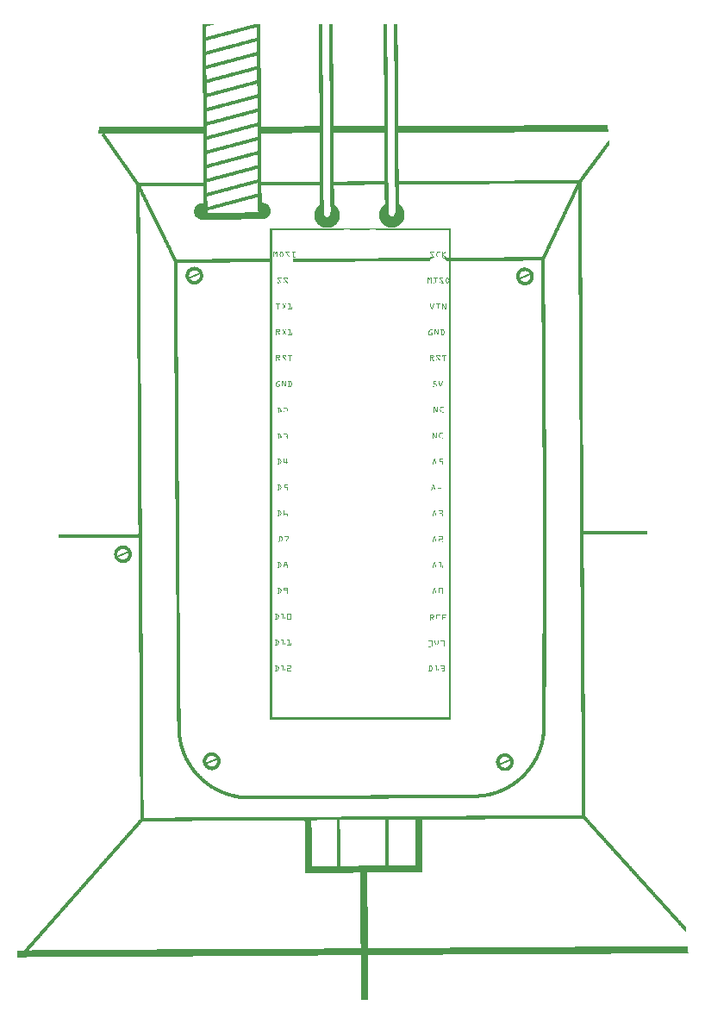
<source format=gto>
G04 MADE WITH FRITZING*
G04 WWW.FRITZING.ORG*
G04 DOUBLE SIDED*
G04 HOLES PLATED*
G04 CONTOUR ON CENTER OF CONTOUR VECTOR*
%ASAXBY*%
%FSLAX23Y23*%
%MOIN*%
%OFA0B0*%
%SFA1.0B1.0*%
%ADD10R,0.001000X0.001000*%
%LNSILK1*%
G90*
G70*
G54D10*
X729Y3772D02*
X778Y3772D01*
X932Y3772D02*
X951Y3772D01*
X1179Y3772D02*
X1191Y3772D01*
X1219Y3772D02*
X1232Y3772D01*
X1429Y3772D02*
X1442Y3772D01*
X1470Y3772D02*
X1482Y3772D01*
X729Y3771D02*
X774Y3771D01*
X928Y3771D02*
X951Y3771D01*
X1179Y3771D02*
X1191Y3771D01*
X1219Y3771D02*
X1232Y3771D01*
X1429Y3771D02*
X1442Y3771D01*
X1470Y3771D02*
X1482Y3771D01*
X729Y3770D02*
X770Y3770D01*
X924Y3770D02*
X951Y3770D01*
X1179Y3770D02*
X1191Y3770D01*
X1219Y3770D02*
X1232Y3770D01*
X1429Y3770D02*
X1442Y3770D01*
X1470Y3770D02*
X1482Y3770D01*
X729Y3769D02*
X766Y3769D01*
X921Y3769D02*
X951Y3769D01*
X1179Y3769D02*
X1191Y3769D01*
X1219Y3769D02*
X1232Y3769D01*
X1429Y3769D02*
X1442Y3769D01*
X1470Y3769D02*
X1482Y3769D01*
X729Y3768D02*
X763Y3768D01*
X917Y3768D02*
X951Y3768D01*
X1179Y3768D02*
X1191Y3768D01*
X1219Y3768D02*
X1232Y3768D01*
X1429Y3768D02*
X1442Y3768D01*
X1470Y3768D02*
X1482Y3768D01*
X729Y3767D02*
X759Y3767D01*
X913Y3767D02*
X951Y3767D01*
X1179Y3767D02*
X1191Y3767D01*
X1219Y3767D02*
X1232Y3767D01*
X1429Y3767D02*
X1442Y3767D01*
X1470Y3767D02*
X1482Y3767D01*
X729Y3766D02*
X755Y3766D01*
X909Y3766D02*
X951Y3766D01*
X1179Y3766D02*
X1191Y3766D01*
X1219Y3766D02*
X1232Y3766D01*
X1429Y3766D02*
X1442Y3766D01*
X1470Y3766D02*
X1482Y3766D01*
X729Y3765D02*
X751Y3765D01*
X906Y3765D02*
X951Y3765D01*
X1179Y3765D02*
X1191Y3765D01*
X1219Y3765D02*
X1232Y3765D01*
X1429Y3765D02*
X1442Y3765D01*
X1470Y3765D02*
X1482Y3765D01*
X729Y3764D02*
X748Y3764D01*
X902Y3764D02*
X951Y3764D01*
X1179Y3764D02*
X1191Y3764D01*
X1219Y3764D02*
X1232Y3764D01*
X1429Y3764D02*
X1442Y3764D01*
X1470Y3764D02*
X1482Y3764D01*
X729Y3763D02*
X744Y3763D01*
X898Y3763D02*
X952Y3763D01*
X1179Y3763D02*
X1191Y3763D01*
X1219Y3763D02*
X1232Y3763D01*
X1429Y3763D02*
X1442Y3763D01*
X1470Y3763D02*
X1482Y3763D01*
X729Y3762D02*
X741Y3762D01*
X894Y3762D02*
X952Y3762D01*
X1179Y3762D02*
X1191Y3762D01*
X1219Y3762D02*
X1232Y3762D01*
X1429Y3762D02*
X1442Y3762D01*
X1470Y3762D02*
X1482Y3762D01*
X729Y3761D02*
X741Y3761D01*
X891Y3761D02*
X952Y3761D01*
X1179Y3761D02*
X1191Y3761D01*
X1219Y3761D02*
X1232Y3761D01*
X1429Y3761D02*
X1442Y3761D01*
X1470Y3761D02*
X1482Y3761D01*
X729Y3760D02*
X741Y3760D01*
X887Y3760D02*
X952Y3760D01*
X1179Y3760D02*
X1191Y3760D01*
X1219Y3760D02*
X1232Y3760D01*
X1429Y3760D02*
X1442Y3760D01*
X1470Y3760D02*
X1482Y3760D01*
X729Y3759D02*
X741Y3759D01*
X883Y3759D02*
X934Y3759D01*
X939Y3759D02*
X952Y3759D01*
X1179Y3759D02*
X1191Y3759D01*
X1219Y3759D02*
X1232Y3759D01*
X1429Y3759D02*
X1442Y3759D01*
X1470Y3759D02*
X1482Y3759D01*
X729Y3758D02*
X741Y3758D01*
X879Y3758D02*
X930Y3758D01*
X939Y3758D02*
X952Y3758D01*
X1179Y3758D02*
X1191Y3758D01*
X1219Y3758D02*
X1232Y3758D01*
X1429Y3758D02*
X1442Y3758D01*
X1470Y3758D02*
X1482Y3758D01*
X729Y3757D02*
X741Y3757D01*
X876Y3757D02*
X927Y3757D01*
X939Y3757D02*
X952Y3757D01*
X1179Y3757D02*
X1191Y3757D01*
X1219Y3757D02*
X1232Y3757D01*
X1429Y3757D02*
X1442Y3757D01*
X1470Y3757D02*
X1482Y3757D01*
X729Y3756D02*
X741Y3756D01*
X872Y3756D02*
X923Y3756D01*
X939Y3756D02*
X952Y3756D01*
X1179Y3756D02*
X1191Y3756D01*
X1219Y3756D02*
X1232Y3756D01*
X1429Y3756D02*
X1442Y3756D01*
X1470Y3756D02*
X1482Y3756D01*
X729Y3755D02*
X741Y3755D01*
X868Y3755D02*
X919Y3755D01*
X939Y3755D02*
X952Y3755D01*
X1179Y3755D02*
X1191Y3755D01*
X1219Y3755D02*
X1232Y3755D01*
X1429Y3755D02*
X1442Y3755D01*
X1470Y3755D02*
X1482Y3755D01*
X729Y3754D02*
X741Y3754D01*
X864Y3754D02*
X915Y3754D01*
X939Y3754D02*
X952Y3754D01*
X1179Y3754D02*
X1191Y3754D01*
X1219Y3754D02*
X1232Y3754D01*
X1429Y3754D02*
X1442Y3754D01*
X1470Y3754D02*
X1482Y3754D01*
X729Y3753D02*
X741Y3753D01*
X861Y3753D02*
X912Y3753D01*
X939Y3753D02*
X952Y3753D01*
X1179Y3753D02*
X1191Y3753D01*
X1219Y3753D02*
X1232Y3753D01*
X1429Y3753D02*
X1442Y3753D01*
X1470Y3753D02*
X1482Y3753D01*
X729Y3752D02*
X741Y3752D01*
X857Y3752D02*
X908Y3752D01*
X939Y3752D02*
X952Y3752D01*
X1179Y3752D02*
X1191Y3752D01*
X1219Y3752D02*
X1232Y3752D01*
X1429Y3752D02*
X1442Y3752D01*
X1470Y3752D02*
X1482Y3752D01*
X729Y3751D02*
X741Y3751D01*
X853Y3751D02*
X904Y3751D01*
X939Y3751D02*
X952Y3751D01*
X1179Y3751D02*
X1191Y3751D01*
X1219Y3751D02*
X1232Y3751D01*
X1429Y3751D02*
X1442Y3751D01*
X1470Y3751D02*
X1482Y3751D01*
X729Y3750D02*
X741Y3750D01*
X849Y3750D02*
X900Y3750D01*
X939Y3750D02*
X952Y3750D01*
X1179Y3750D02*
X1191Y3750D01*
X1219Y3750D02*
X1232Y3750D01*
X1429Y3750D02*
X1442Y3750D01*
X1470Y3750D02*
X1482Y3750D01*
X729Y3749D02*
X741Y3749D01*
X846Y3749D02*
X897Y3749D01*
X939Y3749D02*
X952Y3749D01*
X1179Y3749D02*
X1191Y3749D01*
X1219Y3749D02*
X1232Y3749D01*
X1429Y3749D02*
X1442Y3749D01*
X1470Y3749D02*
X1482Y3749D01*
X729Y3748D02*
X741Y3748D01*
X842Y3748D02*
X893Y3748D01*
X939Y3748D02*
X952Y3748D01*
X1179Y3748D02*
X1191Y3748D01*
X1219Y3748D02*
X1232Y3748D01*
X1429Y3748D02*
X1442Y3748D01*
X1470Y3748D02*
X1482Y3748D01*
X729Y3747D02*
X741Y3747D01*
X838Y3747D02*
X889Y3747D01*
X939Y3747D02*
X952Y3747D01*
X1179Y3747D02*
X1191Y3747D01*
X1219Y3747D02*
X1232Y3747D01*
X1429Y3747D02*
X1442Y3747D01*
X1470Y3747D02*
X1482Y3747D01*
X729Y3746D02*
X741Y3746D01*
X834Y3746D02*
X886Y3746D01*
X939Y3746D02*
X952Y3746D01*
X1179Y3746D02*
X1191Y3746D01*
X1219Y3746D02*
X1232Y3746D01*
X1429Y3746D02*
X1442Y3746D01*
X1470Y3746D02*
X1482Y3746D01*
X729Y3745D02*
X741Y3745D01*
X831Y3745D02*
X882Y3745D01*
X939Y3745D02*
X952Y3745D01*
X1179Y3745D02*
X1191Y3745D01*
X1219Y3745D02*
X1232Y3745D01*
X1429Y3745D02*
X1442Y3745D01*
X1470Y3745D02*
X1482Y3745D01*
X729Y3744D02*
X741Y3744D01*
X827Y3744D02*
X878Y3744D01*
X939Y3744D02*
X952Y3744D01*
X1179Y3744D02*
X1191Y3744D01*
X1219Y3744D02*
X1232Y3744D01*
X1429Y3744D02*
X1442Y3744D01*
X1470Y3744D02*
X1482Y3744D01*
X729Y3743D02*
X742Y3743D01*
X823Y3743D02*
X874Y3743D01*
X939Y3743D02*
X952Y3743D01*
X1179Y3743D02*
X1191Y3743D01*
X1219Y3743D02*
X1232Y3743D01*
X1429Y3743D02*
X1442Y3743D01*
X1470Y3743D02*
X1482Y3743D01*
X729Y3742D02*
X742Y3742D01*
X820Y3742D02*
X871Y3742D01*
X939Y3742D02*
X952Y3742D01*
X1179Y3742D02*
X1191Y3742D01*
X1219Y3742D02*
X1232Y3742D01*
X1429Y3742D02*
X1442Y3742D01*
X1470Y3742D02*
X1482Y3742D01*
X729Y3741D02*
X742Y3741D01*
X816Y3741D02*
X867Y3741D01*
X939Y3741D02*
X952Y3741D01*
X1179Y3741D02*
X1191Y3741D01*
X1219Y3741D02*
X1232Y3741D01*
X1429Y3741D02*
X1442Y3741D01*
X1470Y3741D02*
X1482Y3741D01*
X729Y3740D02*
X742Y3740D01*
X812Y3740D02*
X863Y3740D01*
X939Y3740D02*
X952Y3740D01*
X1179Y3740D02*
X1191Y3740D01*
X1219Y3740D02*
X1232Y3740D01*
X1429Y3740D02*
X1442Y3740D01*
X1470Y3740D02*
X1482Y3740D01*
X729Y3739D02*
X742Y3739D01*
X808Y3739D02*
X859Y3739D01*
X939Y3739D02*
X952Y3739D01*
X1179Y3739D02*
X1191Y3739D01*
X1219Y3739D02*
X1232Y3739D01*
X1429Y3739D02*
X1442Y3739D01*
X1470Y3739D02*
X1482Y3739D01*
X729Y3738D02*
X742Y3738D01*
X805Y3738D02*
X856Y3738D01*
X939Y3738D02*
X952Y3738D01*
X1179Y3738D02*
X1191Y3738D01*
X1219Y3738D02*
X1232Y3738D01*
X1429Y3738D02*
X1442Y3738D01*
X1470Y3738D02*
X1482Y3738D01*
X729Y3737D02*
X742Y3737D01*
X801Y3737D02*
X852Y3737D01*
X939Y3737D02*
X952Y3737D01*
X1179Y3737D02*
X1191Y3737D01*
X1219Y3737D02*
X1232Y3737D01*
X1430Y3737D02*
X1442Y3737D01*
X1470Y3737D02*
X1482Y3737D01*
X729Y3736D02*
X742Y3736D01*
X797Y3736D02*
X848Y3736D01*
X939Y3736D02*
X952Y3736D01*
X1179Y3736D02*
X1191Y3736D01*
X1219Y3736D02*
X1232Y3736D01*
X1430Y3736D02*
X1442Y3736D01*
X1470Y3736D02*
X1482Y3736D01*
X729Y3735D02*
X742Y3735D01*
X793Y3735D02*
X844Y3735D01*
X939Y3735D02*
X952Y3735D01*
X1179Y3735D02*
X1191Y3735D01*
X1219Y3735D02*
X1232Y3735D01*
X1430Y3735D02*
X1442Y3735D01*
X1470Y3735D02*
X1482Y3735D01*
X729Y3734D02*
X742Y3734D01*
X790Y3734D02*
X841Y3734D01*
X939Y3734D02*
X952Y3734D01*
X1179Y3734D02*
X1192Y3734D01*
X1219Y3734D02*
X1232Y3734D01*
X1430Y3734D02*
X1442Y3734D01*
X1470Y3734D02*
X1482Y3734D01*
X729Y3733D02*
X742Y3733D01*
X786Y3733D02*
X837Y3733D01*
X939Y3733D02*
X952Y3733D01*
X1179Y3733D02*
X1192Y3733D01*
X1219Y3733D02*
X1232Y3733D01*
X1430Y3733D02*
X1442Y3733D01*
X1470Y3733D02*
X1482Y3733D01*
X729Y3732D02*
X742Y3732D01*
X782Y3732D02*
X833Y3732D01*
X939Y3732D02*
X952Y3732D01*
X1179Y3732D02*
X1192Y3732D01*
X1219Y3732D02*
X1232Y3732D01*
X1430Y3732D02*
X1442Y3732D01*
X1470Y3732D02*
X1482Y3732D01*
X729Y3731D02*
X742Y3731D01*
X778Y3731D02*
X829Y3731D01*
X939Y3731D02*
X952Y3731D01*
X1179Y3731D02*
X1192Y3731D01*
X1219Y3731D02*
X1232Y3731D01*
X1430Y3731D02*
X1442Y3731D01*
X1470Y3731D02*
X1482Y3731D01*
X729Y3730D02*
X742Y3730D01*
X775Y3730D02*
X826Y3730D01*
X939Y3730D02*
X952Y3730D01*
X1179Y3730D02*
X1192Y3730D01*
X1219Y3730D02*
X1232Y3730D01*
X1430Y3730D02*
X1442Y3730D01*
X1470Y3730D02*
X1482Y3730D01*
X729Y3729D02*
X742Y3729D01*
X771Y3729D02*
X822Y3729D01*
X939Y3729D02*
X952Y3729D01*
X1179Y3729D02*
X1192Y3729D01*
X1219Y3729D02*
X1232Y3729D01*
X1430Y3729D02*
X1442Y3729D01*
X1470Y3729D02*
X1482Y3729D01*
X729Y3728D02*
X742Y3728D01*
X767Y3728D02*
X818Y3728D01*
X939Y3728D02*
X952Y3728D01*
X1179Y3728D02*
X1192Y3728D01*
X1219Y3728D02*
X1232Y3728D01*
X1430Y3728D02*
X1442Y3728D01*
X1470Y3728D02*
X1482Y3728D01*
X729Y3727D02*
X742Y3727D01*
X763Y3727D02*
X814Y3727D01*
X939Y3727D02*
X952Y3727D01*
X1179Y3727D02*
X1192Y3727D01*
X1219Y3727D02*
X1232Y3727D01*
X1430Y3727D02*
X1442Y3727D01*
X1470Y3727D02*
X1482Y3727D01*
X729Y3726D02*
X742Y3726D01*
X760Y3726D02*
X811Y3726D01*
X939Y3726D02*
X952Y3726D01*
X1179Y3726D02*
X1192Y3726D01*
X1219Y3726D02*
X1232Y3726D01*
X1430Y3726D02*
X1442Y3726D01*
X1470Y3726D02*
X1482Y3726D01*
X729Y3725D02*
X742Y3725D01*
X756Y3725D02*
X807Y3725D01*
X939Y3725D02*
X952Y3725D01*
X1179Y3725D02*
X1192Y3725D01*
X1219Y3725D02*
X1232Y3725D01*
X1430Y3725D02*
X1442Y3725D01*
X1470Y3725D02*
X1482Y3725D01*
X729Y3724D02*
X742Y3724D01*
X752Y3724D02*
X803Y3724D01*
X939Y3724D02*
X952Y3724D01*
X1179Y3724D02*
X1192Y3724D01*
X1219Y3724D02*
X1232Y3724D01*
X1430Y3724D02*
X1442Y3724D01*
X1470Y3724D02*
X1482Y3724D01*
X729Y3723D02*
X742Y3723D01*
X748Y3723D02*
X799Y3723D01*
X939Y3723D02*
X952Y3723D01*
X1179Y3723D02*
X1192Y3723D01*
X1219Y3723D02*
X1232Y3723D01*
X1430Y3723D02*
X1442Y3723D01*
X1470Y3723D02*
X1482Y3723D01*
X729Y3722D02*
X742Y3722D01*
X745Y3722D02*
X796Y3722D01*
X939Y3722D02*
X952Y3722D01*
X1179Y3722D02*
X1192Y3722D01*
X1219Y3722D02*
X1232Y3722D01*
X1430Y3722D02*
X1442Y3722D01*
X1470Y3722D02*
X1482Y3722D01*
X729Y3721D02*
X792Y3721D01*
X939Y3721D02*
X952Y3721D01*
X1179Y3721D02*
X1192Y3721D01*
X1219Y3721D02*
X1232Y3721D01*
X1430Y3721D02*
X1442Y3721D01*
X1470Y3721D02*
X1482Y3721D01*
X729Y3720D02*
X788Y3720D01*
X939Y3720D02*
X952Y3720D01*
X1179Y3720D02*
X1192Y3720D01*
X1219Y3720D02*
X1232Y3720D01*
X1430Y3720D02*
X1442Y3720D01*
X1470Y3720D02*
X1482Y3720D01*
X729Y3719D02*
X784Y3719D01*
X939Y3719D02*
X952Y3719D01*
X1179Y3719D02*
X1192Y3719D01*
X1219Y3719D02*
X1232Y3719D01*
X1430Y3719D02*
X1442Y3719D01*
X1470Y3719D02*
X1482Y3719D01*
X729Y3718D02*
X781Y3718D01*
X935Y3718D02*
X952Y3718D01*
X1179Y3718D02*
X1192Y3718D01*
X1219Y3718D02*
X1232Y3718D01*
X1430Y3718D02*
X1442Y3718D01*
X1470Y3718D02*
X1482Y3718D01*
X729Y3717D02*
X777Y3717D01*
X931Y3717D02*
X952Y3717D01*
X1179Y3717D02*
X1192Y3717D01*
X1219Y3717D02*
X1232Y3717D01*
X1430Y3717D02*
X1442Y3717D01*
X1470Y3717D02*
X1482Y3717D01*
X729Y3716D02*
X773Y3716D01*
X928Y3716D02*
X952Y3716D01*
X1179Y3716D02*
X1192Y3716D01*
X1219Y3716D02*
X1232Y3716D01*
X1430Y3716D02*
X1442Y3716D01*
X1470Y3716D02*
X1482Y3716D01*
X729Y3715D02*
X770Y3715D01*
X924Y3715D02*
X952Y3715D01*
X1179Y3715D02*
X1192Y3715D01*
X1219Y3715D02*
X1232Y3715D01*
X1430Y3715D02*
X1442Y3715D01*
X1470Y3715D02*
X1482Y3715D01*
X729Y3714D02*
X766Y3714D01*
X920Y3714D02*
X952Y3714D01*
X1179Y3714D02*
X1192Y3714D01*
X1219Y3714D02*
X1232Y3714D01*
X1430Y3714D02*
X1442Y3714D01*
X1470Y3714D02*
X1482Y3714D01*
X729Y3713D02*
X762Y3713D01*
X916Y3713D02*
X952Y3713D01*
X1179Y3713D02*
X1192Y3713D01*
X1220Y3713D02*
X1232Y3713D01*
X1430Y3713D02*
X1442Y3713D01*
X1470Y3713D02*
X1482Y3713D01*
X729Y3712D02*
X758Y3712D01*
X913Y3712D02*
X952Y3712D01*
X1179Y3712D02*
X1192Y3712D01*
X1220Y3712D02*
X1232Y3712D01*
X1430Y3712D02*
X1442Y3712D01*
X1470Y3712D02*
X1482Y3712D01*
X729Y3711D02*
X755Y3711D01*
X909Y3711D02*
X952Y3711D01*
X1179Y3711D02*
X1192Y3711D01*
X1220Y3711D02*
X1232Y3711D01*
X1430Y3711D02*
X1442Y3711D01*
X1470Y3711D02*
X1482Y3711D01*
X729Y3710D02*
X751Y3710D01*
X905Y3710D02*
X952Y3710D01*
X1179Y3710D02*
X1192Y3710D01*
X1220Y3710D02*
X1232Y3710D01*
X1430Y3710D02*
X1442Y3710D01*
X1470Y3710D02*
X1482Y3710D01*
X729Y3709D02*
X747Y3709D01*
X902Y3709D02*
X952Y3709D01*
X1179Y3709D02*
X1192Y3709D01*
X1220Y3709D02*
X1232Y3709D01*
X1430Y3709D02*
X1442Y3709D01*
X1470Y3709D02*
X1482Y3709D01*
X729Y3708D02*
X743Y3708D01*
X898Y3708D02*
X952Y3708D01*
X1179Y3708D02*
X1192Y3708D01*
X1220Y3708D02*
X1232Y3708D01*
X1430Y3708D02*
X1442Y3708D01*
X1470Y3708D02*
X1482Y3708D01*
X729Y3707D02*
X742Y3707D01*
X894Y3707D02*
X952Y3707D01*
X1179Y3707D02*
X1192Y3707D01*
X1220Y3707D02*
X1232Y3707D01*
X1430Y3707D02*
X1442Y3707D01*
X1470Y3707D02*
X1482Y3707D01*
X729Y3706D02*
X742Y3706D01*
X890Y3706D02*
X952Y3706D01*
X1179Y3706D02*
X1192Y3706D01*
X1220Y3706D02*
X1232Y3706D01*
X1430Y3706D02*
X1442Y3706D01*
X1470Y3706D02*
X1482Y3706D01*
X729Y3705D02*
X742Y3705D01*
X887Y3705D02*
X937Y3705D01*
X939Y3705D02*
X952Y3705D01*
X1179Y3705D02*
X1192Y3705D01*
X1220Y3705D02*
X1232Y3705D01*
X1430Y3705D02*
X1442Y3705D01*
X1470Y3705D02*
X1482Y3705D01*
X729Y3704D02*
X742Y3704D01*
X883Y3704D02*
X934Y3704D01*
X939Y3704D02*
X952Y3704D01*
X1179Y3704D02*
X1192Y3704D01*
X1220Y3704D02*
X1232Y3704D01*
X1430Y3704D02*
X1442Y3704D01*
X1470Y3704D02*
X1482Y3704D01*
X729Y3703D02*
X742Y3703D01*
X879Y3703D02*
X930Y3703D01*
X939Y3703D02*
X952Y3703D01*
X1179Y3703D02*
X1192Y3703D01*
X1220Y3703D02*
X1232Y3703D01*
X1430Y3703D02*
X1442Y3703D01*
X1470Y3703D02*
X1482Y3703D01*
X729Y3702D02*
X742Y3702D01*
X875Y3702D02*
X926Y3702D01*
X939Y3702D02*
X952Y3702D01*
X1179Y3702D02*
X1192Y3702D01*
X1220Y3702D02*
X1232Y3702D01*
X1430Y3702D02*
X1442Y3702D01*
X1470Y3702D02*
X1482Y3702D01*
X729Y3701D02*
X742Y3701D01*
X872Y3701D02*
X922Y3701D01*
X939Y3701D02*
X952Y3701D01*
X1179Y3701D02*
X1192Y3701D01*
X1220Y3701D02*
X1232Y3701D01*
X1430Y3701D02*
X1442Y3701D01*
X1470Y3701D02*
X1482Y3701D01*
X729Y3700D02*
X742Y3700D01*
X868Y3700D02*
X919Y3700D01*
X939Y3700D02*
X952Y3700D01*
X1179Y3700D02*
X1192Y3700D01*
X1220Y3700D02*
X1232Y3700D01*
X1430Y3700D02*
X1442Y3700D01*
X1470Y3700D02*
X1482Y3700D01*
X729Y3699D02*
X742Y3699D01*
X864Y3699D02*
X915Y3699D01*
X940Y3699D02*
X952Y3699D01*
X1179Y3699D02*
X1192Y3699D01*
X1220Y3699D02*
X1232Y3699D01*
X1430Y3699D02*
X1442Y3699D01*
X1470Y3699D02*
X1482Y3699D01*
X729Y3698D02*
X742Y3698D01*
X860Y3698D02*
X911Y3698D01*
X940Y3698D02*
X952Y3698D01*
X1179Y3698D02*
X1192Y3698D01*
X1220Y3698D02*
X1232Y3698D01*
X1430Y3698D02*
X1442Y3698D01*
X1470Y3698D02*
X1482Y3698D01*
X729Y3697D02*
X742Y3697D01*
X857Y3697D02*
X907Y3697D01*
X940Y3697D02*
X952Y3697D01*
X1179Y3697D02*
X1192Y3697D01*
X1220Y3697D02*
X1232Y3697D01*
X1430Y3697D02*
X1442Y3697D01*
X1470Y3697D02*
X1482Y3697D01*
X729Y3696D02*
X742Y3696D01*
X853Y3696D02*
X904Y3696D01*
X940Y3696D02*
X952Y3696D01*
X1179Y3696D02*
X1192Y3696D01*
X1220Y3696D02*
X1232Y3696D01*
X1430Y3696D02*
X1442Y3696D01*
X1470Y3696D02*
X1482Y3696D01*
X729Y3695D02*
X742Y3695D01*
X849Y3695D02*
X900Y3695D01*
X940Y3695D02*
X952Y3695D01*
X1179Y3695D02*
X1192Y3695D01*
X1220Y3695D02*
X1232Y3695D01*
X1430Y3695D02*
X1442Y3695D01*
X1470Y3695D02*
X1482Y3695D01*
X729Y3694D02*
X742Y3694D01*
X845Y3694D02*
X896Y3694D01*
X940Y3694D02*
X952Y3694D01*
X1179Y3694D02*
X1192Y3694D01*
X1220Y3694D02*
X1232Y3694D01*
X1430Y3694D02*
X1442Y3694D01*
X1470Y3694D02*
X1482Y3694D01*
X729Y3693D02*
X742Y3693D01*
X842Y3693D02*
X892Y3693D01*
X940Y3693D02*
X952Y3693D01*
X1179Y3693D02*
X1192Y3693D01*
X1220Y3693D02*
X1232Y3693D01*
X1430Y3693D02*
X1442Y3693D01*
X1470Y3693D02*
X1482Y3693D01*
X729Y3692D02*
X742Y3692D01*
X838Y3692D02*
X889Y3692D01*
X940Y3692D02*
X952Y3692D01*
X1179Y3692D02*
X1192Y3692D01*
X1220Y3692D02*
X1232Y3692D01*
X1430Y3692D02*
X1442Y3692D01*
X1470Y3692D02*
X1483Y3692D01*
X729Y3691D02*
X742Y3691D01*
X834Y3691D02*
X885Y3691D01*
X940Y3691D02*
X952Y3691D01*
X1179Y3691D02*
X1192Y3691D01*
X1220Y3691D02*
X1232Y3691D01*
X1430Y3691D02*
X1442Y3691D01*
X1470Y3691D02*
X1483Y3691D01*
X729Y3690D02*
X742Y3690D01*
X830Y3690D02*
X881Y3690D01*
X940Y3690D02*
X952Y3690D01*
X1179Y3690D02*
X1192Y3690D01*
X1220Y3690D02*
X1232Y3690D01*
X1430Y3690D02*
X1442Y3690D01*
X1470Y3690D02*
X1483Y3690D01*
X729Y3689D02*
X742Y3689D01*
X827Y3689D02*
X877Y3689D01*
X940Y3689D02*
X952Y3689D01*
X1179Y3689D02*
X1192Y3689D01*
X1220Y3689D02*
X1232Y3689D01*
X1430Y3689D02*
X1442Y3689D01*
X1470Y3689D02*
X1483Y3689D01*
X729Y3688D02*
X742Y3688D01*
X823Y3688D02*
X874Y3688D01*
X940Y3688D02*
X952Y3688D01*
X1179Y3688D02*
X1192Y3688D01*
X1220Y3688D02*
X1232Y3688D01*
X1430Y3688D02*
X1442Y3688D01*
X1470Y3688D02*
X1483Y3688D01*
X729Y3687D02*
X742Y3687D01*
X819Y3687D02*
X870Y3687D01*
X940Y3687D02*
X952Y3687D01*
X1179Y3687D02*
X1192Y3687D01*
X1220Y3687D02*
X1232Y3687D01*
X1430Y3687D02*
X1442Y3687D01*
X1470Y3687D02*
X1483Y3687D01*
X729Y3686D02*
X742Y3686D01*
X815Y3686D02*
X866Y3686D01*
X940Y3686D02*
X952Y3686D01*
X1179Y3686D02*
X1192Y3686D01*
X1220Y3686D02*
X1232Y3686D01*
X1430Y3686D02*
X1442Y3686D01*
X1470Y3686D02*
X1483Y3686D01*
X729Y3685D02*
X742Y3685D01*
X812Y3685D02*
X863Y3685D01*
X940Y3685D02*
X952Y3685D01*
X1179Y3685D02*
X1192Y3685D01*
X1220Y3685D02*
X1232Y3685D01*
X1430Y3685D02*
X1442Y3685D01*
X1470Y3685D02*
X1483Y3685D01*
X729Y3684D02*
X742Y3684D01*
X808Y3684D02*
X859Y3684D01*
X940Y3684D02*
X952Y3684D01*
X1179Y3684D02*
X1192Y3684D01*
X1220Y3684D02*
X1232Y3684D01*
X1430Y3684D02*
X1442Y3684D01*
X1470Y3684D02*
X1483Y3684D01*
X729Y3683D02*
X742Y3683D01*
X804Y3683D02*
X855Y3683D01*
X940Y3683D02*
X952Y3683D01*
X1179Y3683D02*
X1192Y3683D01*
X1220Y3683D02*
X1232Y3683D01*
X1430Y3683D02*
X1442Y3683D01*
X1470Y3683D02*
X1483Y3683D01*
X729Y3682D02*
X742Y3682D01*
X800Y3682D02*
X851Y3682D01*
X940Y3682D02*
X952Y3682D01*
X1179Y3682D02*
X1192Y3682D01*
X1220Y3682D02*
X1232Y3682D01*
X1430Y3682D02*
X1442Y3682D01*
X1470Y3682D02*
X1483Y3682D01*
X729Y3681D02*
X742Y3681D01*
X797Y3681D02*
X848Y3681D01*
X940Y3681D02*
X952Y3681D01*
X1179Y3681D02*
X1192Y3681D01*
X1220Y3681D02*
X1232Y3681D01*
X1430Y3681D02*
X1442Y3681D01*
X1470Y3681D02*
X1483Y3681D01*
X729Y3680D02*
X742Y3680D01*
X793Y3680D02*
X844Y3680D01*
X940Y3680D02*
X952Y3680D01*
X1179Y3680D02*
X1192Y3680D01*
X1220Y3680D02*
X1232Y3680D01*
X1430Y3680D02*
X1442Y3680D01*
X1470Y3680D02*
X1483Y3680D01*
X729Y3679D02*
X742Y3679D01*
X789Y3679D02*
X840Y3679D01*
X940Y3679D02*
X952Y3679D01*
X1179Y3679D02*
X1192Y3679D01*
X1220Y3679D02*
X1232Y3679D01*
X1430Y3679D02*
X1442Y3679D01*
X1470Y3679D02*
X1483Y3679D01*
X729Y3678D02*
X742Y3678D01*
X785Y3678D02*
X836Y3678D01*
X940Y3678D02*
X952Y3678D01*
X1179Y3678D02*
X1192Y3678D01*
X1220Y3678D02*
X1232Y3678D01*
X1430Y3678D02*
X1442Y3678D01*
X1470Y3678D02*
X1483Y3678D01*
X729Y3677D02*
X742Y3677D01*
X782Y3677D02*
X833Y3677D01*
X940Y3677D02*
X952Y3677D01*
X1179Y3677D02*
X1192Y3677D01*
X1220Y3677D02*
X1232Y3677D01*
X1430Y3677D02*
X1442Y3677D01*
X1470Y3677D02*
X1483Y3677D01*
X729Y3676D02*
X742Y3676D01*
X778Y3676D02*
X829Y3676D01*
X940Y3676D02*
X952Y3676D01*
X1179Y3676D02*
X1192Y3676D01*
X1220Y3676D02*
X1232Y3676D01*
X1430Y3676D02*
X1442Y3676D01*
X1470Y3676D02*
X1483Y3676D01*
X729Y3675D02*
X742Y3675D01*
X774Y3675D02*
X825Y3675D01*
X940Y3675D02*
X952Y3675D01*
X1179Y3675D02*
X1192Y3675D01*
X1220Y3675D02*
X1232Y3675D01*
X1430Y3675D02*
X1442Y3675D01*
X1470Y3675D02*
X1483Y3675D01*
X729Y3674D02*
X742Y3674D01*
X770Y3674D02*
X821Y3674D01*
X940Y3674D02*
X952Y3674D01*
X1179Y3674D02*
X1192Y3674D01*
X1220Y3674D02*
X1232Y3674D01*
X1430Y3674D02*
X1442Y3674D01*
X1470Y3674D02*
X1483Y3674D01*
X729Y3673D02*
X742Y3673D01*
X767Y3673D02*
X818Y3673D01*
X940Y3673D02*
X952Y3673D01*
X1179Y3673D02*
X1192Y3673D01*
X1220Y3673D02*
X1232Y3673D01*
X1430Y3673D02*
X1442Y3673D01*
X1470Y3673D02*
X1483Y3673D01*
X729Y3672D02*
X742Y3672D01*
X763Y3672D02*
X814Y3672D01*
X940Y3672D02*
X952Y3672D01*
X1179Y3672D02*
X1192Y3672D01*
X1220Y3672D02*
X1232Y3672D01*
X1430Y3672D02*
X1442Y3672D01*
X1470Y3672D02*
X1483Y3672D01*
X729Y3671D02*
X742Y3671D01*
X759Y3671D02*
X810Y3671D01*
X940Y3671D02*
X952Y3671D01*
X1179Y3671D02*
X1192Y3671D01*
X1220Y3671D02*
X1232Y3671D01*
X1430Y3671D02*
X1442Y3671D01*
X1470Y3671D02*
X1483Y3671D01*
X729Y3670D02*
X742Y3670D01*
X755Y3670D02*
X806Y3670D01*
X940Y3670D02*
X952Y3670D01*
X1179Y3670D02*
X1192Y3670D01*
X1220Y3670D02*
X1232Y3670D01*
X1430Y3670D02*
X1442Y3670D01*
X1470Y3670D02*
X1483Y3670D01*
X730Y3669D02*
X742Y3669D01*
X752Y3669D02*
X803Y3669D01*
X940Y3669D02*
X952Y3669D01*
X1179Y3669D02*
X1192Y3669D01*
X1220Y3669D02*
X1232Y3669D01*
X1430Y3669D02*
X1442Y3669D01*
X1470Y3669D02*
X1483Y3669D01*
X730Y3668D02*
X742Y3668D01*
X748Y3668D02*
X799Y3668D01*
X940Y3668D02*
X952Y3668D01*
X1179Y3668D02*
X1192Y3668D01*
X1220Y3668D02*
X1232Y3668D01*
X1430Y3668D02*
X1442Y3668D01*
X1470Y3668D02*
X1483Y3668D01*
X730Y3667D02*
X742Y3667D01*
X744Y3667D02*
X795Y3667D01*
X940Y3667D02*
X952Y3667D01*
X1179Y3667D02*
X1192Y3667D01*
X1220Y3667D02*
X1232Y3667D01*
X1430Y3667D02*
X1442Y3667D01*
X1470Y3667D02*
X1483Y3667D01*
X730Y3666D02*
X791Y3666D01*
X940Y3666D02*
X952Y3666D01*
X1179Y3666D02*
X1192Y3666D01*
X1220Y3666D02*
X1232Y3666D01*
X1430Y3666D02*
X1442Y3666D01*
X1470Y3666D02*
X1483Y3666D01*
X730Y3665D02*
X788Y3665D01*
X940Y3665D02*
X952Y3665D01*
X1180Y3665D02*
X1192Y3665D01*
X1220Y3665D02*
X1232Y3665D01*
X1430Y3665D02*
X1442Y3665D01*
X1470Y3665D02*
X1483Y3665D01*
X730Y3664D02*
X784Y3664D01*
X938Y3664D02*
X952Y3664D01*
X1180Y3664D02*
X1192Y3664D01*
X1220Y3664D02*
X1232Y3664D01*
X1430Y3664D02*
X1442Y3664D01*
X1470Y3664D02*
X1483Y3664D01*
X730Y3663D02*
X780Y3663D01*
X934Y3663D02*
X952Y3663D01*
X1180Y3663D02*
X1192Y3663D01*
X1220Y3663D02*
X1232Y3663D01*
X1430Y3663D02*
X1442Y3663D01*
X1470Y3663D02*
X1483Y3663D01*
X730Y3662D02*
X776Y3662D01*
X931Y3662D02*
X952Y3662D01*
X1180Y3662D02*
X1192Y3662D01*
X1220Y3662D02*
X1232Y3662D01*
X1430Y3662D02*
X1442Y3662D01*
X1470Y3662D02*
X1483Y3662D01*
X730Y3661D02*
X773Y3661D01*
X927Y3661D02*
X952Y3661D01*
X1180Y3661D02*
X1192Y3661D01*
X1220Y3661D02*
X1232Y3661D01*
X1430Y3661D02*
X1442Y3661D01*
X1470Y3661D02*
X1483Y3661D01*
X730Y3660D02*
X769Y3660D01*
X923Y3660D02*
X952Y3660D01*
X1180Y3660D02*
X1192Y3660D01*
X1220Y3660D02*
X1232Y3660D01*
X1430Y3660D02*
X1442Y3660D01*
X1470Y3660D02*
X1483Y3660D01*
X730Y3659D02*
X765Y3659D01*
X919Y3659D02*
X952Y3659D01*
X1180Y3659D02*
X1192Y3659D01*
X1220Y3659D02*
X1232Y3659D01*
X1430Y3659D02*
X1442Y3659D01*
X1470Y3659D02*
X1483Y3659D01*
X730Y3658D02*
X761Y3658D01*
X916Y3658D02*
X952Y3658D01*
X1180Y3658D02*
X1192Y3658D01*
X1220Y3658D02*
X1232Y3658D01*
X1430Y3658D02*
X1442Y3658D01*
X1470Y3658D02*
X1483Y3658D01*
X730Y3657D02*
X758Y3657D01*
X912Y3657D02*
X952Y3657D01*
X1180Y3657D02*
X1192Y3657D01*
X1220Y3657D02*
X1232Y3657D01*
X1430Y3657D02*
X1442Y3657D01*
X1470Y3657D02*
X1483Y3657D01*
X730Y3656D02*
X754Y3656D01*
X908Y3656D02*
X952Y3656D01*
X1180Y3656D02*
X1192Y3656D01*
X1220Y3656D02*
X1232Y3656D01*
X1430Y3656D02*
X1442Y3656D01*
X1470Y3656D02*
X1483Y3656D01*
X730Y3655D02*
X750Y3655D01*
X904Y3655D02*
X952Y3655D01*
X1180Y3655D02*
X1192Y3655D01*
X1220Y3655D02*
X1232Y3655D01*
X1430Y3655D02*
X1442Y3655D01*
X1470Y3655D02*
X1483Y3655D01*
X730Y3654D02*
X747Y3654D01*
X901Y3654D02*
X952Y3654D01*
X1180Y3654D02*
X1192Y3654D01*
X1220Y3654D02*
X1232Y3654D01*
X1430Y3654D02*
X1442Y3654D01*
X1470Y3654D02*
X1483Y3654D01*
X730Y3653D02*
X743Y3653D01*
X897Y3653D02*
X952Y3653D01*
X1180Y3653D02*
X1192Y3653D01*
X1220Y3653D02*
X1232Y3653D01*
X1430Y3653D02*
X1442Y3653D01*
X1470Y3653D02*
X1483Y3653D01*
X730Y3652D02*
X742Y3652D01*
X893Y3652D02*
X952Y3652D01*
X1180Y3652D02*
X1192Y3652D01*
X1220Y3652D02*
X1232Y3652D01*
X1430Y3652D02*
X1442Y3652D01*
X1470Y3652D02*
X1483Y3652D01*
X730Y3651D02*
X742Y3651D01*
X889Y3651D02*
X952Y3651D01*
X1180Y3651D02*
X1192Y3651D01*
X1220Y3651D02*
X1232Y3651D01*
X1430Y3651D02*
X1442Y3651D01*
X1470Y3651D02*
X1483Y3651D01*
X730Y3650D02*
X742Y3650D01*
X886Y3650D02*
X937Y3650D01*
X940Y3650D02*
X952Y3650D01*
X1180Y3650D02*
X1192Y3650D01*
X1220Y3650D02*
X1232Y3650D01*
X1430Y3650D02*
X1442Y3650D01*
X1470Y3650D02*
X1483Y3650D01*
X730Y3649D02*
X742Y3649D01*
X882Y3649D02*
X933Y3649D01*
X940Y3649D02*
X952Y3649D01*
X1180Y3649D02*
X1192Y3649D01*
X1220Y3649D02*
X1232Y3649D01*
X1430Y3649D02*
X1442Y3649D01*
X1470Y3649D02*
X1483Y3649D01*
X730Y3648D02*
X742Y3648D01*
X878Y3648D02*
X929Y3648D01*
X940Y3648D02*
X952Y3648D01*
X1180Y3648D02*
X1192Y3648D01*
X1220Y3648D02*
X1232Y3648D01*
X1430Y3648D02*
X1442Y3648D01*
X1470Y3648D02*
X1483Y3648D01*
X730Y3647D02*
X742Y3647D01*
X874Y3647D02*
X926Y3647D01*
X940Y3647D02*
X952Y3647D01*
X1180Y3647D02*
X1192Y3647D01*
X1220Y3647D02*
X1232Y3647D01*
X1430Y3647D02*
X1442Y3647D01*
X1470Y3647D02*
X1483Y3647D01*
X730Y3646D02*
X742Y3646D01*
X871Y3646D02*
X922Y3646D01*
X940Y3646D02*
X952Y3646D01*
X1180Y3646D02*
X1192Y3646D01*
X1220Y3646D02*
X1232Y3646D01*
X1430Y3646D02*
X1443Y3646D01*
X1470Y3646D02*
X1483Y3646D01*
X730Y3645D02*
X742Y3645D01*
X867Y3645D02*
X918Y3645D01*
X940Y3645D02*
X952Y3645D01*
X1180Y3645D02*
X1192Y3645D01*
X1220Y3645D02*
X1232Y3645D01*
X1430Y3645D02*
X1443Y3645D01*
X1470Y3645D02*
X1483Y3645D01*
X730Y3644D02*
X742Y3644D01*
X863Y3644D02*
X914Y3644D01*
X940Y3644D02*
X952Y3644D01*
X1180Y3644D02*
X1192Y3644D01*
X1220Y3644D02*
X1232Y3644D01*
X1430Y3644D02*
X1443Y3644D01*
X1470Y3644D02*
X1483Y3644D01*
X730Y3643D02*
X742Y3643D01*
X860Y3643D02*
X911Y3643D01*
X940Y3643D02*
X952Y3643D01*
X1180Y3643D02*
X1192Y3643D01*
X1220Y3643D02*
X1232Y3643D01*
X1430Y3643D02*
X1443Y3643D01*
X1470Y3643D02*
X1483Y3643D01*
X730Y3642D02*
X742Y3642D01*
X856Y3642D02*
X907Y3642D01*
X940Y3642D02*
X952Y3642D01*
X1180Y3642D02*
X1192Y3642D01*
X1220Y3642D02*
X1232Y3642D01*
X1430Y3642D02*
X1443Y3642D01*
X1470Y3642D02*
X1483Y3642D01*
X730Y3641D02*
X742Y3641D01*
X852Y3641D02*
X903Y3641D01*
X940Y3641D02*
X952Y3641D01*
X1180Y3641D02*
X1192Y3641D01*
X1220Y3641D02*
X1232Y3641D01*
X1430Y3641D02*
X1443Y3641D01*
X1470Y3641D02*
X1483Y3641D01*
X730Y3640D02*
X742Y3640D01*
X848Y3640D02*
X899Y3640D01*
X940Y3640D02*
X952Y3640D01*
X1180Y3640D02*
X1192Y3640D01*
X1220Y3640D02*
X1232Y3640D01*
X1430Y3640D02*
X1443Y3640D01*
X1470Y3640D02*
X1483Y3640D01*
X730Y3639D02*
X742Y3639D01*
X845Y3639D02*
X896Y3639D01*
X940Y3639D02*
X952Y3639D01*
X1180Y3639D02*
X1192Y3639D01*
X1220Y3639D02*
X1232Y3639D01*
X1430Y3639D02*
X1443Y3639D01*
X1470Y3639D02*
X1483Y3639D01*
X730Y3638D02*
X742Y3638D01*
X841Y3638D02*
X892Y3638D01*
X940Y3638D02*
X952Y3638D01*
X1180Y3638D02*
X1192Y3638D01*
X1220Y3638D02*
X1232Y3638D01*
X1430Y3638D02*
X1443Y3638D01*
X1470Y3638D02*
X1483Y3638D01*
X730Y3637D02*
X742Y3637D01*
X837Y3637D02*
X888Y3637D01*
X940Y3637D02*
X952Y3637D01*
X1180Y3637D02*
X1192Y3637D01*
X1220Y3637D02*
X1232Y3637D01*
X1430Y3637D02*
X1443Y3637D01*
X1470Y3637D02*
X1483Y3637D01*
X730Y3636D02*
X742Y3636D01*
X833Y3636D02*
X884Y3636D01*
X940Y3636D02*
X952Y3636D01*
X1180Y3636D02*
X1192Y3636D01*
X1220Y3636D02*
X1232Y3636D01*
X1430Y3636D02*
X1443Y3636D01*
X1470Y3636D02*
X1483Y3636D01*
X730Y3635D02*
X742Y3635D01*
X830Y3635D02*
X881Y3635D01*
X940Y3635D02*
X952Y3635D01*
X1180Y3635D02*
X1192Y3635D01*
X1220Y3635D02*
X1232Y3635D01*
X1430Y3635D02*
X1443Y3635D01*
X1470Y3635D02*
X1483Y3635D01*
X730Y3634D02*
X742Y3634D01*
X826Y3634D02*
X877Y3634D01*
X940Y3634D02*
X952Y3634D01*
X1180Y3634D02*
X1192Y3634D01*
X1220Y3634D02*
X1232Y3634D01*
X1430Y3634D02*
X1443Y3634D01*
X1470Y3634D02*
X1483Y3634D01*
X730Y3633D02*
X742Y3633D01*
X822Y3633D02*
X873Y3633D01*
X940Y3633D02*
X952Y3633D01*
X1180Y3633D02*
X1192Y3633D01*
X1220Y3633D02*
X1232Y3633D01*
X1430Y3633D02*
X1443Y3633D01*
X1470Y3633D02*
X1483Y3633D01*
X730Y3632D02*
X742Y3632D01*
X818Y3632D02*
X869Y3632D01*
X940Y3632D02*
X952Y3632D01*
X1180Y3632D02*
X1192Y3632D01*
X1220Y3632D02*
X1232Y3632D01*
X1430Y3632D02*
X1443Y3632D01*
X1470Y3632D02*
X1483Y3632D01*
X730Y3631D02*
X742Y3631D01*
X815Y3631D02*
X866Y3631D01*
X940Y3631D02*
X952Y3631D01*
X1180Y3631D02*
X1192Y3631D01*
X1220Y3631D02*
X1232Y3631D01*
X1430Y3631D02*
X1443Y3631D01*
X1470Y3631D02*
X1483Y3631D01*
X730Y3630D02*
X742Y3630D01*
X811Y3630D02*
X862Y3630D01*
X940Y3630D02*
X952Y3630D01*
X1180Y3630D02*
X1192Y3630D01*
X1220Y3630D02*
X1232Y3630D01*
X1430Y3630D02*
X1443Y3630D01*
X1470Y3630D02*
X1483Y3630D01*
X730Y3629D02*
X742Y3629D01*
X807Y3629D02*
X858Y3629D01*
X940Y3629D02*
X952Y3629D01*
X1180Y3629D02*
X1192Y3629D01*
X1220Y3629D02*
X1232Y3629D01*
X1430Y3629D02*
X1443Y3629D01*
X1470Y3629D02*
X1483Y3629D01*
X730Y3628D02*
X742Y3628D01*
X803Y3628D02*
X854Y3628D01*
X940Y3628D02*
X952Y3628D01*
X1180Y3628D02*
X1192Y3628D01*
X1220Y3628D02*
X1232Y3628D01*
X1430Y3628D02*
X1443Y3628D01*
X1470Y3628D02*
X1483Y3628D01*
X730Y3627D02*
X742Y3627D01*
X800Y3627D02*
X851Y3627D01*
X940Y3627D02*
X952Y3627D01*
X1180Y3627D02*
X1192Y3627D01*
X1220Y3627D02*
X1232Y3627D01*
X1430Y3627D02*
X1443Y3627D01*
X1471Y3627D02*
X1483Y3627D01*
X730Y3626D02*
X742Y3626D01*
X796Y3626D02*
X847Y3626D01*
X940Y3626D02*
X952Y3626D01*
X1180Y3626D02*
X1192Y3626D01*
X1220Y3626D02*
X1232Y3626D01*
X1430Y3626D02*
X1443Y3626D01*
X1471Y3626D02*
X1483Y3626D01*
X730Y3625D02*
X742Y3625D01*
X792Y3625D02*
X843Y3625D01*
X940Y3625D02*
X952Y3625D01*
X1180Y3625D02*
X1192Y3625D01*
X1220Y3625D02*
X1232Y3625D01*
X1430Y3625D02*
X1443Y3625D01*
X1471Y3625D02*
X1483Y3625D01*
X730Y3624D02*
X742Y3624D01*
X788Y3624D02*
X839Y3624D01*
X940Y3624D02*
X952Y3624D01*
X1180Y3624D02*
X1192Y3624D01*
X1220Y3624D02*
X1232Y3624D01*
X1430Y3624D02*
X1443Y3624D01*
X1471Y3624D02*
X1483Y3624D01*
X730Y3623D02*
X742Y3623D01*
X785Y3623D02*
X836Y3623D01*
X940Y3623D02*
X952Y3623D01*
X1180Y3623D02*
X1192Y3623D01*
X1220Y3623D02*
X1232Y3623D01*
X1430Y3623D02*
X1443Y3623D01*
X1471Y3623D02*
X1483Y3623D01*
X730Y3622D02*
X742Y3622D01*
X781Y3622D02*
X832Y3622D01*
X940Y3622D02*
X952Y3622D01*
X1180Y3622D02*
X1192Y3622D01*
X1220Y3622D02*
X1232Y3622D01*
X1430Y3622D02*
X1443Y3622D01*
X1471Y3622D02*
X1483Y3622D01*
X730Y3621D02*
X742Y3621D01*
X777Y3621D02*
X828Y3621D01*
X940Y3621D02*
X952Y3621D01*
X1180Y3621D02*
X1192Y3621D01*
X1220Y3621D02*
X1232Y3621D01*
X1430Y3621D02*
X1443Y3621D01*
X1471Y3621D02*
X1483Y3621D01*
X730Y3620D02*
X742Y3620D01*
X773Y3620D02*
X824Y3620D01*
X940Y3620D02*
X952Y3620D01*
X1180Y3620D02*
X1192Y3620D01*
X1220Y3620D02*
X1232Y3620D01*
X1430Y3620D02*
X1443Y3620D01*
X1471Y3620D02*
X1483Y3620D01*
X730Y3619D02*
X742Y3619D01*
X770Y3619D02*
X821Y3619D01*
X940Y3619D02*
X952Y3619D01*
X1180Y3619D02*
X1192Y3619D01*
X1220Y3619D02*
X1232Y3619D01*
X1430Y3619D02*
X1443Y3619D01*
X1471Y3619D02*
X1483Y3619D01*
X730Y3618D02*
X742Y3618D01*
X766Y3618D02*
X817Y3618D01*
X940Y3618D02*
X952Y3618D01*
X1180Y3618D02*
X1192Y3618D01*
X1220Y3618D02*
X1232Y3618D01*
X1430Y3618D02*
X1443Y3618D01*
X1471Y3618D02*
X1483Y3618D01*
X730Y3617D02*
X742Y3617D01*
X762Y3617D02*
X813Y3617D01*
X940Y3617D02*
X952Y3617D01*
X1180Y3617D02*
X1192Y3617D01*
X1220Y3617D02*
X1233Y3617D01*
X1430Y3617D02*
X1443Y3617D01*
X1471Y3617D02*
X1483Y3617D01*
X730Y3616D02*
X742Y3616D01*
X759Y3616D02*
X810Y3616D01*
X940Y3616D02*
X952Y3616D01*
X1180Y3616D02*
X1192Y3616D01*
X1220Y3616D02*
X1233Y3616D01*
X1430Y3616D02*
X1443Y3616D01*
X1471Y3616D02*
X1483Y3616D01*
X730Y3615D02*
X742Y3615D01*
X755Y3615D02*
X806Y3615D01*
X940Y3615D02*
X952Y3615D01*
X1180Y3615D02*
X1192Y3615D01*
X1220Y3615D02*
X1233Y3615D01*
X1430Y3615D02*
X1443Y3615D01*
X1471Y3615D02*
X1483Y3615D01*
X730Y3614D02*
X742Y3614D01*
X751Y3614D02*
X802Y3614D01*
X940Y3614D02*
X952Y3614D01*
X1180Y3614D02*
X1192Y3614D01*
X1220Y3614D02*
X1233Y3614D01*
X1430Y3614D02*
X1443Y3614D01*
X1471Y3614D02*
X1483Y3614D01*
X730Y3613D02*
X742Y3613D01*
X747Y3613D02*
X798Y3613D01*
X940Y3613D02*
X952Y3613D01*
X1180Y3613D02*
X1192Y3613D01*
X1220Y3613D02*
X1233Y3613D01*
X1430Y3613D02*
X1443Y3613D01*
X1471Y3613D02*
X1483Y3613D01*
X730Y3612D02*
X795Y3612D01*
X940Y3612D02*
X952Y3612D01*
X1180Y3612D02*
X1192Y3612D01*
X1220Y3612D02*
X1233Y3612D01*
X1430Y3612D02*
X1443Y3612D01*
X1471Y3612D02*
X1483Y3612D01*
X730Y3611D02*
X791Y3611D01*
X940Y3611D02*
X952Y3611D01*
X1180Y3611D02*
X1192Y3611D01*
X1220Y3611D02*
X1233Y3611D01*
X1430Y3611D02*
X1443Y3611D01*
X1471Y3611D02*
X1483Y3611D01*
X730Y3610D02*
X787Y3610D01*
X940Y3610D02*
X952Y3610D01*
X1180Y3610D02*
X1192Y3610D01*
X1220Y3610D02*
X1233Y3610D01*
X1430Y3610D02*
X1443Y3610D01*
X1471Y3610D02*
X1483Y3610D01*
X730Y3609D02*
X783Y3609D01*
X938Y3609D02*
X952Y3609D01*
X1180Y3609D02*
X1192Y3609D01*
X1220Y3609D02*
X1233Y3609D01*
X1430Y3609D02*
X1443Y3609D01*
X1471Y3609D02*
X1483Y3609D01*
X730Y3608D02*
X780Y3608D01*
X934Y3608D02*
X952Y3608D01*
X1180Y3608D02*
X1192Y3608D01*
X1220Y3608D02*
X1233Y3608D01*
X1430Y3608D02*
X1443Y3608D01*
X1471Y3608D02*
X1483Y3608D01*
X730Y3607D02*
X776Y3607D01*
X930Y3607D02*
X952Y3607D01*
X1180Y3607D02*
X1192Y3607D01*
X1220Y3607D02*
X1233Y3607D01*
X1430Y3607D02*
X1443Y3607D01*
X1471Y3607D02*
X1483Y3607D01*
X730Y3606D02*
X772Y3606D01*
X926Y3606D02*
X952Y3606D01*
X1180Y3606D02*
X1192Y3606D01*
X1220Y3606D02*
X1233Y3606D01*
X1430Y3606D02*
X1443Y3606D01*
X1471Y3606D02*
X1483Y3606D01*
X730Y3605D02*
X768Y3605D01*
X923Y3605D02*
X952Y3605D01*
X1180Y3605D02*
X1192Y3605D01*
X1220Y3605D02*
X1233Y3605D01*
X1430Y3605D02*
X1443Y3605D01*
X1471Y3605D02*
X1483Y3605D01*
X730Y3604D02*
X765Y3604D01*
X919Y3604D02*
X952Y3604D01*
X1180Y3604D02*
X1192Y3604D01*
X1220Y3604D02*
X1233Y3604D01*
X1430Y3604D02*
X1443Y3604D01*
X1471Y3604D02*
X1483Y3604D01*
X730Y3603D02*
X761Y3603D01*
X915Y3603D02*
X952Y3603D01*
X1180Y3603D02*
X1192Y3603D01*
X1220Y3603D02*
X1233Y3603D01*
X1430Y3603D02*
X1443Y3603D01*
X1471Y3603D02*
X1483Y3603D01*
X730Y3602D02*
X757Y3602D01*
X911Y3602D02*
X953Y3602D01*
X1180Y3602D02*
X1192Y3602D01*
X1220Y3602D02*
X1233Y3602D01*
X1430Y3602D02*
X1443Y3602D01*
X1471Y3602D02*
X1483Y3602D01*
X730Y3601D02*
X753Y3601D01*
X908Y3601D02*
X953Y3601D01*
X1180Y3601D02*
X1192Y3601D01*
X1220Y3601D02*
X1233Y3601D01*
X1430Y3601D02*
X1443Y3601D01*
X1471Y3601D02*
X1483Y3601D01*
X730Y3600D02*
X750Y3600D01*
X904Y3600D02*
X953Y3600D01*
X1180Y3600D02*
X1192Y3600D01*
X1220Y3600D02*
X1233Y3600D01*
X1430Y3600D02*
X1443Y3600D01*
X1471Y3600D02*
X1483Y3600D01*
X730Y3599D02*
X746Y3599D01*
X900Y3599D02*
X953Y3599D01*
X1180Y3599D02*
X1192Y3599D01*
X1220Y3599D02*
X1233Y3599D01*
X1430Y3599D02*
X1443Y3599D01*
X1471Y3599D02*
X1483Y3599D01*
X730Y3598D02*
X743Y3598D01*
X897Y3598D02*
X953Y3598D01*
X1180Y3598D02*
X1192Y3598D01*
X1220Y3598D02*
X1233Y3598D01*
X1430Y3598D02*
X1443Y3598D01*
X1471Y3598D02*
X1483Y3598D01*
X730Y3597D02*
X742Y3597D01*
X893Y3597D02*
X953Y3597D01*
X1180Y3597D02*
X1192Y3597D01*
X1220Y3597D02*
X1233Y3597D01*
X1430Y3597D02*
X1443Y3597D01*
X1471Y3597D02*
X1483Y3597D01*
X730Y3596D02*
X742Y3596D01*
X889Y3596D02*
X953Y3596D01*
X1180Y3596D02*
X1192Y3596D01*
X1220Y3596D02*
X1233Y3596D01*
X1430Y3596D02*
X1443Y3596D01*
X1471Y3596D02*
X1483Y3596D01*
X730Y3595D02*
X742Y3595D01*
X885Y3595D02*
X936Y3595D01*
X940Y3595D02*
X953Y3595D01*
X1180Y3595D02*
X1192Y3595D01*
X1220Y3595D02*
X1233Y3595D01*
X1430Y3595D02*
X1443Y3595D01*
X1471Y3595D02*
X1483Y3595D01*
X730Y3594D02*
X742Y3594D01*
X882Y3594D02*
X932Y3594D01*
X940Y3594D02*
X953Y3594D01*
X1180Y3594D02*
X1192Y3594D01*
X1220Y3594D02*
X1233Y3594D01*
X1430Y3594D02*
X1443Y3594D01*
X1471Y3594D02*
X1483Y3594D01*
X730Y3593D02*
X742Y3593D01*
X878Y3593D02*
X929Y3593D01*
X940Y3593D02*
X953Y3593D01*
X1180Y3593D02*
X1192Y3593D01*
X1220Y3593D02*
X1233Y3593D01*
X1430Y3593D02*
X1443Y3593D01*
X1471Y3593D02*
X1483Y3593D01*
X730Y3592D02*
X742Y3592D01*
X874Y3592D02*
X925Y3592D01*
X940Y3592D02*
X953Y3592D01*
X1180Y3592D02*
X1192Y3592D01*
X1220Y3592D02*
X1233Y3592D01*
X1430Y3592D02*
X1443Y3592D01*
X1471Y3592D02*
X1483Y3592D01*
X730Y3591D02*
X742Y3591D01*
X870Y3591D02*
X921Y3591D01*
X940Y3591D02*
X953Y3591D01*
X1180Y3591D02*
X1192Y3591D01*
X1220Y3591D02*
X1233Y3591D01*
X1430Y3591D02*
X1443Y3591D01*
X1471Y3591D02*
X1483Y3591D01*
X730Y3590D02*
X742Y3590D01*
X867Y3590D02*
X917Y3590D01*
X940Y3590D02*
X953Y3590D01*
X1180Y3590D02*
X1192Y3590D01*
X1220Y3590D02*
X1233Y3590D01*
X1430Y3590D02*
X1443Y3590D01*
X1471Y3590D02*
X1483Y3590D01*
X730Y3589D02*
X742Y3589D01*
X863Y3589D02*
X914Y3589D01*
X940Y3589D02*
X953Y3589D01*
X1180Y3589D02*
X1192Y3589D01*
X1220Y3589D02*
X1233Y3589D01*
X1430Y3589D02*
X1443Y3589D01*
X1471Y3589D02*
X1483Y3589D01*
X730Y3588D02*
X742Y3588D01*
X859Y3588D02*
X910Y3588D01*
X940Y3588D02*
X953Y3588D01*
X1180Y3588D02*
X1192Y3588D01*
X1220Y3588D02*
X1233Y3588D01*
X1430Y3588D02*
X1443Y3588D01*
X1471Y3588D02*
X1483Y3588D01*
X730Y3587D02*
X742Y3587D01*
X855Y3587D02*
X906Y3587D01*
X940Y3587D02*
X953Y3587D01*
X1180Y3587D02*
X1192Y3587D01*
X1220Y3587D02*
X1233Y3587D01*
X1430Y3587D02*
X1443Y3587D01*
X1471Y3587D02*
X1483Y3587D01*
X730Y3586D02*
X742Y3586D01*
X852Y3586D02*
X903Y3586D01*
X940Y3586D02*
X953Y3586D01*
X1180Y3586D02*
X1192Y3586D01*
X1220Y3586D02*
X1233Y3586D01*
X1430Y3586D02*
X1443Y3586D01*
X1471Y3586D02*
X1483Y3586D01*
X730Y3585D02*
X742Y3585D01*
X848Y3585D02*
X899Y3585D01*
X940Y3585D02*
X953Y3585D01*
X1180Y3585D02*
X1192Y3585D01*
X1220Y3585D02*
X1233Y3585D01*
X1430Y3585D02*
X1443Y3585D01*
X1471Y3585D02*
X1483Y3585D01*
X730Y3584D02*
X742Y3584D01*
X844Y3584D02*
X895Y3584D01*
X940Y3584D02*
X953Y3584D01*
X1180Y3584D02*
X1192Y3584D01*
X1220Y3584D02*
X1233Y3584D01*
X1430Y3584D02*
X1443Y3584D01*
X1471Y3584D02*
X1483Y3584D01*
X730Y3583D02*
X742Y3583D01*
X840Y3583D02*
X891Y3583D01*
X940Y3583D02*
X953Y3583D01*
X1180Y3583D02*
X1192Y3583D01*
X1220Y3583D02*
X1233Y3583D01*
X1430Y3583D02*
X1443Y3583D01*
X1471Y3583D02*
X1483Y3583D01*
X730Y3582D02*
X742Y3582D01*
X837Y3582D02*
X888Y3582D01*
X940Y3582D02*
X953Y3582D01*
X1180Y3582D02*
X1192Y3582D01*
X1220Y3582D02*
X1233Y3582D01*
X1430Y3582D02*
X1443Y3582D01*
X1471Y3582D02*
X1483Y3582D01*
X730Y3581D02*
X742Y3581D01*
X833Y3581D02*
X884Y3581D01*
X940Y3581D02*
X953Y3581D01*
X1180Y3581D02*
X1192Y3581D01*
X1220Y3581D02*
X1233Y3581D01*
X1430Y3581D02*
X1443Y3581D01*
X1471Y3581D02*
X1483Y3581D01*
X730Y3580D02*
X742Y3580D01*
X829Y3580D02*
X880Y3580D01*
X940Y3580D02*
X953Y3580D01*
X1180Y3580D02*
X1192Y3580D01*
X1220Y3580D02*
X1233Y3580D01*
X1430Y3580D02*
X1443Y3580D01*
X1471Y3580D02*
X1483Y3580D01*
X730Y3579D02*
X742Y3579D01*
X825Y3579D02*
X876Y3579D01*
X940Y3579D02*
X953Y3579D01*
X1180Y3579D02*
X1192Y3579D01*
X1220Y3579D02*
X1233Y3579D01*
X1430Y3579D02*
X1443Y3579D01*
X1471Y3579D02*
X1483Y3579D01*
X730Y3578D02*
X742Y3578D01*
X822Y3578D02*
X873Y3578D01*
X940Y3578D02*
X953Y3578D01*
X1180Y3578D02*
X1192Y3578D01*
X1220Y3578D02*
X1233Y3578D01*
X1430Y3578D02*
X1443Y3578D01*
X1471Y3578D02*
X1483Y3578D01*
X730Y3577D02*
X742Y3577D01*
X818Y3577D02*
X869Y3577D01*
X940Y3577D02*
X953Y3577D01*
X1180Y3577D02*
X1192Y3577D01*
X1220Y3577D02*
X1233Y3577D01*
X1430Y3577D02*
X1443Y3577D01*
X1471Y3577D02*
X1483Y3577D01*
X730Y3576D02*
X743Y3576D01*
X814Y3576D02*
X865Y3576D01*
X940Y3576D02*
X953Y3576D01*
X1180Y3576D02*
X1192Y3576D01*
X1220Y3576D02*
X1233Y3576D01*
X1430Y3576D02*
X1443Y3576D01*
X1471Y3576D02*
X1483Y3576D01*
X730Y3575D02*
X743Y3575D01*
X810Y3575D02*
X861Y3575D01*
X940Y3575D02*
X953Y3575D01*
X1180Y3575D02*
X1192Y3575D01*
X1220Y3575D02*
X1233Y3575D01*
X1431Y3575D02*
X1443Y3575D01*
X1471Y3575D02*
X1483Y3575D01*
X730Y3574D02*
X743Y3574D01*
X807Y3574D02*
X858Y3574D01*
X940Y3574D02*
X953Y3574D01*
X1180Y3574D02*
X1192Y3574D01*
X1220Y3574D02*
X1233Y3574D01*
X1431Y3574D02*
X1443Y3574D01*
X1471Y3574D02*
X1483Y3574D01*
X730Y3573D02*
X743Y3573D01*
X803Y3573D02*
X854Y3573D01*
X940Y3573D02*
X953Y3573D01*
X1180Y3573D02*
X1193Y3573D01*
X1220Y3573D02*
X1233Y3573D01*
X1431Y3573D02*
X1443Y3573D01*
X1471Y3573D02*
X1483Y3573D01*
X730Y3572D02*
X743Y3572D01*
X799Y3572D02*
X850Y3572D01*
X940Y3572D02*
X953Y3572D01*
X1180Y3572D02*
X1193Y3572D01*
X1220Y3572D02*
X1233Y3572D01*
X1431Y3572D02*
X1443Y3572D01*
X1471Y3572D02*
X1483Y3572D01*
X730Y3571D02*
X743Y3571D01*
X795Y3571D02*
X846Y3571D01*
X940Y3571D02*
X953Y3571D01*
X1180Y3571D02*
X1193Y3571D01*
X1220Y3571D02*
X1233Y3571D01*
X1431Y3571D02*
X1443Y3571D01*
X1471Y3571D02*
X1483Y3571D01*
X730Y3570D02*
X743Y3570D01*
X792Y3570D02*
X843Y3570D01*
X940Y3570D02*
X953Y3570D01*
X1180Y3570D02*
X1193Y3570D01*
X1220Y3570D02*
X1233Y3570D01*
X1431Y3570D02*
X1443Y3570D01*
X1471Y3570D02*
X1483Y3570D01*
X730Y3569D02*
X743Y3569D01*
X788Y3569D02*
X839Y3569D01*
X940Y3569D02*
X953Y3569D01*
X1180Y3569D02*
X1193Y3569D01*
X1220Y3569D02*
X1233Y3569D01*
X1431Y3569D02*
X1443Y3569D01*
X1471Y3569D02*
X1483Y3569D01*
X730Y3568D02*
X743Y3568D01*
X784Y3568D02*
X835Y3568D01*
X940Y3568D02*
X953Y3568D01*
X1180Y3568D02*
X1193Y3568D01*
X1220Y3568D02*
X1233Y3568D01*
X1431Y3568D02*
X1443Y3568D01*
X1471Y3568D02*
X1483Y3568D01*
X730Y3567D02*
X743Y3567D01*
X780Y3567D02*
X831Y3567D01*
X940Y3567D02*
X953Y3567D01*
X1180Y3567D02*
X1193Y3567D01*
X1220Y3567D02*
X1233Y3567D01*
X1431Y3567D02*
X1443Y3567D01*
X1471Y3567D02*
X1483Y3567D01*
X730Y3566D02*
X743Y3566D01*
X777Y3566D02*
X828Y3566D01*
X940Y3566D02*
X953Y3566D01*
X1180Y3566D02*
X1193Y3566D01*
X1220Y3566D02*
X1233Y3566D01*
X1431Y3566D02*
X1443Y3566D01*
X1471Y3566D02*
X1483Y3566D01*
X730Y3565D02*
X743Y3565D01*
X773Y3565D02*
X824Y3565D01*
X940Y3565D02*
X953Y3565D01*
X1180Y3565D02*
X1193Y3565D01*
X1220Y3565D02*
X1233Y3565D01*
X1431Y3565D02*
X1443Y3565D01*
X1471Y3565D02*
X1483Y3565D01*
X730Y3564D02*
X743Y3564D01*
X769Y3564D02*
X820Y3564D01*
X940Y3564D02*
X953Y3564D01*
X1180Y3564D02*
X1193Y3564D01*
X1220Y3564D02*
X1233Y3564D01*
X1431Y3564D02*
X1443Y3564D01*
X1471Y3564D02*
X1483Y3564D01*
X730Y3563D02*
X743Y3563D01*
X765Y3563D02*
X816Y3563D01*
X940Y3563D02*
X953Y3563D01*
X1180Y3563D02*
X1193Y3563D01*
X1220Y3563D02*
X1233Y3563D01*
X1431Y3563D02*
X1443Y3563D01*
X1471Y3563D02*
X1483Y3563D01*
X730Y3562D02*
X743Y3562D01*
X762Y3562D02*
X813Y3562D01*
X940Y3562D02*
X953Y3562D01*
X1180Y3562D02*
X1193Y3562D01*
X1220Y3562D02*
X1233Y3562D01*
X1431Y3562D02*
X1443Y3562D01*
X1471Y3562D02*
X1483Y3562D01*
X730Y3561D02*
X743Y3561D01*
X758Y3561D02*
X809Y3561D01*
X940Y3561D02*
X953Y3561D01*
X1180Y3561D02*
X1193Y3561D01*
X1220Y3561D02*
X1233Y3561D01*
X1431Y3561D02*
X1443Y3561D01*
X1471Y3561D02*
X1483Y3561D01*
X730Y3560D02*
X743Y3560D01*
X754Y3560D02*
X805Y3560D01*
X940Y3560D02*
X953Y3560D01*
X1180Y3560D02*
X1193Y3560D01*
X1220Y3560D02*
X1233Y3560D01*
X1431Y3560D02*
X1443Y3560D01*
X1471Y3560D02*
X1483Y3560D01*
X730Y3559D02*
X743Y3559D01*
X750Y3559D02*
X801Y3559D01*
X940Y3559D02*
X953Y3559D01*
X1180Y3559D02*
X1193Y3559D01*
X1220Y3559D02*
X1233Y3559D01*
X1431Y3559D02*
X1443Y3559D01*
X1471Y3559D02*
X1483Y3559D01*
X730Y3558D02*
X743Y3558D01*
X747Y3558D02*
X798Y3558D01*
X940Y3558D02*
X953Y3558D01*
X1180Y3558D02*
X1193Y3558D01*
X1220Y3558D02*
X1233Y3558D01*
X1431Y3558D02*
X1443Y3558D01*
X1471Y3558D02*
X1483Y3558D01*
X730Y3557D02*
X794Y3557D01*
X940Y3557D02*
X953Y3557D01*
X1180Y3557D02*
X1193Y3557D01*
X1220Y3557D02*
X1233Y3557D01*
X1431Y3557D02*
X1443Y3557D01*
X1471Y3557D02*
X1483Y3557D01*
X730Y3556D02*
X790Y3556D01*
X940Y3556D02*
X953Y3556D01*
X1180Y3556D02*
X1193Y3556D01*
X1220Y3556D02*
X1233Y3556D01*
X1431Y3556D02*
X1443Y3556D01*
X1471Y3556D02*
X1483Y3556D01*
X730Y3555D02*
X786Y3555D01*
X940Y3555D02*
X953Y3555D01*
X1180Y3555D02*
X1193Y3555D01*
X1220Y3555D02*
X1233Y3555D01*
X1431Y3555D02*
X1443Y3555D01*
X1471Y3555D02*
X1483Y3555D01*
X730Y3554D02*
X783Y3554D01*
X937Y3554D02*
X953Y3554D01*
X1180Y3554D02*
X1193Y3554D01*
X1220Y3554D02*
X1233Y3554D01*
X1431Y3554D02*
X1443Y3554D01*
X1471Y3554D02*
X1483Y3554D01*
X730Y3553D02*
X779Y3553D01*
X933Y3553D02*
X953Y3553D01*
X1180Y3553D02*
X1193Y3553D01*
X1220Y3553D02*
X1233Y3553D01*
X1431Y3553D02*
X1443Y3553D01*
X1471Y3553D02*
X1483Y3553D01*
X730Y3552D02*
X775Y3552D01*
X929Y3552D02*
X953Y3552D01*
X1180Y3552D02*
X1193Y3552D01*
X1220Y3552D02*
X1233Y3552D01*
X1431Y3552D02*
X1443Y3552D01*
X1471Y3552D02*
X1483Y3552D01*
X730Y3551D02*
X771Y3551D01*
X926Y3551D02*
X953Y3551D01*
X1180Y3551D02*
X1193Y3551D01*
X1221Y3551D02*
X1233Y3551D01*
X1431Y3551D02*
X1443Y3551D01*
X1471Y3551D02*
X1483Y3551D01*
X730Y3550D02*
X768Y3550D01*
X922Y3550D02*
X953Y3550D01*
X1180Y3550D02*
X1193Y3550D01*
X1221Y3550D02*
X1233Y3550D01*
X1431Y3550D02*
X1443Y3550D01*
X1471Y3550D02*
X1483Y3550D01*
X730Y3549D02*
X764Y3549D01*
X918Y3549D02*
X953Y3549D01*
X1180Y3549D02*
X1193Y3549D01*
X1221Y3549D02*
X1233Y3549D01*
X1431Y3549D02*
X1443Y3549D01*
X1471Y3549D02*
X1483Y3549D01*
X730Y3548D02*
X760Y3548D01*
X914Y3548D02*
X953Y3548D01*
X1180Y3548D02*
X1193Y3548D01*
X1221Y3548D02*
X1233Y3548D01*
X1431Y3548D02*
X1443Y3548D01*
X1471Y3548D02*
X1483Y3548D01*
X730Y3547D02*
X757Y3547D01*
X911Y3547D02*
X953Y3547D01*
X1180Y3547D02*
X1193Y3547D01*
X1221Y3547D02*
X1233Y3547D01*
X1431Y3547D02*
X1443Y3547D01*
X1471Y3547D02*
X1483Y3547D01*
X730Y3546D02*
X753Y3546D01*
X907Y3546D02*
X953Y3546D01*
X1180Y3546D02*
X1193Y3546D01*
X1221Y3546D02*
X1233Y3546D01*
X1431Y3546D02*
X1443Y3546D01*
X1471Y3546D02*
X1483Y3546D01*
X730Y3545D02*
X749Y3545D01*
X903Y3545D02*
X953Y3545D01*
X1180Y3545D02*
X1193Y3545D01*
X1221Y3545D02*
X1233Y3545D01*
X1431Y3545D02*
X1443Y3545D01*
X1471Y3545D02*
X1483Y3545D01*
X730Y3544D02*
X745Y3544D01*
X899Y3544D02*
X953Y3544D01*
X1180Y3544D02*
X1193Y3544D01*
X1221Y3544D02*
X1233Y3544D01*
X1431Y3544D02*
X1443Y3544D01*
X1471Y3544D02*
X1483Y3544D01*
X730Y3543D02*
X743Y3543D01*
X896Y3543D02*
X953Y3543D01*
X1180Y3543D02*
X1193Y3543D01*
X1221Y3543D02*
X1233Y3543D01*
X1431Y3543D02*
X1443Y3543D01*
X1471Y3543D02*
X1483Y3543D01*
X730Y3542D02*
X743Y3542D01*
X892Y3542D02*
X953Y3542D01*
X1180Y3542D02*
X1193Y3542D01*
X1221Y3542D02*
X1233Y3542D01*
X1431Y3542D02*
X1443Y3542D01*
X1471Y3542D02*
X1483Y3542D01*
X730Y3541D02*
X743Y3541D01*
X888Y3541D02*
X953Y3541D01*
X1180Y3541D02*
X1193Y3541D01*
X1221Y3541D02*
X1233Y3541D01*
X1431Y3541D02*
X1443Y3541D01*
X1471Y3541D02*
X1483Y3541D01*
X730Y3540D02*
X743Y3540D01*
X885Y3540D02*
X935Y3540D01*
X940Y3540D02*
X953Y3540D01*
X1180Y3540D02*
X1193Y3540D01*
X1221Y3540D02*
X1233Y3540D01*
X1431Y3540D02*
X1443Y3540D01*
X1471Y3540D02*
X1483Y3540D01*
X730Y3539D02*
X743Y3539D01*
X881Y3539D02*
X932Y3539D01*
X940Y3539D02*
X953Y3539D01*
X1180Y3539D02*
X1193Y3539D01*
X1221Y3539D02*
X1233Y3539D01*
X1431Y3539D02*
X1443Y3539D01*
X1471Y3539D02*
X1483Y3539D01*
X730Y3538D02*
X743Y3538D01*
X877Y3538D02*
X928Y3538D01*
X940Y3538D02*
X953Y3538D01*
X1180Y3538D02*
X1193Y3538D01*
X1221Y3538D02*
X1233Y3538D01*
X1431Y3538D02*
X1443Y3538D01*
X1471Y3538D02*
X1483Y3538D01*
X730Y3537D02*
X743Y3537D01*
X873Y3537D02*
X924Y3537D01*
X940Y3537D02*
X953Y3537D01*
X1180Y3537D02*
X1193Y3537D01*
X1221Y3537D02*
X1233Y3537D01*
X1431Y3537D02*
X1443Y3537D01*
X1471Y3537D02*
X1483Y3537D01*
X730Y3536D02*
X743Y3536D01*
X870Y3536D02*
X921Y3536D01*
X940Y3536D02*
X953Y3536D01*
X1180Y3536D02*
X1193Y3536D01*
X1221Y3536D02*
X1233Y3536D01*
X1431Y3536D02*
X1443Y3536D01*
X1471Y3536D02*
X1483Y3536D01*
X730Y3535D02*
X743Y3535D01*
X866Y3535D02*
X917Y3535D01*
X940Y3535D02*
X953Y3535D01*
X1180Y3535D02*
X1193Y3535D01*
X1221Y3535D02*
X1233Y3535D01*
X1431Y3535D02*
X1443Y3535D01*
X1471Y3535D02*
X1483Y3535D01*
X730Y3534D02*
X743Y3534D01*
X862Y3534D02*
X913Y3534D01*
X940Y3534D02*
X953Y3534D01*
X1180Y3534D02*
X1193Y3534D01*
X1221Y3534D02*
X1233Y3534D01*
X1431Y3534D02*
X1443Y3534D01*
X1471Y3534D02*
X1483Y3534D01*
X730Y3533D02*
X743Y3533D01*
X858Y3533D02*
X909Y3533D01*
X940Y3533D02*
X953Y3533D01*
X1180Y3533D02*
X1193Y3533D01*
X1221Y3533D02*
X1233Y3533D01*
X1431Y3533D02*
X1443Y3533D01*
X1471Y3533D02*
X1483Y3533D01*
X730Y3532D02*
X743Y3532D01*
X855Y3532D02*
X906Y3532D01*
X941Y3532D02*
X953Y3532D01*
X1180Y3532D02*
X1193Y3532D01*
X1221Y3532D02*
X1233Y3532D01*
X1431Y3532D02*
X1443Y3532D01*
X1471Y3532D02*
X1484Y3532D01*
X730Y3531D02*
X743Y3531D01*
X851Y3531D02*
X902Y3531D01*
X941Y3531D02*
X953Y3531D01*
X1180Y3531D02*
X1193Y3531D01*
X1221Y3531D02*
X1233Y3531D01*
X1431Y3531D02*
X1443Y3531D01*
X1471Y3531D02*
X1484Y3531D01*
X730Y3530D02*
X743Y3530D01*
X847Y3530D02*
X898Y3530D01*
X941Y3530D02*
X953Y3530D01*
X1180Y3530D02*
X1193Y3530D01*
X1221Y3530D02*
X1233Y3530D01*
X1431Y3530D02*
X1443Y3530D01*
X1471Y3530D02*
X1484Y3530D01*
X730Y3529D02*
X743Y3529D01*
X843Y3529D02*
X894Y3529D01*
X941Y3529D02*
X953Y3529D01*
X1180Y3529D02*
X1193Y3529D01*
X1221Y3529D02*
X1233Y3529D01*
X1431Y3529D02*
X1443Y3529D01*
X1471Y3529D02*
X1484Y3529D01*
X730Y3528D02*
X743Y3528D01*
X840Y3528D02*
X891Y3528D01*
X941Y3528D02*
X953Y3528D01*
X1180Y3528D02*
X1193Y3528D01*
X1221Y3528D02*
X1233Y3528D01*
X1431Y3528D02*
X1443Y3528D01*
X1471Y3528D02*
X1484Y3528D01*
X730Y3527D02*
X743Y3527D01*
X836Y3527D02*
X887Y3527D01*
X941Y3527D02*
X953Y3527D01*
X1180Y3527D02*
X1193Y3527D01*
X1221Y3527D02*
X1233Y3527D01*
X1431Y3527D02*
X1443Y3527D01*
X1471Y3527D02*
X1484Y3527D01*
X730Y3526D02*
X743Y3526D01*
X832Y3526D02*
X883Y3526D01*
X941Y3526D02*
X953Y3526D01*
X1180Y3526D02*
X1193Y3526D01*
X1221Y3526D02*
X1233Y3526D01*
X1431Y3526D02*
X1443Y3526D01*
X1471Y3526D02*
X1484Y3526D01*
X730Y3525D02*
X743Y3525D01*
X828Y3525D02*
X879Y3525D01*
X941Y3525D02*
X953Y3525D01*
X1180Y3525D02*
X1193Y3525D01*
X1221Y3525D02*
X1233Y3525D01*
X1431Y3525D02*
X1443Y3525D01*
X1471Y3525D02*
X1484Y3525D01*
X730Y3524D02*
X743Y3524D01*
X825Y3524D02*
X876Y3524D01*
X941Y3524D02*
X953Y3524D01*
X1180Y3524D02*
X1193Y3524D01*
X1221Y3524D02*
X1233Y3524D01*
X1431Y3524D02*
X1443Y3524D01*
X1471Y3524D02*
X1484Y3524D01*
X730Y3523D02*
X743Y3523D01*
X821Y3523D02*
X872Y3523D01*
X941Y3523D02*
X953Y3523D01*
X1180Y3523D02*
X1193Y3523D01*
X1221Y3523D02*
X1233Y3523D01*
X1431Y3523D02*
X1443Y3523D01*
X1471Y3523D02*
X1484Y3523D01*
X730Y3522D02*
X743Y3522D01*
X817Y3522D02*
X868Y3522D01*
X941Y3522D02*
X953Y3522D01*
X1180Y3522D02*
X1193Y3522D01*
X1221Y3522D02*
X1233Y3522D01*
X1431Y3522D02*
X1443Y3522D01*
X1471Y3522D02*
X1484Y3522D01*
X730Y3521D02*
X743Y3521D01*
X813Y3521D02*
X864Y3521D01*
X941Y3521D02*
X953Y3521D01*
X1180Y3521D02*
X1193Y3521D01*
X1221Y3521D02*
X1233Y3521D01*
X1431Y3521D02*
X1443Y3521D01*
X1471Y3521D02*
X1484Y3521D01*
X730Y3520D02*
X743Y3520D01*
X810Y3520D02*
X861Y3520D01*
X941Y3520D02*
X953Y3520D01*
X1180Y3520D02*
X1193Y3520D01*
X1221Y3520D02*
X1233Y3520D01*
X1431Y3520D02*
X1443Y3520D01*
X1471Y3520D02*
X1484Y3520D01*
X730Y3519D02*
X743Y3519D01*
X806Y3519D02*
X857Y3519D01*
X941Y3519D02*
X953Y3519D01*
X1180Y3519D02*
X1193Y3519D01*
X1221Y3519D02*
X1233Y3519D01*
X1431Y3519D02*
X1443Y3519D01*
X1471Y3519D02*
X1484Y3519D01*
X730Y3518D02*
X743Y3518D01*
X802Y3518D02*
X853Y3518D01*
X941Y3518D02*
X953Y3518D01*
X1180Y3518D02*
X1193Y3518D01*
X1221Y3518D02*
X1233Y3518D01*
X1431Y3518D02*
X1443Y3518D01*
X1471Y3518D02*
X1484Y3518D01*
X730Y3517D02*
X743Y3517D01*
X798Y3517D02*
X849Y3517D01*
X941Y3517D02*
X953Y3517D01*
X1180Y3517D02*
X1193Y3517D01*
X1221Y3517D02*
X1233Y3517D01*
X1431Y3517D02*
X1443Y3517D01*
X1471Y3517D02*
X1484Y3517D01*
X730Y3516D02*
X743Y3516D01*
X795Y3516D02*
X846Y3516D01*
X941Y3516D02*
X953Y3516D01*
X1180Y3516D02*
X1193Y3516D01*
X1221Y3516D02*
X1233Y3516D01*
X1431Y3516D02*
X1443Y3516D01*
X1471Y3516D02*
X1484Y3516D01*
X730Y3515D02*
X743Y3515D01*
X791Y3515D02*
X842Y3515D01*
X941Y3515D02*
X953Y3515D01*
X1180Y3515D02*
X1193Y3515D01*
X1221Y3515D02*
X1233Y3515D01*
X1431Y3515D02*
X1443Y3515D01*
X1471Y3515D02*
X1484Y3515D01*
X730Y3514D02*
X743Y3514D01*
X787Y3514D02*
X838Y3514D01*
X941Y3514D02*
X953Y3514D01*
X1180Y3514D02*
X1193Y3514D01*
X1221Y3514D02*
X1233Y3514D01*
X1431Y3514D02*
X1443Y3514D01*
X1471Y3514D02*
X1484Y3514D01*
X730Y3513D02*
X743Y3513D01*
X783Y3513D02*
X834Y3513D01*
X941Y3513D02*
X953Y3513D01*
X1180Y3513D02*
X1193Y3513D01*
X1221Y3513D02*
X1233Y3513D01*
X1431Y3513D02*
X1443Y3513D01*
X1471Y3513D02*
X1484Y3513D01*
X730Y3512D02*
X743Y3512D01*
X780Y3512D02*
X831Y3512D01*
X941Y3512D02*
X953Y3512D01*
X1180Y3512D02*
X1193Y3512D01*
X1221Y3512D02*
X1233Y3512D01*
X1431Y3512D02*
X1443Y3512D01*
X1471Y3512D02*
X1484Y3512D01*
X730Y3511D02*
X743Y3511D01*
X776Y3511D02*
X827Y3511D01*
X941Y3511D02*
X953Y3511D01*
X1180Y3511D02*
X1193Y3511D01*
X1221Y3511D02*
X1233Y3511D01*
X1431Y3511D02*
X1443Y3511D01*
X1471Y3511D02*
X1484Y3511D01*
X730Y3510D02*
X743Y3510D01*
X772Y3510D02*
X823Y3510D01*
X941Y3510D02*
X953Y3510D01*
X1180Y3510D02*
X1193Y3510D01*
X1221Y3510D02*
X1233Y3510D01*
X1431Y3510D02*
X1443Y3510D01*
X1471Y3510D02*
X1484Y3510D01*
X730Y3509D02*
X743Y3509D01*
X768Y3509D02*
X820Y3509D01*
X941Y3509D02*
X953Y3509D01*
X1180Y3509D02*
X1193Y3509D01*
X1221Y3509D02*
X1233Y3509D01*
X1431Y3509D02*
X1443Y3509D01*
X1471Y3509D02*
X1484Y3509D01*
X730Y3508D02*
X743Y3508D01*
X765Y3508D02*
X816Y3508D01*
X941Y3508D02*
X953Y3508D01*
X1180Y3508D02*
X1193Y3508D01*
X1221Y3508D02*
X1233Y3508D01*
X1431Y3508D02*
X1443Y3508D01*
X1471Y3508D02*
X1484Y3508D01*
X730Y3507D02*
X743Y3507D01*
X761Y3507D02*
X812Y3507D01*
X941Y3507D02*
X953Y3507D01*
X1180Y3507D02*
X1193Y3507D01*
X1221Y3507D02*
X1233Y3507D01*
X1431Y3507D02*
X1443Y3507D01*
X1471Y3507D02*
X1484Y3507D01*
X730Y3506D02*
X743Y3506D01*
X757Y3506D02*
X808Y3506D01*
X941Y3506D02*
X953Y3506D01*
X1180Y3506D02*
X1193Y3506D01*
X1221Y3506D02*
X1233Y3506D01*
X1431Y3506D02*
X1443Y3506D01*
X1471Y3506D02*
X1484Y3506D01*
X731Y3505D02*
X743Y3505D01*
X753Y3505D02*
X805Y3505D01*
X941Y3505D02*
X953Y3505D01*
X1180Y3505D02*
X1193Y3505D01*
X1221Y3505D02*
X1233Y3505D01*
X1431Y3505D02*
X1443Y3505D01*
X1471Y3505D02*
X1484Y3505D01*
X731Y3504D02*
X743Y3504D01*
X750Y3504D02*
X801Y3504D01*
X941Y3504D02*
X953Y3504D01*
X1180Y3504D02*
X1193Y3504D01*
X1221Y3504D02*
X1233Y3504D01*
X1431Y3504D02*
X1443Y3504D01*
X1471Y3504D02*
X1484Y3504D01*
X731Y3503D02*
X743Y3503D01*
X746Y3503D02*
X797Y3503D01*
X941Y3503D02*
X953Y3503D01*
X1181Y3503D02*
X1193Y3503D01*
X1221Y3503D02*
X1233Y3503D01*
X1431Y3503D02*
X1443Y3503D01*
X1471Y3503D02*
X1484Y3503D01*
X731Y3502D02*
X793Y3502D01*
X941Y3502D02*
X953Y3502D01*
X1181Y3502D02*
X1193Y3502D01*
X1221Y3502D02*
X1233Y3502D01*
X1431Y3502D02*
X1443Y3502D01*
X1471Y3502D02*
X1484Y3502D01*
X731Y3501D02*
X790Y3501D01*
X941Y3501D02*
X953Y3501D01*
X1181Y3501D02*
X1193Y3501D01*
X1221Y3501D02*
X1233Y3501D01*
X1431Y3501D02*
X1443Y3501D01*
X1471Y3501D02*
X1484Y3501D01*
X731Y3500D02*
X786Y3500D01*
X940Y3500D02*
X953Y3500D01*
X1181Y3500D02*
X1193Y3500D01*
X1221Y3500D02*
X1233Y3500D01*
X1431Y3500D02*
X1443Y3500D01*
X1471Y3500D02*
X1484Y3500D01*
X731Y3499D02*
X782Y3499D01*
X936Y3499D02*
X953Y3499D01*
X1181Y3499D02*
X1193Y3499D01*
X1221Y3499D02*
X1233Y3499D01*
X1431Y3499D02*
X1443Y3499D01*
X1471Y3499D02*
X1484Y3499D01*
X731Y3498D02*
X778Y3498D01*
X933Y3498D02*
X953Y3498D01*
X1181Y3498D02*
X1193Y3498D01*
X1221Y3498D02*
X1233Y3498D01*
X1431Y3498D02*
X1443Y3498D01*
X1471Y3498D02*
X1484Y3498D01*
X731Y3497D02*
X775Y3497D01*
X929Y3497D02*
X953Y3497D01*
X1181Y3497D02*
X1193Y3497D01*
X1221Y3497D02*
X1233Y3497D01*
X1431Y3497D02*
X1443Y3497D01*
X1471Y3497D02*
X1484Y3497D01*
X731Y3496D02*
X771Y3496D01*
X925Y3496D02*
X953Y3496D01*
X1181Y3496D02*
X1193Y3496D01*
X1221Y3496D02*
X1233Y3496D01*
X1431Y3496D02*
X1443Y3496D01*
X1471Y3496D02*
X1484Y3496D01*
X731Y3495D02*
X767Y3495D01*
X921Y3495D02*
X953Y3495D01*
X1181Y3495D02*
X1193Y3495D01*
X1221Y3495D02*
X1233Y3495D01*
X1431Y3495D02*
X1443Y3495D01*
X1471Y3495D02*
X1484Y3495D01*
X731Y3494D02*
X763Y3494D01*
X918Y3494D02*
X953Y3494D01*
X1181Y3494D02*
X1193Y3494D01*
X1221Y3494D02*
X1233Y3494D01*
X1431Y3494D02*
X1443Y3494D01*
X1471Y3494D02*
X1484Y3494D01*
X731Y3493D02*
X760Y3493D01*
X914Y3493D02*
X953Y3493D01*
X1181Y3493D02*
X1193Y3493D01*
X1221Y3493D02*
X1233Y3493D01*
X1431Y3493D02*
X1443Y3493D01*
X1471Y3493D02*
X1484Y3493D01*
X731Y3492D02*
X756Y3492D01*
X910Y3492D02*
X953Y3492D01*
X1181Y3492D02*
X1193Y3492D01*
X1221Y3492D02*
X1233Y3492D01*
X1431Y3492D02*
X1443Y3492D01*
X1471Y3492D02*
X1484Y3492D01*
X731Y3491D02*
X752Y3491D01*
X906Y3491D02*
X953Y3491D01*
X1181Y3491D02*
X1193Y3491D01*
X1221Y3491D02*
X1233Y3491D01*
X1431Y3491D02*
X1443Y3491D01*
X1471Y3491D02*
X1484Y3491D01*
X731Y3490D02*
X748Y3490D01*
X903Y3490D02*
X953Y3490D01*
X1181Y3490D02*
X1193Y3490D01*
X1221Y3490D02*
X1233Y3490D01*
X1431Y3490D02*
X1443Y3490D01*
X1471Y3490D02*
X1484Y3490D01*
X731Y3489D02*
X745Y3489D01*
X899Y3489D02*
X953Y3489D01*
X1181Y3489D02*
X1193Y3489D01*
X1221Y3489D02*
X1233Y3489D01*
X1431Y3489D02*
X1443Y3489D01*
X1471Y3489D02*
X1484Y3489D01*
X731Y3488D02*
X743Y3488D01*
X895Y3488D02*
X953Y3488D01*
X1181Y3488D02*
X1193Y3488D01*
X1221Y3488D02*
X1233Y3488D01*
X1431Y3488D02*
X1443Y3488D01*
X1471Y3488D02*
X1484Y3488D01*
X731Y3487D02*
X743Y3487D01*
X891Y3487D02*
X953Y3487D01*
X1181Y3487D02*
X1193Y3487D01*
X1221Y3487D02*
X1233Y3487D01*
X1431Y3487D02*
X1443Y3487D01*
X1471Y3487D02*
X1484Y3487D01*
X731Y3486D02*
X743Y3486D01*
X888Y3486D02*
X939Y3486D01*
X941Y3486D02*
X953Y3486D01*
X1181Y3486D02*
X1193Y3486D01*
X1221Y3486D02*
X1233Y3486D01*
X1431Y3486D02*
X1443Y3486D01*
X1471Y3486D02*
X1484Y3486D01*
X731Y3485D02*
X743Y3485D01*
X884Y3485D02*
X935Y3485D01*
X941Y3485D02*
X953Y3485D01*
X1181Y3485D02*
X1193Y3485D01*
X1221Y3485D02*
X1233Y3485D01*
X1431Y3485D02*
X1443Y3485D01*
X1471Y3485D02*
X1484Y3485D01*
X731Y3484D02*
X743Y3484D01*
X880Y3484D02*
X931Y3484D01*
X941Y3484D02*
X953Y3484D01*
X1181Y3484D02*
X1193Y3484D01*
X1221Y3484D02*
X1233Y3484D01*
X1431Y3484D02*
X1443Y3484D01*
X1471Y3484D02*
X1484Y3484D01*
X731Y3483D02*
X743Y3483D01*
X877Y3483D02*
X928Y3483D01*
X941Y3483D02*
X953Y3483D01*
X1181Y3483D02*
X1193Y3483D01*
X1221Y3483D02*
X1233Y3483D01*
X1431Y3483D02*
X1444Y3483D01*
X1471Y3483D02*
X1484Y3483D01*
X731Y3482D02*
X743Y3482D01*
X873Y3482D02*
X924Y3482D01*
X941Y3482D02*
X953Y3482D01*
X1181Y3482D02*
X1193Y3482D01*
X1221Y3482D02*
X1233Y3482D01*
X1431Y3482D02*
X1444Y3482D01*
X1471Y3482D02*
X1484Y3482D01*
X731Y3481D02*
X743Y3481D01*
X869Y3481D02*
X920Y3481D01*
X941Y3481D02*
X953Y3481D01*
X1181Y3481D02*
X1193Y3481D01*
X1221Y3481D02*
X1233Y3481D01*
X1431Y3481D02*
X1444Y3481D01*
X1471Y3481D02*
X1484Y3481D01*
X731Y3480D02*
X743Y3480D01*
X865Y3480D02*
X916Y3480D01*
X941Y3480D02*
X953Y3480D01*
X1181Y3480D02*
X1193Y3480D01*
X1221Y3480D02*
X1233Y3480D01*
X1431Y3480D02*
X1444Y3480D01*
X1471Y3480D02*
X1484Y3480D01*
X731Y3479D02*
X743Y3479D01*
X862Y3479D02*
X913Y3479D01*
X941Y3479D02*
X953Y3479D01*
X1181Y3479D02*
X1193Y3479D01*
X1221Y3479D02*
X1233Y3479D01*
X1431Y3479D02*
X1444Y3479D01*
X1471Y3479D02*
X1484Y3479D01*
X731Y3478D02*
X743Y3478D01*
X858Y3478D02*
X909Y3478D01*
X941Y3478D02*
X953Y3478D01*
X1181Y3478D02*
X1193Y3478D01*
X1221Y3478D02*
X1233Y3478D01*
X1431Y3478D02*
X1444Y3478D01*
X1471Y3478D02*
X1484Y3478D01*
X731Y3477D02*
X743Y3477D01*
X854Y3477D02*
X905Y3477D01*
X941Y3477D02*
X953Y3477D01*
X1181Y3477D02*
X1193Y3477D01*
X1221Y3477D02*
X1233Y3477D01*
X1431Y3477D02*
X1444Y3477D01*
X1471Y3477D02*
X1484Y3477D01*
X731Y3476D02*
X743Y3476D01*
X850Y3476D02*
X901Y3476D01*
X941Y3476D02*
X953Y3476D01*
X1181Y3476D02*
X1193Y3476D01*
X1221Y3476D02*
X1233Y3476D01*
X1431Y3476D02*
X1444Y3476D01*
X1471Y3476D02*
X1484Y3476D01*
X731Y3475D02*
X743Y3475D01*
X847Y3475D02*
X898Y3475D01*
X941Y3475D02*
X953Y3475D01*
X1181Y3475D02*
X1193Y3475D01*
X1221Y3475D02*
X1233Y3475D01*
X1431Y3475D02*
X1444Y3475D01*
X1471Y3475D02*
X1484Y3475D01*
X731Y3474D02*
X743Y3474D01*
X843Y3474D02*
X894Y3474D01*
X941Y3474D02*
X953Y3474D01*
X1181Y3474D02*
X1193Y3474D01*
X1221Y3474D02*
X1233Y3474D01*
X1431Y3474D02*
X1444Y3474D01*
X1471Y3474D02*
X1484Y3474D01*
X731Y3473D02*
X743Y3473D01*
X839Y3473D02*
X890Y3473D01*
X941Y3473D02*
X953Y3473D01*
X1181Y3473D02*
X1193Y3473D01*
X1221Y3473D02*
X1233Y3473D01*
X1431Y3473D02*
X1444Y3473D01*
X1471Y3473D02*
X1484Y3473D01*
X731Y3472D02*
X743Y3472D01*
X835Y3472D02*
X886Y3472D01*
X941Y3472D02*
X953Y3472D01*
X1181Y3472D02*
X1193Y3472D01*
X1221Y3472D02*
X1233Y3472D01*
X1431Y3472D02*
X1444Y3472D01*
X1471Y3472D02*
X1484Y3472D01*
X731Y3471D02*
X743Y3471D01*
X832Y3471D02*
X883Y3471D01*
X941Y3471D02*
X953Y3471D01*
X1181Y3471D02*
X1193Y3471D01*
X1221Y3471D02*
X1233Y3471D01*
X1431Y3471D02*
X1444Y3471D01*
X1471Y3471D02*
X1484Y3471D01*
X731Y3470D02*
X743Y3470D01*
X828Y3470D02*
X879Y3470D01*
X941Y3470D02*
X953Y3470D01*
X1181Y3470D02*
X1193Y3470D01*
X1221Y3470D02*
X1233Y3470D01*
X1431Y3470D02*
X1444Y3470D01*
X1471Y3470D02*
X1484Y3470D01*
X731Y3469D02*
X743Y3469D01*
X824Y3469D02*
X875Y3469D01*
X941Y3469D02*
X953Y3469D01*
X1181Y3469D02*
X1193Y3469D01*
X1221Y3469D02*
X1233Y3469D01*
X1431Y3469D02*
X1444Y3469D01*
X1471Y3469D02*
X1484Y3469D01*
X731Y3468D02*
X743Y3468D01*
X820Y3468D02*
X871Y3468D01*
X941Y3468D02*
X953Y3468D01*
X1181Y3468D02*
X1193Y3468D01*
X1221Y3468D02*
X1233Y3468D01*
X1431Y3468D02*
X1444Y3468D01*
X1471Y3468D02*
X1484Y3468D01*
X731Y3467D02*
X743Y3467D01*
X817Y3467D02*
X868Y3467D01*
X941Y3467D02*
X953Y3467D01*
X1181Y3467D02*
X1193Y3467D01*
X1221Y3467D02*
X1233Y3467D01*
X1431Y3467D02*
X1444Y3467D01*
X1471Y3467D02*
X1484Y3467D01*
X731Y3466D02*
X743Y3466D01*
X813Y3466D02*
X864Y3466D01*
X941Y3466D02*
X953Y3466D01*
X1181Y3466D02*
X1193Y3466D01*
X1221Y3466D02*
X1233Y3466D01*
X1431Y3466D02*
X1444Y3466D01*
X1471Y3466D02*
X1484Y3466D01*
X731Y3465D02*
X743Y3465D01*
X809Y3465D02*
X860Y3465D01*
X941Y3465D02*
X953Y3465D01*
X1181Y3465D02*
X1193Y3465D01*
X1221Y3465D02*
X1233Y3465D01*
X1431Y3465D02*
X1444Y3465D01*
X1472Y3465D02*
X1484Y3465D01*
X731Y3464D02*
X743Y3464D01*
X805Y3464D02*
X856Y3464D01*
X941Y3464D02*
X953Y3464D01*
X1181Y3464D02*
X1193Y3464D01*
X1221Y3464D02*
X1233Y3464D01*
X1431Y3464D02*
X1444Y3464D01*
X1472Y3464D02*
X1484Y3464D01*
X731Y3463D02*
X743Y3463D01*
X802Y3463D02*
X853Y3463D01*
X941Y3463D02*
X953Y3463D01*
X1181Y3463D02*
X1193Y3463D01*
X1221Y3463D02*
X1233Y3463D01*
X1431Y3463D02*
X1444Y3463D01*
X1472Y3463D02*
X1484Y3463D01*
X731Y3462D02*
X743Y3462D01*
X798Y3462D02*
X849Y3462D01*
X941Y3462D02*
X953Y3462D01*
X1181Y3462D02*
X1193Y3462D01*
X1221Y3462D02*
X1233Y3462D01*
X1431Y3462D02*
X1444Y3462D01*
X1472Y3462D02*
X1484Y3462D01*
X731Y3461D02*
X743Y3461D01*
X794Y3461D02*
X845Y3461D01*
X941Y3461D02*
X953Y3461D01*
X1181Y3461D02*
X1193Y3461D01*
X1221Y3461D02*
X1233Y3461D01*
X1431Y3461D02*
X1444Y3461D01*
X1472Y3461D02*
X1484Y3461D01*
X731Y3460D02*
X743Y3460D01*
X790Y3460D02*
X841Y3460D01*
X941Y3460D02*
X953Y3460D01*
X1181Y3460D02*
X1193Y3460D01*
X1221Y3460D02*
X1233Y3460D01*
X1431Y3460D02*
X1444Y3460D01*
X1472Y3460D02*
X1484Y3460D01*
X731Y3459D02*
X743Y3459D01*
X787Y3459D02*
X838Y3459D01*
X941Y3459D02*
X953Y3459D01*
X1181Y3459D02*
X1193Y3459D01*
X1221Y3459D02*
X1233Y3459D01*
X1431Y3459D02*
X1444Y3459D01*
X1472Y3459D02*
X1484Y3459D01*
X731Y3458D02*
X743Y3458D01*
X783Y3458D02*
X834Y3458D01*
X941Y3458D02*
X953Y3458D01*
X1181Y3458D02*
X1193Y3458D01*
X1221Y3458D02*
X1233Y3458D01*
X1431Y3458D02*
X1444Y3458D01*
X1472Y3458D02*
X1484Y3458D01*
X731Y3457D02*
X743Y3457D01*
X779Y3457D02*
X830Y3457D01*
X941Y3457D02*
X953Y3457D01*
X1181Y3457D02*
X1193Y3457D01*
X1221Y3457D02*
X1233Y3457D01*
X1431Y3457D02*
X1444Y3457D01*
X1472Y3457D02*
X1484Y3457D01*
X731Y3456D02*
X743Y3456D01*
X775Y3456D02*
X826Y3456D01*
X941Y3456D02*
X953Y3456D01*
X1181Y3456D02*
X1193Y3456D01*
X1221Y3456D02*
X1233Y3456D01*
X1431Y3456D02*
X1444Y3456D01*
X1472Y3456D02*
X1484Y3456D01*
X731Y3455D02*
X743Y3455D01*
X772Y3455D02*
X823Y3455D01*
X941Y3455D02*
X953Y3455D01*
X1181Y3455D02*
X1193Y3455D01*
X1221Y3455D02*
X1234Y3455D01*
X1431Y3455D02*
X1444Y3455D01*
X1472Y3455D02*
X1484Y3455D01*
X731Y3454D02*
X743Y3454D01*
X768Y3454D02*
X819Y3454D01*
X941Y3454D02*
X953Y3454D01*
X1181Y3454D02*
X1193Y3454D01*
X1221Y3454D02*
X1234Y3454D01*
X1431Y3454D02*
X1444Y3454D01*
X1472Y3454D02*
X1484Y3454D01*
X731Y3453D02*
X743Y3453D01*
X764Y3453D02*
X815Y3453D01*
X941Y3453D02*
X953Y3453D01*
X1181Y3453D02*
X1193Y3453D01*
X1221Y3453D02*
X1234Y3453D01*
X1431Y3453D02*
X1444Y3453D01*
X1472Y3453D02*
X1484Y3453D01*
X731Y3452D02*
X743Y3452D01*
X760Y3452D02*
X811Y3452D01*
X941Y3452D02*
X953Y3452D01*
X1181Y3452D02*
X1193Y3452D01*
X1221Y3452D02*
X1234Y3452D01*
X1431Y3452D02*
X1444Y3452D01*
X1472Y3452D02*
X1484Y3452D01*
X731Y3451D02*
X743Y3451D01*
X757Y3451D02*
X808Y3451D01*
X941Y3451D02*
X953Y3451D01*
X1181Y3451D02*
X1193Y3451D01*
X1221Y3451D02*
X1234Y3451D01*
X1431Y3451D02*
X1444Y3451D01*
X1472Y3451D02*
X1484Y3451D01*
X731Y3450D02*
X743Y3450D01*
X753Y3450D02*
X804Y3450D01*
X941Y3450D02*
X953Y3450D01*
X1181Y3450D02*
X1193Y3450D01*
X1221Y3450D02*
X1234Y3450D01*
X1431Y3450D02*
X1444Y3450D01*
X1472Y3450D02*
X1484Y3450D01*
X731Y3449D02*
X743Y3449D01*
X749Y3449D02*
X800Y3449D01*
X941Y3449D02*
X953Y3449D01*
X1181Y3449D02*
X1193Y3449D01*
X1221Y3449D02*
X1234Y3449D01*
X1431Y3449D02*
X1444Y3449D01*
X1472Y3449D02*
X1484Y3449D01*
X731Y3448D02*
X743Y3448D01*
X745Y3448D02*
X797Y3448D01*
X941Y3448D02*
X953Y3448D01*
X1181Y3448D02*
X1193Y3448D01*
X1221Y3448D02*
X1234Y3448D01*
X1431Y3448D02*
X1444Y3448D01*
X1472Y3448D02*
X1484Y3448D01*
X731Y3447D02*
X793Y3447D01*
X941Y3447D02*
X953Y3447D01*
X1181Y3447D02*
X1193Y3447D01*
X1221Y3447D02*
X1234Y3447D01*
X1431Y3447D02*
X1444Y3447D01*
X1472Y3447D02*
X1484Y3447D01*
X731Y3446D02*
X789Y3446D01*
X941Y3446D02*
X953Y3446D01*
X1181Y3446D02*
X1193Y3446D01*
X1221Y3446D02*
X1234Y3446D01*
X1431Y3446D02*
X1444Y3446D01*
X1472Y3446D02*
X1484Y3446D01*
X731Y3445D02*
X785Y3445D01*
X940Y3445D02*
X953Y3445D01*
X1181Y3445D02*
X1193Y3445D01*
X1221Y3445D02*
X1234Y3445D01*
X1431Y3445D02*
X1444Y3445D01*
X1472Y3445D02*
X1484Y3445D01*
X731Y3444D02*
X782Y3444D01*
X936Y3444D02*
X953Y3444D01*
X1181Y3444D02*
X1193Y3444D01*
X1221Y3444D02*
X1234Y3444D01*
X1431Y3444D02*
X1444Y3444D01*
X1472Y3444D02*
X1484Y3444D01*
X731Y3443D02*
X778Y3443D01*
X932Y3443D02*
X953Y3443D01*
X1181Y3443D02*
X1193Y3443D01*
X1221Y3443D02*
X1234Y3443D01*
X1431Y3443D02*
X1444Y3443D01*
X1472Y3443D02*
X1484Y3443D01*
X731Y3442D02*
X774Y3442D01*
X928Y3442D02*
X953Y3442D01*
X1181Y3442D02*
X1193Y3442D01*
X1221Y3442D02*
X1234Y3442D01*
X1431Y3442D02*
X1444Y3442D01*
X1472Y3442D02*
X1484Y3442D01*
X731Y3441D02*
X770Y3441D01*
X925Y3441D02*
X954Y3441D01*
X1181Y3441D02*
X1193Y3441D01*
X1221Y3441D02*
X1234Y3441D01*
X1431Y3441D02*
X1444Y3441D01*
X1472Y3441D02*
X1484Y3441D01*
X731Y3440D02*
X767Y3440D01*
X921Y3440D02*
X954Y3440D01*
X1181Y3440D02*
X1193Y3440D01*
X1221Y3440D02*
X1234Y3440D01*
X1431Y3440D02*
X1444Y3440D01*
X1472Y3440D02*
X1484Y3440D01*
X731Y3439D02*
X763Y3439D01*
X917Y3439D02*
X954Y3439D01*
X1181Y3439D02*
X1193Y3439D01*
X1221Y3439D02*
X1234Y3439D01*
X1431Y3439D02*
X1444Y3439D01*
X1472Y3439D02*
X1484Y3439D01*
X731Y3438D02*
X759Y3438D01*
X913Y3438D02*
X954Y3438D01*
X1181Y3438D02*
X1193Y3438D01*
X1221Y3438D02*
X1234Y3438D01*
X1431Y3438D02*
X1444Y3438D01*
X1472Y3438D02*
X1484Y3438D01*
X731Y3437D02*
X755Y3437D01*
X910Y3437D02*
X954Y3437D01*
X1181Y3437D02*
X1193Y3437D01*
X1221Y3437D02*
X1234Y3437D01*
X1431Y3437D02*
X1444Y3437D01*
X1472Y3437D02*
X1484Y3437D01*
X731Y3436D02*
X752Y3436D01*
X906Y3436D02*
X954Y3436D01*
X1181Y3436D02*
X1193Y3436D01*
X1221Y3436D02*
X1234Y3436D01*
X1431Y3436D02*
X1444Y3436D01*
X1472Y3436D02*
X1484Y3436D01*
X731Y3435D02*
X748Y3435D01*
X902Y3435D02*
X954Y3435D01*
X1181Y3435D02*
X1193Y3435D01*
X1221Y3435D02*
X1234Y3435D01*
X1431Y3435D02*
X1444Y3435D01*
X1472Y3435D02*
X1484Y3435D01*
X731Y3434D02*
X744Y3434D01*
X898Y3434D02*
X954Y3434D01*
X1181Y3434D02*
X1193Y3434D01*
X1221Y3434D02*
X1234Y3434D01*
X1431Y3434D02*
X1444Y3434D01*
X1472Y3434D02*
X1484Y3434D01*
X731Y3433D02*
X743Y3433D01*
X895Y3433D02*
X954Y3433D01*
X1181Y3433D02*
X1193Y3433D01*
X1221Y3433D02*
X1234Y3433D01*
X1431Y3433D02*
X1444Y3433D01*
X1472Y3433D02*
X1484Y3433D01*
X731Y3432D02*
X743Y3432D01*
X891Y3432D02*
X954Y3432D01*
X1181Y3432D02*
X1193Y3432D01*
X1221Y3432D02*
X1234Y3432D01*
X1431Y3432D02*
X1444Y3432D01*
X1472Y3432D02*
X1484Y3432D01*
X731Y3431D02*
X743Y3431D01*
X887Y3431D02*
X938Y3431D01*
X941Y3431D02*
X954Y3431D01*
X1181Y3431D02*
X1193Y3431D01*
X1221Y3431D02*
X1234Y3431D01*
X1431Y3431D02*
X1444Y3431D01*
X1472Y3431D02*
X1484Y3431D01*
X731Y3430D02*
X743Y3430D01*
X883Y3430D02*
X934Y3430D01*
X941Y3430D02*
X954Y3430D01*
X1181Y3430D02*
X1193Y3430D01*
X1221Y3430D02*
X1234Y3430D01*
X1431Y3430D02*
X1444Y3430D01*
X1472Y3430D02*
X1484Y3430D01*
X731Y3429D02*
X743Y3429D01*
X880Y3429D02*
X931Y3429D01*
X941Y3429D02*
X954Y3429D01*
X1181Y3429D02*
X1193Y3429D01*
X1221Y3429D02*
X1234Y3429D01*
X1431Y3429D02*
X1444Y3429D01*
X1472Y3429D02*
X1484Y3429D01*
X731Y3428D02*
X743Y3428D01*
X876Y3428D02*
X927Y3428D01*
X941Y3428D02*
X954Y3428D01*
X1181Y3428D02*
X1193Y3428D01*
X1221Y3428D02*
X1234Y3428D01*
X1431Y3428D02*
X1444Y3428D01*
X1472Y3428D02*
X1484Y3428D01*
X731Y3427D02*
X743Y3427D01*
X872Y3427D02*
X923Y3427D01*
X941Y3427D02*
X954Y3427D01*
X1181Y3427D02*
X1193Y3427D01*
X1221Y3427D02*
X1234Y3427D01*
X1431Y3427D02*
X1444Y3427D01*
X1472Y3427D02*
X1484Y3427D01*
X731Y3426D02*
X743Y3426D01*
X868Y3426D02*
X919Y3426D01*
X941Y3426D02*
X954Y3426D01*
X1181Y3426D02*
X1193Y3426D01*
X1221Y3426D02*
X1234Y3426D01*
X1431Y3426D02*
X1444Y3426D01*
X1472Y3426D02*
X1484Y3426D01*
X731Y3425D02*
X743Y3425D01*
X865Y3425D02*
X916Y3425D01*
X941Y3425D02*
X954Y3425D01*
X1181Y3425D02*
X1193Y3425D01*
X1221Y3425D02*
X1234Y3425D01*
X1431Y3425D02*
X1444Y3425D01*
X1472Y3425D02*
X1484Y3425D01*
X731Y3424D02*
X743Y3424D01*
X861Y3424D02*
X912Y3424D01*
X941Y3424D02*
X954Y3424D01*
X1181Y3424D02*
X1193Y3424D01*
X1221Y3424D02*
X1234Y3424D01*
X1431Y3424D02*
X1444Y3424D01*
X1472Y3424D02*
X1484Y3424D01*
X731Y3423D02*
X743Y3423D01*
X857Y3423D02*
X908Y3423D01*
X941Y3423D02*
X954Y3423D01*
X1181Y3423D02*
X1193Y3423D01*
X1221Y3423D02*
X1234Y3423D01*
X1431Y3423D02*
X1444Y3423D01*
X1472Y3423D02*
X1484Y3423D01*
X731Y3422D02*
X743Y3422D01*
X853Y3422D02*
X904Y3422D01*
X941Y3422D02*
X954Y3422D01*
X1181Y3422D02*
X1193Y3422D01*
X1221Y3422D02*
X1234Y3422D01*
X1431Y3422D02*
X1444Y3422D01*
X1472Y3422D02*
X1484Y3422D01*
X731Y3421D02*
X743Y3421D01*
X850Y3421D02*
X901Y3421D01*
X941Y3421D02*
X954Y3421D01*
X1181Y3421D02*
X1193Y3421D01*
X1221Y3421D02*
X1234Y3421D01*
X1431Y3421D02*
X1444Y3421D01*
X1472Y3421D02*
X1484Y3421D01*
X731Y3420D02*
X743Y3420D01*
X846Y3420D02*
X897Y3420D01*
X941Y3420D02*
X954Y3420D01*
X1181Y3420D02*
X1193Y3420D01*
X1221Y3420D02*
X1234Y3420D01*
X1431Y3420D02*
X1444Y3420D01*
X1472Y3420D02*
X1484Y3420D01*
X731Y3419D02*
X743Y3419D01*
X842Y3419D02*
X893Y3419D01*
X941Y3419D02*
X954Y3419D01*
X1181Y3419D02*
X1193Y3419D01*
X1221Y3419D02*
X1234Y3419D01*
X1431Y3419D02*
X1444Y3419D01*
X1472Y3419D02*
X1484Y3419D01*
X731Y3418D02*
X743Y3418D01*
X838Y3418D02*
X889Y3418D01*
X941Y3418D02*
X954Y3418D01*
X1181Y3418D02*
X1193Y3418D01*
X1221Y3418D02*
X1234Y3418D01*
X1431Y3418D02*
X1444Y3418D01*
X1472Y3418D02*
X1484Y3418D01*
X731Y3417D02*
X743Y3417D01*
X835Y3417D02*
X886Y3417D01*
X941Y3417D02*
X954Y3417D01*
X1181Y3417D02*
X1193Y3417D01*
X1221Y3417D02*
X1234Y3417D01*
X1431Y3417D02*
X1444Y3417D01*
X1472Y3417D02*
X1484Y3417D01*
X731Y3416D02*
X743Y3416D01*
X831Y3416D02*
X882Y3416D01*
X941Y3416D02*
X954Y3416D01*
X1181Y3416D02*
X1193Y3416D01*
X1221Y3416D02*
X1234Y3416D01*
X1431Y3416D02*
X1444Y3416D01*
X1472Y3416D02*
X1484Y3416D01*
X731Y3415D02*
X744Y3415D01*
X827Y3415D02*
X878Y3415D01*
X941Y3415D02*
X954Y3415D01*
X1181Y3415D02*
X1193Y3415D01*
X1221Y3415D02*
X1234Y3415D01*
X1431Y3415D02*
X1444Y3415D01*
X1472Y3415D02*
X1484Y3415D01*
X731Y3414D02*
X744Y3414D01*
X824Y3414D02*
X874Y3414D01*
X941Y3414D02*
X954Y3414D01*
X1181Y3414D02*
X1193Y3414D01*
X1221Y3414D02*
X1234Y3414D01*
X1431Y3414D02*
X1444Y3414D01*
X1472Y3414D02*
X1484Y3414D01*
X731Y3413D02*
X744Y3413D01*
X820Y3413D02*
X871Y3413D01*
X941Y3413D02*
X954Y3413D01*
X1181Y3413D02*
X1193Y3413D01*
X1221Y3413D02*
X1234Y3413D01*
X1432Y3413D02*
X1444Y3413D01*
X1472Y3413D02*
X1484Y3413D01*
X731Y3412D02*
X744Y3412D01*
X816Y3412D02*
X867Y3412D01*
X941Y3412D02*
X954Y3412D01*
X1181Y3412D02*
X1194Y3412D01*
X1221Y3412D02*
X1234Y3412D01*
X1432Y3412D02*
X1444Y3412D01*
X1472Y3412D02*
X1484Y3412D01*
X731Y3411D02*
X744Y3411D01*
X812Y3411D02*
X863Y3411D01*
X941Y3411D02*
X954Y3411D01*
X1181Y3411D02*
X1194Y3411D01*
X1221Y3411D02*
X1234Y3411D01*
X1432Y3411D02*
X1444Y3411D01*
X1472Y3411D02*
X1484Y3411D01*
X731Y3410D02*
X744Y3410D01*
X809Y3410D02*
X859Y3410D01*
X941Y3410D02*
X954Y3410D01*
X1181Y3410D02*
X1194Y3410D01*
X1221Y3410D02*
X1234Y3410D01*
X1432Y3410D02*
X1444Y3410D01*
X1472Y3410D02*
X1484Y3410D01*
X731Y3409D02*
X744Y3409D01*
X805Y3409D02*
X856Y3409D01*
X941Y3409D02*
X954Y3409D01*
X1181Y3409D02*
X1194Y3409D01*
X1221Y3409D02*
X1234Y3409D01*
X1432Y3409D02*
X1444Y3409D01*
X1472Y3409D02*
X1484Y3409D01*
X731Y3408D02*
X744Y3408D01*
X801Y3408D02*
X852Y3408D01*
X941Y3408D02*
X954Y3408D01*
X1181Y3408D02*
X1194Y3408D01*
X1221Y3408D02*
X1234Y3408D01*
X1432Y3408D02*
X1444Y3408D01*
X1472Y3408D02*
X1484Y3408D01*
X731Y3407D02*
X744Y3407D01*
X797Y3407D02*
X848Y3407D01*
X941Y3407D02*
X954Y3407D01*
X1181Y3407D02*
X1194Y3407D01*
X1221Y3407D02*
X1234Y3407D01*
X1432Y3407D02*
X1444Y3407D01*
X1472Y3407D02*
X1484Y3407D01*
X731Y3406D02*
X744Y3406D01*
X794Y3406D02*
X845Y3406D01*
X941Y3406D02*
X954Y3406D01*
X1181Y3406D02*
X1194Y3406D01*
X1221Y3406D02*
X1234Y3406D01*
X1432Y3406D02*
X1444Y3406D01*
X1472Y3406D02*
X1484Y3406D01*
X731Y3405D02*
X744Y3405D01*
X790Y3405D02*
X841Y3405D01*
X941Y3405D02*
X954Y3405D01*
X1181Y3405D02*
X1194Y3405D01*
X1221Y3405D02*
X1234Y3405D01*
X1432Y3405D02*
X1444Y3405D01*
X1472Y3405D02*
X1484Y3405D01*
X731Y3404D02*
X744Y3404D01*
X786Y3404D02*
X837Y3404D01*
X941Y3404D02*
X954Y3404D01*
X1181Y3404D02*
X1194Y3404D01*
X1221Y3404D02*
X1234Y3404D01*
X1432Y3404D02*
X1444Y3404D01*
X1472Y3404D02*
X1484Y3404D01*
X731Y3403D02*
X744Y3403D01*
X782Y3403D02*
X833Y3403D01*
X941Y3403D02*
X954Y3403D01*
X1181Y3403D02*
X1194Y3403D01*
X1221Y3403D02*
X1234Y3403D01*
X1432Y3403D02*
X1444Y3403D01*
X1472Y3403D02*
X1484Y3403D01*
X731Y3402D02*
X744Y3402D01*
X779Y3402D02*
X830Y3402D01*
X941Y3402D02*
X954Y3402D01*
X1181Y3402D02*
X1194Y3402D01*
X1221Y3402D02*
X1234Y3402D01*
X1432Y3402D02*
X1444Y3402D01*
X1472Y3402D02*
X1484Y3402D01*
X731Y3401D02*
X744Y3401D01*
X775Y3401D02*
X826Y3401D01*
X941Y3401D02*
X954Y3401D01*
X1181Y3401D02*
X1194Y3401D01*
X1221Y3401D02*
X1234Y3401D01*
X1432Y3401D02*
X1444Y3401D01*
X1472Y3401D02*
X1484Y3401D01*
X731Y3400D02*
X744Y3400D01*
X771Y3400D02*
X822Y3400D01*
X941Y3400D02*
X954Y3400D01*
X1181Y3400D02*
X1194Y3400D01*
X1221Y3400D02*
X1234Y3400D01*
X1432Y3400D02*
X1444Y3400D01*
X1472Y3400D02*
X1484Y3400D01*
X731Y3399D02*
X744Y3399D01*
X767Y3399D02*
X818Y3399D01*
X941Y3399D02*
X954Y3399D01*
X1181Y3399D02*
X1194Y3399D01*
X1221Y3399D02*
X1234Y3399D01*
X1432Y3399D02*
X1444Y3399D01*
X1472Y3399D02*
X1484Y3399D01*
X731Y3398D02*
X744Y3398D01*
X764Y3398D02*
X815Y3398D01*
X941Y3398D02*
X954Y3398D01*
X1181Y3398D02*
X1194Y3398D01*
X1221Y3398D02*
X1234Y3398D01*
X1432Y3398D02*
X1444Y3398D01*
X1472Y3398D02*
X1484Y3398D01*
X731Y3397D02*
X744Y3397D01*
X760Y3397D02*
X811Y3397D01*
X941Y3397D02*
X954Y3397D01*
X1181Y3397D02*
X1194Y3397D01*
X1221Y3397D02*
X1234Y3397D01*
X1432Y3397D02*
X1444Y3397D01*
X1472Y3397D02*
X1484Y3397D01*
X731Y3396D02*
X744Y3396D01*
X756Y3396D02*
X807Y3396D01*
X941Y3396D02*
X954Y3396D01*
X1181Y3396D02*
X1194Y3396D01*
X1221Y3396D02*
X1234Y3396D01*
X1432Y3396D02*
X1444Y3396D01*
X1472Y3396D02*
X1484Y3396D01*
X731Y3395D02*
X744Y3395D01*
X752Y3395D02*
X803Y3395D01*
X941Y3395D02*
X954Y3395D01*
X1181Y3395D02*
X1194Y3395D01*
X1221Y3395D02*
X1234Y3395D01*
X1432Y3395D02*
X1444Y3395D01*
X1472Y3395D02*
X1484Y3395D01*
X731Y3394D02*
X744Y3394D01*
X749Y3394D02*
X800Y3394D01*
X941Y3394D02*
X954Y3394D01*
X1181Y3394D02*
X1194Y3394D01*
X1221Y3394D02*
X1234Y3394D01*
X1432Y3394D02*
X1444Y3394D01*
X1472Y3394D02*
X1484Y3394D01*
X731Y3393D02*
X796Y3393D01*
X941Y3393D02*
X954Y3393D01*
X1181Y3393D02*
X1194Y3393D01*
X1221Y3393D02*
X1234Y3393D01*
X1432Y3393D02*
X1444Y3393D01*
X1472Y3393D02*
X1484Y3393D01*
X731Y3392D02*
X792Y3392D01*
X941Y3392D02*
X954Y3392D01*
X1181Y3392D02*
X1194Y3392D01*
X1221Y3392D02*
X1234Y3392D01*
X1432Y3392D02*
X1444Y3392D01*
X1472Y3392D02*
X1484Y3392D01*
X731Y3391D02*
X788Y3391D01*
X941Y3391D02*
X954Y3391D01*
X1181Y3391D02*
X1194Y3391D01*
X1221Y3391D02*
X1234Y3391D01*
X1432Y3391D02*
X1444Y3391D01*
X1472Y3391D02*
X1484Y3391D01*
X731Y3390D02*
X785Y3390D01*
X939Y3390D02*
X954Y3390D01*
X1181Y3390D02*
X1194Y3390D01*
X1221Y3390D02*
X1234Y3390D01*
X1432Y3390D02*
X1444Y3390D01*
X1472Y3390D02*
X1484Y3390D01*
X731Y3389D02*
X781Y3389D01*
X935Y3389D02*
X954Y3389D01*
X1181Y3389D02*
X1194Y3389D01*
X1222Y3389D02*
X1234Y3389D01*
X1432Y3389D02*
X1444Y3389D01*
X1472Y3389D02*
X1484Y3389D01*
X731Y3388D02*
X777Y3388D01*
X932Y3388D02*
X954Y3388D01*
X1181Y3388D02*
X1194Y3388D01*
X1222Y3388D02*
X1234Y3388D01*
X1432Y3388D02*
X1444Y3388D01*
X1472Y3388D02*
X1484Y3388D01*
X731Y3387D02*
X773Y3387D01*
X928Y3387D02*
X954Y3387D01*
X1181Y3387D02*
X1194Y3387D01*
X1222Y3387D02*
X1234Y3387D01*
X1432Y3387D02*
X1444Y3387D01*
X1472Y3387D02*
X1484Y3387D01*
X731Y3386D02*
X770Y3386D01*
X924Y3386D02*
X954Y3386D01*
X1181Y3386D02*
X1194Y3386D01*
X1222Y3386D02*
X1234Y3386D01*
X1432Y3386D02*
X1444Y3386D01*
X1472Y3386D02*
X1484Y3386D01*
X731Y3385D02*
X766Y3385D01*
X920Y3385D02*
X954Y3385D01*
X1181Y3385D02*
X1194Y3385D01*
X1222Y3385D02*
X1234Y3385D01*
X1432Y3385D02*
X1444Y3385D01*
X1472Y3385D02*
X1484Y3385D01*
X731Y3384D02*
X762Y3384D01*
X917Y3384D02*
X954Y3384D01*
X1181Y3384D02*
X1194Y3384D01*
X1222Y3384D02*
X1234Y3384D01*
X1432Y3384D02*
X1444Y3384D01*
X1472Y3384D02*
X1484Y3384D01*
X731Y3383D02*
X758Y3383D01*
X913Y3383D02*
X954Y3383D01*
X1181Y3383D02*
X1194Y3383D01*
X1222Y3383D02*
X1234Y3383D01*
X1432Y3383D02*
X1444Y3383D01*
X1472Y3383D02*
X1484Y3383D01*
X731Y3382D02*
X755Y3382D01*
X909Y3382D02*
X954Y3382D01*
X1181Y3382D02*
X1194Y3382D01*
X1222Y3382D02*
X1234Y3382D01*
X1432Y3382D02*
X1444Y3382D01*
X1472Y3382D02*
X1484Y3382D01*
X731Y3381D02*
X751Y3381D01*
X905Y3381D02*
X954Y3381D01*
X1181Y3381D02*
X1194Y3381D01*
X1222Y3381D02*
X1234Y3381D01*
X1432Y3381D02*
X1444Y3381D01*
X1472Y3381D02*
X1484Y3381D01*
X2254Y3381D02*
X2294Y3381D01*
X731Y3380D02*
X747Y3380D01*
X902Y3380D02*
X954Y3380D01*
X1181Y3380D02*
X1194Y3380D01*
X1222Y3380D02*
X1234Y3380D01*
X1432Y3380D02*
X1444Y3380D01*
X1472Y3380D02*
X1484Y3380D01*
X1971Y3380D02*
X2294Y3380D01*
X731Y3379D02*
X744Y3379D01*
X898Y3379D02*
X954Y3379D01*
X1181Y3379D02*
X1194Y3379D01*
X1222Y3379D02*
X1234Y3379D01*
X1432Y3379D02*
X1444Y3379D01*
X1472Y3379D02*
X1484Y3379D01*
X1688Y3379D02*
X2294Y3379D01*
X731Y3378D02*
X744Y3378D01*
X894Y3378D02*
X954Y3378D01*
X1181Y3378D02*
X1194Y3378D01*
X1222Y3378D02*
X1234Y3378D01*
X1400Y3378D02*
X1444Y3378D01*
X1472Y3378D02*
X2294Y3378D01*
X731Y3377D02*
X744Y3377D01*
X890Y3377D02*
X954Y3377D01*
X1122Y3377D02*
X1194Y3377D01*
X1222Y3377D02*
X1444Y3377D01*
X1472Y3377D02*
X2294Y3377D01*
X731Y3376D02*
X744Y3376D01*
X887Y3376D02*
X938Y3376D01*
X941Y3376D02*
X1194Y3376D01*
X1222Y3376D02*
X1444Y3376D01*
X1472Y3376D02*
X2294Y3376D01*
X549Y3375D02*
X744Y3375D01*
X883Y3375D02*
X934Y3375D01*
X941Y3375D02*
X1194Y3375D01*
X1222Y3375D02*
X1444Y3375D01*
X1472Y3375D02*
X2294Y3375D01*
X328Y3374D02*
X744Y3374D01*
X879Y3374D02*
X930Y3374D01*
X941Y3374D02*
X1194Y3374D01*
X1222Y3374D02*
X1444Y3374D01*
X1472Y3374D02*
X2295Y3374D01*
X328Y3373D02*
X744Y3373D01*
X875Y3373D02*
X926Y3373D01*
X941Y3373D02*
X1194Y3373D01*
X1222Y3373D02*
X1444Y3373D01*
X1472Y3373D02*
X2295Y3373D01*
X328Y3372D02*
X744Y3372D01*
X872Y3372D02*
X923Y3372D01*
X941Y3372D02*
X1194Y3372D01*
X1222Y3372D02*
X1444Y3372D01*
X1472Y3372D02*
X2295Y3372D01*
X327Y3371D02*
X744Y3371D01*
X868Y3371D02*
X919Y3371D01*
X942Y3371D02*
X1194Y3371D01*
X1222Y3371D02*
X1444Y3371D01*
X1472Y3371D02*
X2295Y3371D01*
X327Y3370D02*
X744Y3370D01*
X864Y3370D02*
X915Y3370D01*
X942Y3370D02*
X1194Y3370D01*
X1222Y3370D02*
X1444Y3370D01*
X1472Y3370D02*
X2295Y3370D01*
X327Y3369D02*
X744Y3369D01*
X860Y3369D02*
X911Y3369D01*
X942Y3369D02*
X1194Y3369D01*
X1222Y3369D02*
X1444Y3369D01*
X1472Y3369D02*
X2295Y3369D01*
X327Y3368D02*
X744Y3368D01*
X857Y3368D02*
X908Y3368D01*
X942Y3368D02*
X1194Y3368D01*
X1222Y3368D02*
X1444Y3368D01*
X1472Y3368D02*
X2295Y3368D01*
X327Y3367D02*
X744Y3367D01*
X853Y3367D02*
X904Y3367D01*
X942Y3367D02*
X1194Y3367D01*
X1222Y3367D02*
X1444Y3367D01*
X1472Y3367D02*
X2295Y3367D01*
X327Y3366D02*
X744Y3366D01*
X849Y3366D02*
X900Y3366D01*
X942Y3366D02*
X1194Y3366D01*
X1222Y3366D02*
X1444Y3366D01*
X1472Y3366D02*
X2295Y3366D01*
X327Y3365D02*
X744Y3365D01*
X845Y3365D02*
X896Y3365D01*
X942Y3365D02*
X1194Y3365D01*
X1222Y3365D02*
X1444Y3365D01*
X1472Y3365D02*
X2295Y3365D01*
X327Y3364D02*
X744Y3364D01*
X842Y3364D02*
X893Y3364D01*
X942Y3364D02*
X1194Y3364D01*
X1222Y3364D02*
X1444Y3364D01*
X1472Y3364D02*
X2295Y3364D01*
X327Y3363D02*
X744Y3363D01*
X838Y3363D02*
X889Y3363D01*
X942Y3363D02*
X1194Y3363D01*
X1222Y3363D02*
X1444Y3363D01*
X1472Y3363D02*
X2296Y3363D01*
X327Y3362D02*
X744Y3362D01*
X834Y3362D02*
X885Y3362D01*
X942Y3362D02*
X1194Y3362D01*
X1222Y3362D02*
X1444Y3362D01*
X1472Y3362D02*
X2296Y3362D01*
X326Y3361D02*
X744Y3361D01*
X830Y3361D02*
X881Y3361D01*
X942Y3361D02*
X1194Y3361D01*
X1222Y3361D02*
X1444Y3361D01*
X1472Y3361D02*
X2296Y3361D01*
X326Y3360D02*
X744Y3360D01*
X827Y3360D02*
X878Y3360D01*
X942Y3360D02*
X1194Y3360D01*
X1222Y3360D02*
X1444Y3360D01*
X1472Y3360D02*
X2296Y3360D01*
X326Y3359D02*
X744Y3359D01*
X823Y3359D02*
X874Y3359D01*
X942Y3359D02*
X1194Y3359D01*
X1222Y3359D02*
X1444Y3359D01*
X1472Y3359D02*
X2296Y3359D01*
X326Y3358D02*
X744Y3358D01*
X819Y3358D02*
X870Y3358D01*
X942Y3358D02*
X1194Y3358D01*
X1222Y3358D02*
X1444Y3358D01*
X1472Y3358D02*
X2296Y3358D01*
X326Y3357D02*
X744Y3357D01*
X816Y3357D02*
X866Y3357D01*
X942Y3357D02*
X1194Y3357D01*
X1222Y3357D02*
X1444Y3357D01*
X1472Y3357D02*
X2296Y3357D01*
X326Y3356D02*
X744Y3356D01*
X812Y3356D02*
X863Y3356D01*
X942Y3356D02*
X1194Y3356D01*
X1222Y3356D02*
X1444Y3356D01*
X1472Y3356D02*
X2296Y3356D01*
X326Y3355D02*
X744Y3355D01*
X808Y3355D02*
X859Y3355D01*
X942Y3355D02*
X1194Y3355D01*
X1222Y3355D02*
X1444Y3355D01*
X1472Y3355D02*
X2296Y3355D01*
X326Y3354D02*
X744Y3354D01*
X804Y3354D02*
X855Y3354D01*
X942Y3354D02*
X1194Y3354D01*
X1222Y3354D02*
X1444Y3354D01*
X1472Y3354D02*
X2217Y3354D01*
X326Y3353D02*
X744Y3353D01*
X801Y3353D02*
X851Y3353D01*
X942Y3353D02*
X1194Y3353D01*
X1222Y3353D02*
X1444Y3353D01*
X1472Y3353D02*
X1934Y3353D01*
X326Y3352D02*
X744Y3352D01*
X797Y3352D02*
X848Y3352D01*
X942Y3352D02*
X1194Y3352D01*
X1222Y3352D02*
X1444Y3352D01*
X1472Y3352D02*
X1652Y3352D01*
X325Y3351D02*
X744Y3351D01*
X793Y3351D02*
X844Y3351D01*
X942Y3351D02*
X1194Y3351D01*
X1222Y3351D02*
X1361Y3351D01*
X1432Y3351D02*
X1444Y3351D01*
X1472Y3351D02*
X1485Y3351D01*
X325Y3350D02*
X744Y3350D01*
X789Y3350D02*
X840Y3350D01*
X942Y3350D02*
X1073Y3350D01*
X1181Y3350D02*
X1194Y3350D01*
X1222Y3350D02*
X1234Y3350D01*
X1432Y3350D02*
X1444Y3350D01*
X1472Y3350D02*
X1485Y3350D01*
X325Y3349D02*
X744Y3349D01*
X786Y3349D02*
X836Y3349D01*
X942Y3349D02*
X954Y3349D01*
X1181Y3349D02*
X1194Y3349D01*
X1222Y3349D02*
X1234Y3349D01*
X1432Y3349D02*
X1444Y3349D01*
X1472Y3349D02*
X1485Y3349D01*
X325Y3348D02*
X515Y3348D01*
X732Y3348D02*
X744Y3348D01*
X782Y3348D02*
X833Y3348D01*
X942Y3348D02*
X954Y3348D01*
X1181Y3348D02*
X1194Y3348D01*
X1222Y3348D02*
X1234Y3348D01*
X1432Y3348D02*
X1444Y3348D01*
X1472Y3348D02*
X1485Y3348D01*
X343Y3347D02*
X350Y3347D01*
X732Y3347D02*
X744Y3347D01*
X778Y3347D02*
X829Y3347D01*
X942Y3347D02*
X954Y3347D01*
X1181Y3347D02*
X1194Y3347D01*
X1222Y3347D02*
X1234Y3347D01*
X1432Y3347D02*
X1444Y3347D01*
X1472Y3347D02*
X1485Y3347D01*
X341Y3346D02*
X350Y3346D01*
X732Y3346D02*
X744Y3346D01*
X774Y3346D02*
X825Y3346D01*
X942Y3346D02*
X954Y3346D01*
X1181Y3346D02*
X1194Y3346D01*
X1222Y3346D02*
X1234Y3346D01*
X1432Y3346D02*
X1444Y3346D01*
X1472Y3346D02*
X1485Y3346D01*
X340Y3345D02*
X351Y3345D01*
X732Y3345D02*
X744Y3345D01*
X771Y3345D02*
X822Y3345D01*
X942Y3345D02*
X954Y3345D01*
X1181Y3345D02*
X1194Y3345D01*
X1222Y3345D02*
X1234Y3345D01*
X1432Y3345D02*
X1444Y3345D01*
X1472Y3345D02*
X1485Y3345D01*
X339Y3344D02*
X352Y3344D01*
X732Y3344D02*
X744Y3344D01*
X767Y3344D02*
X818Y3344D01*
X942Y3344D02*
X954Y3344D01*
X1181Y3344D02*
X1194Y3344D01*
X1222Y3344D02*
X1234Y3344D01*
X1432Y3344D02*
X1444Y3344D01*
X1472Y3344D02*
X1485Y3344D01*
X337Y3343D02*
X352Y3343D01*
X732Y3343D02*
X744Y3343D01*
X763Y3343D02*
X814Y3343D01*
X942Y3343D02*
X954Y3343D01*
X1181Y3343D02*
X1194Y3343D01*
X1222Y3343D02*
X1234Y3343D01*
X1432Y3343D02*
X1444Y3343D01*
X1472Y3343D02*
X1485Y3343D01*
X338Y3342D02*
X353Y3342D01*
X732Y3342D02*
X744Y3342D01*
X759Y3342D02*
X810Y3342D01*
X942Y3342D02*
X954Y3342D01*
X1182Y3342D02*
X1194Y3342D01*
X1222Y3342D02*
X1234Y3342D01*
X1432Y3342D02*
X1444Y3342D01*
X1472Y3342D02*
X1485Y3342D01*
X339Y3341D02*
X354Y3341D01*
X732Y3341D02*
X744Y3341D01*
X756Y3341D02*
X807Y3341D01*
X942Y3341D02*
X954Y3341D01*
X1182Y3341D02*
X1194Y3341D01*
X1222Y3341D02*
X1234Y3341D01*
X1432Y3341D02*
X1444Y3341D01*
X1472Y3341D02*
X1485Y3341D01*
X339Y3340D02*
X355Y3340D01*
X732Y3340D02*
X744Y3340D01*
X752Y3340D02*
X803Y3340D01*
X942Y3340D02*
X954Y3340D01*
X1182Y3340D02*
X1194Y3340D01*
X1222Y3340D02*
X1234Y3340D01*
X1432Y3340D02*
X1444Y3340D01*
X1472Y3340D02*
X1485Y3340D01*
X340Y3339D02*
X355Y3339D01*
X732Y3339D02*
X744Y3339D01*
X748Y3339D02*
X799Y3339D01*
X942Y3339D02*
X954Y3339D01*
X1182Y3339D02*
X1194Y3339D01*
X1222Y3339D02*
X1234Y3339D01*
X1432Y3339D02*
X1444Y3339D01*
X1472Y3339D02*
X1485Y3339D01*
X341Y3338D02*
X356Y3338D01*
X732Y3338D02*
X795Y3338D01*
X942Y3338D02*
X954Y3338D01*
X1182Y3338D02*
X1194Y3338D01*
X1222Y3338D02*
X1234Y3338D01*
X1432Y3338D02*
X1444Y3338D01*
X1472Y3338D02*
X1485Y3338D01*
X341Y3337D02*
X357Y3337D01*
X732Y3337D02*
X792Y3337D01*
X942Y3337D02*
X954Y3337D01*
X1182Y3337D02*
X1194Y3337D01*
X1222Y3337D02*
X1234Y3337D01*
X1432Y3337D02*
X1444Y3337D01*
X1472Y3337D02*
X1485Y3337D01*
X342Y3336D02*
X357Y3336D01*
X732Y3336D02*
X788Y3336D01*
X942Y3336D02*
X954Y3336D01*
X1182Y3336D02*
X1194Y3336D01*
X1222Y3336D02*
X1234Y3336D01*
X1432Y3336D02*
X1444Y3336D01*
X1472Y3336D02*
X1485Y3336D01*
X343Y3335D02*
X358Y3335D01*
X732Y3335D02*
X784Y3335D01*
X938Y3335D02*
X954Y3335D01*
X1182Y3335D02*
X1194Y3335D01*
X1222Y3335D02*
X1234Y3335D01*
X1432Y3335D02*
X1444Y3335D01*
X1472Y3335D02*
X1485Y3335D01*
X343Y3334D02*
X359Y3334D01*
X732Y3334D02*
X780Y3334D01*
X935Y3334D02*
X954Y3334D01*
X1182Y3334D02*
X1194Y3334D01*
X1222Y3334D02*
X1234Y3334D01*
X1432Y3334D02*
X1444Y3334D01*
X1472Y3334D02*
X1485Y3334D01*
X344Y3333D02*
X359Y3333D01*
X732Y3333D02*
X777Y3333D01*
X931Y3333D02*
X954Y3333D01*
X1182Y3333D02*
X1194Y3333D01*
X1222Y3333D02*
X1234Y3333D01*
X1432Y3333D02*
X1444Y3333D01*
X1472Y3333D02*
X1485Y3333D01*
X345Y3332D02*
X360Y3332D01*
X732Y3332D02*
X773Y3332D01*
X927Y3332D02*
X954Y3332D01*
X1182Y3332D02*
X1194Y3332D01*
X1222Y3332D02*
X1234Y3332D01*
X1432Y3332D02*
X1444Y3332D01*
X1472Y3332D02*
X1485Y3332D01*
X345Y3331D02*
X361Y3331D01*
X732Y3331D02*
X769Y3331D01*
X923Y3331D02*
X954Y3331D01*
X1182Y3331D02*
X1194Y3331D01*
X1222Y3331D02*
X1234Y3331D01*
X1432Y3331D02*
X1444Y3331D01*
X1472Y3331D02*
X1485Y3331D01*
X346Y3330D02*
X362Y3330D01*
X732Y3330D02*
X765Y3330D01*
X920Y3330D02*
X954Y3330D01*
X1182Y3330D02*
X1194Y3330D01*
X1222Y3330D02*
X1234Y3330D01*
X1432Y3330D02*
X1444Y3330D01*
X1472Y3330D02*
X1485Y3330D01*
X347Y3329D02*
X362Y3329D01*
X732Y3329D02*
X762Y3329D01*
X916Y3329D02*
X954Y3329D01*
X1182Y3329D02*
X1194Y3329D01*
X1222Y3329D02*
X1234Y3329D01*
X1432Y3329D02*
X1444Y3329D01*
X1472Y3329D02*
X1485Y3329D01*
X348Y3328D02*
X363Y3328D01*
X732Y3328D02*
X758Y3328D01*
X912Y3328D02*
X954Y3328D01*
X1182Y3328D02*
X1194Y3328D01*
X1222Y3328D02*
X1234Y3328D01*
X1432Y3328D02*
X1444Y3328D01*
X1472Y3328D02*
X1485Y3328D01*
X348Y3327D02*
X364Y3327D01*
X732Y3327D02*
X754Y3327D01*
X909Y3327D02*
X954Y3327D01*
X1182Y3327D02*
X1194Y3327D01*
X1222Y3327D02*
X1234Y3327D01*
X1432Y3327D02*
X1444Y3327D01*
X1472Y3327D02*
X1485Y3327D01*
X349Y3326D02*
X364Y3326D01*
X732Y3326D02*
X750Y3326D01*
X905Y3326D02*
X954Y3326D01*
X1182Y3326D02*
X1194Y3326D01*
X1222Y3326D02*
X1234Y3326D01*
X1432Y3326D02*
X1444Y3326D01*
X1472Y3326D02*
X1485Y3326D01*
X350Y3325D02*
X365Y3325D01*
X732Y3325D02*
X747Y3325D01*
X901Y3325D02*
X954Y3325D01*
X1182Y3325D02*
X1194Y3325D01*
X1222Y3325D02*
X1234Y3325D01*
X1432Y3325D02*
X1444Y3325D01*
X1472Y3325D02*
X1485Y3325D01*
X350Y3324D02*
X366Y3324D01*
X732Y3324D02*
X744Y3324D01*
X897Y3324D02*
X954Y3324D01*
X1182Y3324D02*
X1194Y3324D01*
X1222Y3324D02*
X1234Y3324D01*
X1432Y3324D02*
X1444Y3324D01*
X1472Y3324D02*
X1485Y3324D01*
X351Y3323D02*
X366Y3323D01*
X732Y3323D02*
X744Y3323D01*
X894Y3323D02*
X954Y3323D01*
X1182Y3323D02*
X1194Y3323D01*
X1222Y3323D02*
X1234Y3323D01*
X1432Y3323D02*
X1444Y3323D01*
X1472Y3323D02*
X1485Y3323D01*
X2299Y3323D02*
X2299Y3323D01*
X352Y3322D02*
X367Y3322D01*
X732Y3322D02*
X744Y3322D01*
X890Y3322D02*
X954Y3322D01*
X1182Y3322D02*
X1194Y3322D01*
X1222Y3322D02*
X1234Y3322D01*
X1432Y3322D02*
X1444Y3322D01*
X1472Y3322D02*
X1485Y3322D01*
X2298Y3322D02*
X2300Y3322D01*
X352Y3321D02*
X368Y3321D01*
X732Y3321D02*
X744Y3321D01*
X886Y3321D02*
X937Y3321D01*
X942Y3321D02*
X954Y3321D01*
X1182Y3321D02*
X1194Y3321D01*
X1222Y3321D02*
X1234Y3321D01*
X1432Y3321D02*
X1444Y3321D01*
X1472Y3321D02*
X1485Y3321D01*
X2298Y3321D02*
X2300Y3321D01*
X353Y3320D02*
X368Y3320D01*
X732Y3320D02*
X744Y3320D01*
X882Y3320D02*
X933Y3320D01*
X942Y3320D02*
X954Y3320D01*
X1182Y3320D02*
X1194Y3320D01*
X1222Y3320D02*
X1234Y3320D01*
X1432Y3320D02*
X1445Y3320D01*
X1472Y3320D02*
X1485Y3320D01*
X2297Y3320D02*
X2300Y3320D01*
X354Y3319D02*
X369Y3319D01*
X732Y3319D02*
X744Y3319D01*
X879Y3319D02*
X929Y3319D01*
X942Y3319D02*
X954Y3319D01*
X1182Y3319D02*
X1194Y3319D01*
X1222Y3319D02*
X1234Y3319D01*
X1432Y3319D02*
X1445Y3319D01*
X1472Y3319D02*
X1485Y3319D01*
X2296Y3319D02*
X2300Y3319D01*
X355Y3318D02*
X370Y3318D01*
X732Y3318D02*
X744Y3318D01*
X875Y3318D02*
X926Y3318D01*
X942Y3318D02*
X954Y3318D01*
X1182Y3318D02*
X1194Y3318D01*
X1222Y3318D02*
X1234Y3318D01*
X1432Y3318D02*
X1445Y3318D01*
X1472Y3318D02*
X1485Y3318D01*
X2295Y3318D02*
X2300Y3318D01*
X355Y3317D02*
X371Y3317D01*
X732Y3317D02*
X744Y3317D01*
X871Y3317D02*
X922Y3317D01*
X942Y3317D02*
X954Y3317D01*
X1182Y3317D02*
X1194Y3317D01*
X1222Y3317D02*
X1234Y3317D01*
X1432Y3317D02*
X1445Y3317D01*
X1472Y3317D02*
X1485Y3317D01*
X2295Y3317D02*
X2300Y3317D01*
X356Y3316D02*
X371Y3316D01*
X732Y3316D02*
X744Y3316D01*
X867Y3316D02*
X918Y3316D01*
X942Y3316D02*
X954Y3316D01*
X1182Y3316D02*
X1194Y3316D01*
X1222Y3316D02*
X1234Y3316D01*
X1432Y3316D02*
X1445Y3316D01*
X1472Y3316D02*
X1485Y3316D01*
X2294Y3316D02*
X2300Y3316D01*
X357Y3315D02*
X372Y3315D01*
X732Y3315D02*
X744Y3315D01*
X864Y3315D02*
X914Y3315D01*
X942Y3315D02*
X954Y3315D01*
X1182Y3315D02*
X1194Y3315D01*
X1222Y3315D02*
X1234Y3315D01*
X1432Y3315D02*
X1445Y3315D01*
X1472Y3315D02*
X1485Y3315D01*
X2293Y3315D02*
X2300Y3315D01*
X357Y3314D02*
X373Y3314D01*
X732Y3314D02*
X744Y3314D01*
X860Y3314D02*
X911Y3314D01*
X942Y3314D02*
X954Y3314D01*
X1182Y3314D02*
X1194Y3314D01*
X1222Y3314D02*
X1234Y3314D01*
X1432Y3314D02*
X1445Y3314D01*
X1472Y3314D02*
X1485Y3314D01*
X2292Y3314D02*
X2300Y3314D01*
X358Y3313D02*
X373Y3313D01*
X732Y3313D02*
X744Y3313D01*
X856Y3313D02*
X907Y3313D01*
X942Y3313D02*
X954Y3313D01*
X1182Y3313D02*
X1194Y3313D01*
X1222Y3313D02*
X1234Y3313D01*
X1432Y3313D02*
X1445Y3313D01*
X1472Y3313D02*
X1485Y3313D01*
X2292Y3313D02*
X2300Y3313D01*
X359Y3312D02*
X374Y3312D01*
X732Y3312D02*
X744Y3312D01*
X852Y3312D02*
X903Y3312D01*
X942Y3312D02*
X954Y3312D01*
X1182Y3312D02*
X1194Y3312D01*
X1222Y3312D02*
X1234Y3312D01*
X1432Y3312D02*
X1445Y3312D01*
X1472Y3312D02*
X1485Y3312D01*
X2291Y3312D02*
X2301Y3312D01*
X359Y3311D02*
X375Y3311D01*
X732Y3311D02*
X744Y3311D01*
X849Y3311D02*
X899Y3311D01*
X942Y3311D02*
X954Y3311D01*
X1182Y3311D02*
X1194Y3311D01*
X1222Y3311D02*
X1234Y3311D01*
X1432Y3311D02*
X1445Y3311D01*
X1472Y3311D02*
X1485Y3311D01*
X2290Y3311D02*
X2301Y3311D01*
X360Y3310D02*
X375Y3310D01*
X732Y3310D02*
X744Y3310D01*
X845Y3310D02*
X896Y3310D01*
X942Y3310D02*
X954Y3310D01*
X1182Y3310D02*
X1194Y3310D01*
X1222Y3310D02*
X1234Y3310D01*
X1432Y3310D02*
X1445Y3310D01*
X1472Y3310D02*
X1485Y3310D01*
X2289Y3310D02*
X2301Y3310D01*
X361Y3309D02*
X376Y3309D01*
X732Y3309D02*
X744Y3309D01*
X841Y3309D02*
X892Y3309D01*
X942Y3309D02*
X954Y3309D01*
X1182Y3309D02*
X1194Y3309D01*
X1222Y3309D02*
X1234Y3309D01*
X1432Y3309D02*
X1445Y3309D01*
X1472Y3309D02*
X1485Y3309D01*
X2289Y3309D02*
X2301Y3309D01*
X362Y3308D02*
X377Y3308D01*
X732Y3308D02*
X744Y3308D01*
X837Y3308D02*
X888Y3308D01*
X942Y3308D02*
X954Y3308D01*
X1182Y3308D02*
X1194Y3308D01*
X1222Y3308D02*
X1234Y3308D01*
X1432Y3308D02*
X1445Y3308D01*
X1472Y3308D02*
X1485Y3308D01*
X2288Y3308D02*
X2301Y3308D01*
X362Y3307D02*
X378Y3307D01*
X732Y3307D02*
X744Y3307D01*
X834Y3307D02*
X885Y3307D01*
X942Y3307D02*
X954Y3307D01*
X1182Y3307D02*
X1194Y3307D01*
X1222Y3307D02*
X1234Y3307D01*
X1432Y3307D02*
X1445Y3307D01*
X1472Y3307D02*
X1485Y3307D01*
X2287Y3307D02*
X2301Y3307D01*
X363Y3306D02*
X378Y3306D01*
X732Y3306D02*
X744Y3306D01*
X830Y3306D02*
X881Y3306D01*
X942Y3306D02*
X954Y3306D01*
X1182Y3306D02*
X1194Y3306D01*
X1222Y3306D02*
X1234Y3306D01*
X1432Y3306D02*
X1445Y3306D01*
X1472Y3306D02*
X1485Y3306D01*
X2286Y3306D02*
X2301Y3306D01*
X364Y3305D02*
X379Y3305D01*
X732Y3305D02*
X744Y3305D01*
X826Y3305D02*
X877Y3305D01*
X942Y3305D02*
X954Y3305D01*
X1182Y3305D02*
X1194Y3305D01*
X1222Y3305D02*
X1234Y3305D01*
X1432Y3305D02*
X1445Y3305D01*
X1472Y3305D02*
X1485Y3305D01*
X2286Y3305D02*
X2301Y3305D01*
X364Y3304D02*
X380Y3304D01*
X732Y3304D02*
X744Y3304D01*
X822Y3304D02*
X873Y3304D01*
X942Y3304D02*
X954Y3304D01*
X1182Y3304D02*
X1194Y3304D01*
X1222Y3304D02*
X1234Y3304D01*
X1432Y3304D02*
X1445Y3304D01*
X1473Y3304D02*
X1485Y3304D01*
X2285Y3304D02*
X2301Y3304D01*
X365Y3303D02*
X380Y3303D01*
X732Y3303D02*
X744Y3303D01*
X819Y3303D02*
X870Y3303D01*
X942Y3303D02*
X954Y3303D01*
X1182Y3303D02*
X1194Y3303D01*
X1222Y3303D02*
X1234Y3303D01*
X1432Y3303D02*
X1445Y3303D01*
X1473Y3303D02*
X1485Y3303D01*
X2284Y3303D02*
X2300Y3303D01*
X366Y3302D02*
X381Y3302D01*
X732Y3302D02*
X744Y3302D01*
X815Y3302D02*
X866Y3302D01*
X942Y3302D02*
X954Y3302D01*
X1182Y3302D02*
X1194Y3302D01*
X1222Y3302D02*
X1234Y3302D01*
X1432Y3302D02*
X1445Y3302D01*
X1473Y3302D02*
X1485Y3302D01*
X2283Y3302D02*
X2299Y3302D01*
X366Y3301D02*
X382Y3301D01*
X732Y3301D02*
X744Y3301D01*
X811Y3301D02*
X862Y3301D01*
X942Y3301D02*
X954Y3301D01*
X1182Y3301D02*
X1194Y3301D01*
X1222Y3301D02*
X1234Y3301D01*
X1432Y3301D02*
X1445Y3301D01*
X1473Y3301D02*
X1485Y3301D01*
X2283Y3301D02*
X2298Y3301D01*
X367Y3300D02*
X382Y3300D01*
X732Y3300D02*
X744Y3300D01*
X807Y3300D02*
X858Y3300D01*
X942Y3300D02*
X954Y3300D01*
X1182Y3300D02*
X1194Y3300D01*
X1222Y3300D02*
X1234Y3300D01*
X1432Y3300D02*
X1445Y3300D01*
X1473Y3300D02*
X1485Y3300D01*
X2282Y3300D02*
X2298Y3300D01*
X368Y3299D02*
X383Y3299D01*
X732Y3299D02*
X744Y3299D01*
X804Y3299D02*
X855Y3299D01*
X942Y3299D02*
X954Y3299D01*
X1182Y3299D02*
X1194Y3299D01*
X1222Y3299D02*
X1234Y3299D01*
X1432Y3299D02*
X1445Y3299D01*
X1473Y3299D02*
X1485Y3299D01*
X2281Y3299D02*
X2297Y3299D01*
X369Y3298D02*
X384Y3298D01*
X732Y3298D02*
X744Y3298D01*
X800Y3298D02*
X851Y3298D01*
X942Y3298D02*
X954Y3298D01*
X1182Y3298D02*
X1194Y3298D01*
X1222Y3298D02*
X1234Y3298D01*
X1432Y3298D02*
X1445Y3298D01*
X1473Y3298D02*
X1485Y3298D01*
X2280Y3298D02*
X2296Y3298D01*
X369Y3297D02*
X385Y3297D01*
X732Y3297D02*
X744Y3297D01*
X796Y3297D02*
X847Y3297D01*
X942Y3297D02*
X954Y3297D01*
X1182Y3297D02*
X1194Y3297D01*
X1222Y3297D02*
X1234Y3297D01*
X1432Y3297D02*
X1445Y3297D01*
X1473Y3297D02*
X1485Y3297D01*
X2280Y3297D02*
X2295Y3297D01*
X370Y3296D02*
X385Y3296D01*
X732Y3296D02*
X744Y3296D01*
X793Y3296D02*
X843Y3296D01*
X942Y3296D02*
X954Y3296D01*
X1182Y3296D02*
X1194Y3296D01*
X1222Y3296D02*
X1234Y3296D01*
X1432Y3296D02*
X1445Y3296D01*
X1473Y3296D02*
X1485Y3296D01*
X2279Y3296D02*
X2295Y3296D01*
X371Y3295D02*
X386Y3295D01*
X732Y3295D02*
X744Y3295D01*
X789Y3295D02*
X840Y3295D01*
X942Y3295D02*
X954Y3295D01*
X1182Y3295D02*
X1194Y3295D01*
X1222Y3295D02*
X1235Y3295D01*
X1432Y3295D02*
X1445Y3295D01*
X1473Y3295D02*
X1485Y3295D01*
X2278Y3295D02*
X2294Y3295D01*
X371Y3294D02*
X387Y3294D01*
X732Y3294D02*
X744Y3294D01*
X785Y3294D02*
X836Y3294D01*
X942Y3294D02*
X954Y3294D01*
X1182Y3294D02*
X1194Y3294D01*
X1222Y3294D02*
X1235Y3294D01*
X1432Y3294D02*
X1445Y3294D01*
X1473Y3294D02*
X1485Y3294D01*
X2277Y3294D02*
X2293Y3294D01*
X372Y3293D02*
X387Y3293D01*
X732Y3293D02*
X744Y3293D01*
X781Y3293D02*
X832Y3293D01*
X942Y3293D02*
X954Y3293D01*
X1182Y3293D02*
X1194Y3293D01*
X1222Y3293D02*
X1235Y3293D01*
X1432Y3293D02*
X1445Y3293D01*
X1473Y3293D02*
X1485Y3293D01*
X2277Y3293D02*
X2292Y3293D01*
X373Y3292D02*
X388Y3292D01*
X732Y3292D02*
X744Y3292D01*
X778Y3292D02*
X828Y3292D01*
X942Y3292D02*
X954Y3292D01*
X1182Y3292D02*
X1194Y3292D01*
X1222Y3292D02*
X1235Y3292D01*
X1432Y3292D02*
X1445Y3292D01*
X1473Y3292D02*
X1485Y3292D01*
X2276Y3292D02*
X2292Y3292D01*
X373Y3291D02*
X389Y3291D01*
X732Y3291D02*
X744Y3291D01*
X774Y3291D02*
X825Y3291D01*
X942Y3291D02*
X954Y3291D01*
X1182Y3291D02*
X1194Y3291D01*
X1222Y3291D02*
X1235Y3291D01*
X1432Y3291D02*
X1445Y3291D01*
X1473Y3291D02*
X1485Y3291D01*
X2275Y3291D02*
X2291Y3291D01*
X374Y3290D02*
X389Y3290D01*
X732Y3290D02*
X744Y3290D01*
X770Y3290D02*
X821Y3290D01*
X942Y3290D02*
X954Y3290D01*
X1182Y3290D02*
X1194Y3290D01*
X1222Y3290D02*
X1235Y3290D01*
X1432Y3290D02*
X1445Y3290D01*
X1473Y3290D02*
X1485Y3290D01*
X2275Y3290D02*
X2290Y3290D01*
X375Y3289D02*
X390Y3289D01*
X732Y3289D02*
X744Y3289D01*
X766Y3289D02*
X817Y3289D01*
X942Y3289D02*
X954Y3289D01*
X1182Y3289D02*
X1194Y3289D01*
X1222Y3289D02*
X1235Y3289D01*
X1432Y3289D02*
X1445Y3289D01*
X1473Y3289D02*
X1485Y3289D01*
X2274Y3289D02*
X2289Y3289D01*
X376Y3288D02*
X391Y3288D01*
X732Y3288D02*
X744Y3288D01*
X763Y3288D02*
X813Y3288D01*
X942Y3288D02*
X954Y3288D01*
X1182Y3288D02*
X1194Y3288D01*
X1222Y3288D02*
X1235Y3288D01*
X1432Y3288D02*
X1445Y3288D01*
X1473Y3288D02*
X1485Y3288D01*
X2273Y3288D02*
X2289Y3288D01*
X376Y3287D02*
X392Y3287D01*
X732Y3287D02*
X744Y3287D01*
X759Y3287D02*
X810Y3287D01*
X942Y3287D02*
X954Y3287D01*
X1182Y3287D02*
X1194Y3287D01*
X1222Y3287D02*
X1235Y3287D01*
X1432Y3287D02*
X1445Y3287D01*
X1473Y3287D02*
X1485Y3287D01*
X2272Y3287D02*
X2288Y3287D01*
X377Y3286D02*
X392Y3286D01*
X732Y3286D02*
X744Y3286D01*
X755Y3286D02*
X806Y3286D01*
X942Y3286D02*
X954Y3286D01*
X1182Y3286D02*
X1194Y3286D01*
X1222Y3286D02*
X1235Y3286D01*
X1432Y3286D02*
X1445Y3286D01*
X1473Y3286D02*
X1485Y3286D01*
X2272Y3286D02*
X2287Y3286D01*
X378Y3285D02*
X393Y3285D01*
X732Y3285D02*
X744Y3285D01*
X751Y3285D02*
X802Y3285D01*
X942Y3285D02*
X954Y3285D01*
X1182Y3285D02*
X1194Y3285D01*
X1222Y3285D02*
X1235Y3285D01*
X1432Y3285D02*
X1445Y3285D01*
X1473Y3285D02*
X1485Y3285D01*
X2271Y3285D02*
X2286Y3285D01*
X378Y3284D02*
X394Y3284D01*
X732Y3284D02*
X744Y3284D01*
X748Y3284D02*
X798Y3284D01*
X942Y3284D02*
X954Y3284D01*
X1182Y3284D02*
X1194Y3284D01*
X1222Y3284D02*
X1235Y3284D01*
X1432Y3284D02*
X1445Y3284D01*
X1473Y3284D02*
X1485Y3284D01*
X2270Y3284D02*
X2286Y3284D01*
X379Y3283D02*
X394Y3283D01*
X732Y3283D02*
X795Y3283D01*
X942Y3283D02*
X954Y3283D01*
X1182Y3283D02*
X1194Y3283D01*
X1222Y3283D02*
X1235Y3283D01*
X1432Y3283D02*
X1445Y3283D01*
X1473Y3283D02*
X1485Y3283D01*
X2269Y3283D02*
X2285Y3283D01*
X380Y3282D02*
X395Y3282D01*
X732Y3282D02*
X791Y3282D01*
X942Y3282D02*
X954Y3282D01*
X1182Y3282D02*
X1194Y3282D01*
X1222Y3282D02*
X1235Y3282D01*
X1432Y3282D02*
X1445Y3282D01*
X1473Y3282D02*
X1485Y3282D01*
X2269Y3282D02*
X2284Y3282D01*
X380Y3281D02*
X396Y3281D01*
X732Y3281D02*
X787Y3281D01*
X942Y3281D02*
X955Y3281D01*
X1182Y3281D02*
X1194Y3281D01*
X1222Y3281D02*
X1235Y3281D01*
X1432Y3281D02*
X1445Y3281D01*
X1473Y3281D02*
X1485Y3281D01*
X2268Y3281D02*
X2283Y3281D01*
X381Y3280D02*
X396Y3280D01*
X732Y3280D02*
X783Y3280D01*
X938Y3280D02*
X955Y3280D01*
X1182Y3280D02*
X1194Y3280D01*
X1222Y3280D02*
X1235Y3280D01*
X1432Y3280D02*
X1445Y3280D01*
X1473Y3280D02*
X1485Y3280D01*
X2267Y3280D02*
X2283Y3280D01*
X382Y3279D02*
X397Y3279D01*
X732Y3279D02*
X780Y3279D01*
X934Y3279D02*
X955Y3279D01*
X1182Y3279D02*
X1194Y3279D01*
X1222Y3279D02*
X1235Y3279D01*
X1432Y3279D02*
X1445Y3279D01*
X1473Y3279D02*
X1485Y3279D01*
X2266Y3279D02*
X2282Y3279D01*
X382Y3278D02*
X398Y3278D01*
X732Y3278D02*
X776Y3278D01*
X930Y3278D02*
X955Y3278D01*
X1182Y3278D02*
X1194Y3278D01*
X1222Y3278D02*
X1235Y3278D01*
X1432Y3278D02*
X1445Y3278D01*
X1473Y3278D02*
X1485Y3278D01*
X2266Y3278D02*
X2281Y3278D01*
X383Y3277D02*
X399Y3277D01*
X732Y3277D02*
X772Y3277D01*
X927Y3277D02*
X955Y3277D01*
X1182Y3277D02*
X1194Y3277D01*
X1222Y3277D02*
X1235Y3277D01*
X1432Y3277D02*
X1445Y3277D01*
X1473Y3277D02*
X1485Y3277D01*
X2265Y3277D02*
X2281Y3277D01*
X384Y3276D02*
X399Y3276D01*
X732Y3276D02*
X768Y3276D01*
X923Y3276D02*
X955Y3276D01*
X1182Y3276D02*
X1194Y3276D01*
X1222Y3276D02*
X1235Y3276D01*
X1432Y3276D02*
X1445Y3276D01*
X1473Y3276D02*
X1485Y3276D01*
X2264Y3276D02*
X2280Y3276D01*
X385Y3275D02*
X400Y3275D01*
X732Y3275D02*
X765Y3275D01*
X919Y3275D02*
X955Y3275D01*
X1182Y3275D02*
X1194Y3275D01*
X1222Y3275D02*
X1235Y3275D01*
X1432Y3275D02*
X1445Y3275D01*
X1473Y3275D02*
X1485Y3275D01*
X2263Y3275D02*
X2279Y3275D01*
X385Y3274D02*
X401Y3274D01*
X732Y3274D02*
X761Y3274D01*
X915Y3274D02*
X955Y3274D01*
X1182Y3274D02*
X1194Y3274D01*
X1222Y3274D02*
X1235Y3274D01*
X1432Y3274D02*
X1445Y3274D01*
X1473Y3274D02*
X1485Y3274D01*
X2263Y3274D02*
X2278Y3274D01*
X386Y3273D02*
X401Y3273D01*
X732Y3273D02*
X757Y3273D01*
X912Y3273D02*
X955Y3273D01*
X1182Y3273D02*
X1194Y3273D01*
X1222Y3273D02*
X1235Y3273D01*
X1432Y3273D02*
X1445Y3273D01*
X1473Y3273D02*
X1485Y3273D01*
X2262Y3273D02*
X2278Y3273D01*
X387Y3272D02*
X402Y3272D01*
X732Y3272D02*
X753Y3272D01*
X908Y3272D02*
X955Y3272D01*
X1182Y3272D02*
X1194Y3272D01*
X1222Y3272D02*
X1235Y3272D01*
X1432Y3272D02*
X1445Y3272D01*
X1473Y3272D02*
X1485Y3272D01*
X2261Y3272D02*
X2277Y3272D01*
X387Y3271D02*
X403Y3271D01*
X732Y3271D02*
X750Y3271D01*
X904Y3271D02*
X955Y3271D01*
X1182Y3271D02*
X1194Y3271D01*
X1222Y3271D02*
X1235Y3271D01*
X1432Y3271D02*
X1445Y3271D01*
X1473Y3271D02*
X1485Y3271D01*
X2260Y3271D02*
X2276Y3271D01*
X388Y3270D02*
X403Y3270D01*
X732Y3270D02*
X746Y3270D01*
X900Y3270D02*
X955Y3270D01*
X1182Y3270D02*
X1194Y3270D01*
X1222Y3270D02*
X1235Y3270D01*
X1432Y3270D02*
X1445Y3270D01*
X1473Y3270D02*
X1485Y3270D01*
X2260Y3270D02*
X2275Y3270D01*
X389Y3269D02*
X404Y3269D01*
X732Y3269D02*
X744Y3269D01*
X897Y3269D02*
X955Y3269D01*
X1182Y3269D02*
X1194Y3269D01*
X1222Y3269D02*
X1235Y3269D01*
X1432Y3269D02*
X1445Y3269D01*
X1473Y3269D02*
X1485Y3269D01*
X2259Y3269D02*
X2275Y3269D01*
X389Y3268D02*
X405Y3268D01*
X732Y3268D02*
X744Y3268D01*
X893Y3268D02*
X955Y3268D01*
X1182Y3268D02*
X1194Y3268D01*
X1222Y3268D02*
X1235Y3268D01*
X1432Y3268D02*
X1445Y3268D01*
X1473Y3268D02*
X1485Y3268D01*
X2258Y3268D02*
X2274Y3268D01*
X390Y3267D02*
X405Y3267D01*
X732Y3267D02*
X744Y3267D01*
X889Y3267D02*
X940Y3267D01*
X942Y3267D02*
X955Y3267D01*
X1182Y3267D02*
X1194Y3267D01*
X1222Y3267D02*
X1235Y3267D01*
X1432Y3267D02*
X1445Y3267D01*
X1473Y3267D02*
X1485Y3267D01*
X2257Y3267D02*
X2273Y3267D01*
X391Y3266D02*
X406Y3266D01*
X732Y3266D02*
X744Y3266D01*
X885Y3266D02*
X936Y3266D01*
X942Y3266D02*
X955Y3266D01*
X1182Y3266D02*
X1194Y3266D01*
X1222Y3266D02*
X1235Y3266D01*
X1432Y3266D02*
X1445Y3266D01*
X1473Y3266D02*
X1485Y3266D01*
X2257Y3266D02*
X2272Y3266D01*
X392Y3265D02*
X407Y3265D01*
X732Y3265D02*
X744Y3265D01*
X882Y3265D02*
X933Y3265D01*
X942Y3265D02*
X955Y3265D01*
X1182Y3265D02*
X1194Y3265D01*
X1222Y3265D02*
X1235Y3265D01*
X1432Y3265D02*
X1445Y3265D01*
X1473Y3265D02*
X1485Y3265D01*
X2256Y3265D02*
X2272Y3265D01*
X392Y3264D02*
X408Y3264D01*
X732Y3264D02*
X744Y3264D01*
X878Y3264D02*
X929Y3264D01*
X942Y3264D02*
X955Y3264D01*
X1182Y3264D02*
X1194Y3264D01*
X1222Y3264D02*
X1235Y3264D01*
X1432Y3264D02*
X1445Y3264D01*
X1473Y3264D02*
X1485Y3264D01*
X2255Y3264D02*
X2271Y3264D01*
X393Y3263D02*
X408Y3263D01*
X732Y3263D02*
X744Y3263D01*
X874Y3263D02*
X925Y3263D01*
X942Y3263D02*
X955Y3263D01*
X1182Y3263D02*
X1194Y3263D01*
X1222Y3263D02*
X1235Y3263D01*
X1432Y3263D02*
X1445Y3263D01*
X1473Y3263D02*
X1485Y3263D01*
X2254Y3263D02*
X2270Y3263D01*
X394Y3262D02*
X409Y3262D01*
X732Y3262D02*
X744Y3262D01*
X871Y3262D02*
X921Y3262D01*
X942Y3262D02*
X955Y3262D01*
X1182Y3262D02*
X1194Y3262D01*
X1222Y3262D02*
X1235Y3262D01*
X1432Y3262D02*
X1445Y3262D01*
X1473Y3262D02*
X1485Y3262D01*
X2254Y3262D02*
X2269Y3262D01*
X394Y3261D02*
X410Y3261D01*
X732Y3261D02*
X744Y3261D01*
X867Y3261D02*
X918Y3261D01*
X942Y3261D02*
X955Y3261D01*
X1182Y3261D02*
X1194Y3261D01*
X1222Y3261D02*
X1235Y3261D01*
X1432Y3261D02*
X1445Y3261D01*
X1473Y3261D02*
X1485Y3261D01*
X2253Y3261D02*
X2269Y3261D01*
X395Y3260D02*
X410Y3260D01*
X732Y3260D02*
X744Y3260D01*
X863Y3260D02*
X914Y3260D01*
X942Y3260D02*
X955Y3260D01*
X1182Y3260D02*
X1194Y3260D01*
X1222Y3260D02*
X1235Y3260D01*
X1432Y3260D02*
X1445Y3260D01*
X1473Y3260D02*
X1485Y3260D01*
X2252Y3260D02*
X2268Y3260D01*
X396Y3259D02*
X411Y3259D01*
X732Y3259D02*
X744Y3259D01*
X859Y3259D02*
X910Y3259D01*
X942Y3259D02*
X955Y3259D01*
X1182Y3259D02*
X1194Y3259D01*
X1222Y3259D02*
X1235Y3259D01*
X1432Y3259D02*
X1445Y3259D01*
X1473Y3259D02*
X1485Y3259D01*
X2251Y3259D02*
X2267Y3259D01*
X396Y3258D02*
X412Y3258D01*
X732Y3258D02*
X744Y3258D01*
X856Y3258D02*
X906Y3258D01*
X942Y3258D02*
X955Y3258D01*
X1182Y3258D02*
X1194Y3258D01*
X1222Y3258D02*
X1235Y3258D01*
X1432Y3258D02*
X1445Y3258D01*
X1473Y3258D02*
X1485Y3258D01*
X2251Y3258D02*
X2266Y3258D01*
X397Y3257D02*
X412Y3257D01*
X732Y3257D02*
X744Y3257D01*
X852Y3257D02*
X903Y3257D01*
X942Y3257D02*
X955Y3257D01*
X1182Y3257D02*
X1194Y3257D01*
X1222Y3257D02*
X1235Y3257D01*
X1432Y3257D02*
X1445Y3257D01*
X1473Y3257D02*
X1485Y3257D01*
X2250Y3257D02*
X2266Y3257D01*
X398Y3256D02*
X413Y3256D01*
X732Y3256D02*
X744Y3256D01*
X848Y3256D02*
X899Y3256D01*
X942Y3256D02*
X955Y3256D01*
X1182Y3256D02*
X1194Y3256D01*
X1222Y3256D02*
X1235Y3256D01*
X1432Y3256D02*
X1445Y3256D01*
X1473Y3256D02*
X1485Y3256D01*
X2249Y3256D02*
X2265Y3256D01*
X399Y3255D02*
X414Y3255D01*
X732Y3255D02*
X744Y3255D01*
X844Y3255D02*
X895Y3255D01*
X942Y3255D02*
X955Y3255D01*
X1182Y3255D02*
X1194Y3255D01*
X1222Y3255D02*
X1235Y3255D01*
X1432Y3255D02*
X1445Y3255D01*
X1473Y3255D02*
X1485Y3255D01*
X2249Y3255D02*
X2264Y3255D01*
X399Y3254D02*
X415Y3254D01*
X732Y3254D02*
X744Y3254D01*
X841Y3254D02*
X891Y3254D01*
X942Y3254D02*
X955Y3254D01*
X1182Y3254D02*
X1194Y3254D01*
X1222Y3254D02*
X1235Y3254D01*
X1433Y3254D02*
X1445Y3254D01*
X1473Y3254D02*
X1485Y3254D01*
X2248Y3254D02*
X2263Y3254D01*
X400Y3253D02*
X415Y3253D01*
X732Y3253D02*
X744Y3253D01*
X837Y3253D02*
X888Y3253D01*
X942Y3253D02*
X955Y3253D01*
X1182Y3253D02*
X1194Y3253D01*
X1222Y3253D02*
X1235Y3253D01*
X1433Y3253D02*
X1445Y3253D01*
X1473Y3253D02*
X1485Y3253D01*
X2247Y3253D02*
X2263Y3253D01*
X401Y3252D02*
X416Y3252D01*
X732Y3252D02*
X744Y3252D01*
X833Y3252D02*
X884Y3252D01*
X942Y3252D02*
X955Y3252D01*
X1182Y3252D02*
X1194Y3252D01*
X1222Y3252D02*
X1235Y3252D01*
X1433Y3252D02*
X1445Y3252D01*
X1473Y3252D02*
X1485Y3252D01*
X2246Y3252D02*
X2262Y3252D01*
X401Y3251D02*
X417Y3251D01*
X732Y3251D02*
X745Y3251D01*
X829Y3251D02*
X880Y3251D01*
X942Y3251D02*
X955Y3251D01*
X1182Y3251D02*
X1195Y3251D01*
X1222Y3251D02*
X1235Y3251D01*
X1433Y3251D02*
X1445Y3251D01*
X1473Y3251D02*
X1485Y3251D01*
X2246Y3251D02*
X2261Y3251D01*
X402Y3250D02*
X417Y3250D01*
X732Y3250D02*
X745Y3250D01*
X826Y3250D02*
X877Y3250D01*
X942Y3250D02*
X955Y3250D01*
X1182Y3250D02*
X1195Y3250D01*
X1222Y3250D02*
X1235Y3250D01*
X1433Y3250D02*
X1445Y3250D01*
X1473Y3250D02*
X1485Y3250D01*
X2245Y3250D02*
X2260Y3250D01*
X403Y3249D02*
X418Y3249D01*
X732Y3249D02*
X745Y3249D01*
X822Y3249D02*
X873Y3249D01*
X942Y3249D02*
X955Y3249D01*
X1182Y3249D02*
X1195Y3249D01*
X1222Y3249D02*
X1235Y3249D01*
X1433Y3249D02*
X1445Y3249D01*
X1473Y3249D02*
X1485Y3249D01*
X2244Y3249D02*
X2260Y3249D01*
X403Y3248D02*
X419Y3248D01*
X732Y3248D02*
X745Y3248D01*
X818Y3248D02*
X869Y3248D01*
X942Y3248D02*
X955Y3248D01*
X1182Y3248D02*
X1195Y3248D01*
X1222Y3248D02*
X1235Y3248D01*
X1433Y3248D02*
X1445Y3248D01*
X1473Y3248D02*
X1485Y3248D01*
X2243Y3248D02*
X2259Y3248D01*
X404Y3247D02*
X419Y3247D01*
X732Y3247D02*
X745Y3247D01*
X814Y3247D02*
X865Y3247D01*
X942Y3247D02*
X955Y3247D01*
X1182Y3247D02*
X1195Y3247D01*
X1222Y3247D02*
X1235Y3247D01*
X1433Y3247D02*
X1445Y3247D01*
X1473Y3247D02*
X1485Y3247D01*
X2243Y3247D02*
X2258Y3247D01*
X405Y3246D02*
X420Y3246D01*
X732Y3246D02*
X745Y3246D01*
X811Y3246D02*
X862Y3246D01*
X942Y3246D02*
X955Y3246D01*
X1182Y3246D02*
X1195Y3246D01*
X1222Y3246D02*
X1235Y3246D01*
X1433Y3246D02*
X1445Y3246D01*
X1473Y3246D02*
X1485Y3246D01*
X2242Y3246D02*
X2257Y3246D01*
X406Y3245D02*
X421Y3245D01*
X732Y3245D02*
X745Y3245D01*
X807Y3245D02*
X858Y3245D01*
X942Y3245D02*
X955Y3245D01*
X1182Y3245D02*
X1195Y3245D01*
X1222Y3245D02*
X1235Y3245D01*
X1433Y3245D02*
X1445Y3245D01*
X1473Y3245D02*
X1485Y3245D01*
X2241Y3245D02*
X2257Y3245D01*
X406Y3244D02*
X422Y3244D01*
X732Y3244D02*
X745Y3244D01*
X803Y3244D02*
X854Y3244D01*
X942Y3244D02*
X955Y3244D01*
X1182Y3244D02*
X1195Y3244D01*
X1222Y3244D02*
X1235Y3244D01*
X1433Y3244D02*
X1445Y3244D01*
X1473Y3244D02*
X1485Y3244D01*
X2240Y3244D02*
X2256Y3244D01*
X407Y3243D02*
X422Y3243D01*
X732Y3243D02*
X745Y3243D01*
X799Y3243D02*
X850Y3243D01*
X942Y3243D02*
X955Y3243D01*
X1182Y3243D02*
X1195Y3243D01*
X1222Y3243D02*
X1235Y3243D01*
X1433Y3243D02*
X1445Y3243D01*
X1473Y3243D02*
X1485Y3243D01*
X2240Y3243D02*
X2255Y3243D01*
X408Y3242D02*
X423Y3242D01*
X732Y3242D02*
X745Y3242D01*
X796Y3242D02*
X847Y3242D01*
X942Y3242D02*
X955Y3242D01*
X1182Y3242D02*
X1195Y3242D01*
X1222Y3242D02*
X1235Y3242D01*
X1433Y3242D02*
X1445Y3242D01*
X1473Y3242D02*
X1485Y3242D01*
X2239Y3242D02*
X2254Y3242D01*
X408Y3241D02*
X424Y3241D01*
X732Y3241D02*
X745Y3241D01*
X792Y3241D02*
X843Y3241D01*
X942Y3241D02*
X955Y3241D01*
X1182Y3241D02*
X1195Y3241D01*
X1222Y3241D02*
X1235Y3241D01*
X1433Y3241D02*
X1445Y3241D01*
X1473Y3241D02*
X1485Y3241D01*
X2238Y3241D02*
X2254Y3241D01*
X409Y3240D02*
X424Y3240D01*
X732Y3240D02*
X745Y3240D01*
X788Y3240D02*
X839Y3240D01*
X942Y3240D02*
X955Y3240D01*
X1182Y3240D02*
X1195Y3240D01*
X1222Y3240D02*
X1235Y3240D01*
X1433Y3240D02*
X1445Y3240D01*
X1473Y3240D02*
X1485Y3240D01*
X2237Y3240D02*
X2253Y3240D01*
X410Y3239D02*
X425Y3239D01*
X732Y3239D02*
X745Y3239D01*
X784Y3239D02*
X835Y3239D01*
X942Y3239D02*
X955Y3239D01*
X1182Y3239D02*
X1195Y3239D01*
X1222Y3239D02*
X1235Y3239D01*
X1433Y3239D02*
X1445Y3239D01*
X1473Y3239D02*
X1485Y3239D01*
X2237Y3239D02*
X2252Y3239D01*
X410Y3238D02*
X426Y3238D01*
X732Y3238D02*
X745Y3238D01*
X781Y3238D02*
X832Y3238D01*
X942Y3238D02*
X955Y3238D01*
X1182Y3238D02*
X1195Y3238D01*
X1222Y3238D02*
X1235Y3238D01*
X1433Y3238D02*
X1445Y3238D01*
X1473Y3238D02*
X1485Y3238D01*
X2236Y3238D02*
X2252Y3238D01*
X411Y3237D02*
X426Y3237D01*
X732Y3237D02*
X745Y3237D01*
X777Y3237D02*
X828Y3237D01*
X942Y3237D02*
X955Y3237D01*
X1182Y3237D02*
X1195Y3237D01*
X1222Y3237D02*
X1235Y3237D01*
X1433Y3237D02*
X1445Y3237D01*
X1473Y3237D02*
X1485Y3237D01*
X2235Y3237D02*
X2251Y3237D01*
X412Y3236D02*
X427Y3236D01*
X732Y3236D02*
X745Y3236D01*
X773Y3236D02*
X824Y3236D01*
X942Y3236D02*
X955Y3236D01*
X1182Y3236D02*
X1195Y3236D01*
X1222Y3236D02*
X1235Y3236D01*
X1433Y3236D02*
X1445Y3236D01*
X1473Y3236D02*
X1485Y3236D01*
X2234Y3236D02*
X2250Y3236D01*
X413Y3235D02*
X428Y3235D01*
X732Y3235D02*
X745Y3235D01*
X769Y3235D02*
X820Y3235D01*
X942Y3235D02*
X955Y3235D01*
X1182Y3235D02*
X1195Y3235D01*
X1222Y3235D02*
X1235Y3235D01*
X1433Y3235D02*
X1445Y3235D01*
X1473Y3235D02*
X1485Y3235D01*
X2234Y3235D02*
X2249Y3235D01*
X413Y3234D02*
X429Y3234D01*
X732Y3234D02*
X745Y3234D01*
X766Y3234D02*
X817Y3234D01*
X942Y3234D02*
X955Y3234D01*
X1182Y3234D02*
X1195Y3234D01*
X1222Y3234D02*
X1235Y3234D01*
X1433Y3234D02*
X1445Y3234D01*
X1473Y3234D02*
X1485Y3234D01*
X2233Y3234D02*
X2249Y3234D01*
X414Y3233D02*
X429Y3233D01*
X732Y3233D02*
X745Y3233D01*
X762Y3233D02*
X813Y3233D01*
X942Y3233D02*
X955Y3233D01*
X1182Y3233D02*
X1195Y3233D01*
X1222Y3233D02*
X1235Y3233D01*
X1433Y3233D02*
X1445Y3233D01*
X1473Y3233D02*
X1485Y3233D01*
X2232Y3233D02*
X2248Y3233D01*
X415Y3232D02*
X430Y3232D01*
X732Y3232D02*
X745Y3232D01*
X758Y3232D02*
X809Y3232D01*
X942Y3232D02*
X955Y3232D01*
X1182Y3232D02*
X1195Y3232D01*
X1222Y3232D02*
X1235Y3232D01*
X1433Y3232D02*
X1445Y3232D01*
X1473Y3232D02*
X1485Y3232D01*
X2231Y3232D02*
X2247Y3232D01*
X415Y3231D02*
X431Y3231D01*
X732Y3231D02*
X745Y3231D01*
X754Y3231D02*
X805Y3231D01*
X942Y3231D02*
X955Y3231D01*
X1182Y3231D02*
X1195Y3231D01*
X1222Y3231D02*
X1235Y3231D01*
X1433Y3231D02*
X1445Y3231D01*
X1473Y3231D02*
X1485Y3231D01*
X2231Y3231D02*
X2246Y3231D01*
X416Y3230D02*
X431Y3230D01*
X732Y3230D02*
X745Y3230D01*
X751Y3230D02*
X802Y3230D01*
X942Y3230D02*
X955Y3230D01*
X1182Y3230D02*
X1195Y3230D01*
X1222Y3230D02*
X1235Y3230D01*
X1433Y3230D02*
X1445Y3230D01*
X1473Y3230D02*
X1485Y3230D01*
X2230Y3230D02*
X2246Y3230D01*
X417Y3229D02*
X432Y3229D01*
X732Y3229D02*
X745Y3229D01*
X747Y3229D02*
X798Y3229D01*
X942Y3229D02*
X955Y3229D01*
X1182Y3229D02*
X1195Y3229D01*
X1222Y3229D02*
X1235Y3229D01*
X1433Y3229D02*
X1445Y3229D01*
X1473Y3229D02*
X1485Y3229D01*
X2229Y3229D02*
X2245Y3229D01*
X417Y3228D02*
X433Y3228D01*
X732Y3228D02*
X794Y3228D01*
X942Y3228D02*
X955Y3228D01*
X1182Y3228D02*
X1195Y3228D01*
X1222Y3228D02*
X1235Y3228D01*
X1433Y3228D02*
X1445Y3228D01*
X1473Y3228D02*
X1485Y3228D01*
X2228Y3228D02*
X2244Y3228D01*
X418Y3227D02*
X433Y3227D01*
X732Y3227D02*
X790Y3227D01*
X942Y3227D02*
X955Y3227D01*
X1182Y3227D02*
X1195Y3227D01*
X1223Y3227D02*
X1235Y3227D01*
X1433Y3227D02*
X1445Y3227D01*
X1473Y3227D02*
X1485Y3227D01*
X2228Y3227D02*
X2243Y3227D01*
X419Y3226D02*
X434Y3226D01*
X732Y3226D02*
X787Y3226D01*
X941Y3226D02*
X955Y3226D01*
X1182Y3226D02*
X1195Y3226D01*
X1223Y3226D02*
X1235Y3226D01*
X1433Y3226D02*
X1445Y3226D01*
X1473Y3226D02*
X1485Y3226D01*
X2227Y3226D02*
X2243Y3226D01*
X419Y3225D02*
X435Y3225D01*
X732Y3225D02*
X783Y3225D01*
X937Y3225D02*
X955Y3225D01*
X1182Y3225D02*
X1195Y3225D01*
X1223Y3225D02*
X1235Y3225D01*
X1433Y3225D02*
X1445Y3225D01*
X1473Y3225D02*
X1485Y3225D01*
X2226Y3225D02*
X2242Y3225D01*
X420Y3224D02*
X435Y3224D01*
X732Y3224D02*
X779Y3224D01*
X934Y3224D02*
X955Y3224D01*
X1182Y3224D02*
X1195Y3224D01*
X1223Y3224D02*
X1235Y3224D01*
X1433Y3224D02*
X1445Y3224D01*
X1473Y3224D02*
X1485Y3224D01*
X2225Y3224D02*
X2241Y3224D01*
X421Y3223D02*
X436Y3223D01*
X732Y3223D02*
X775Y3223D01*
X930Y3223D02*
X955Y3223D01*
X1182Y3223D02*
X1195Y3223D01*
X1223Y3223D02*
X1235Y3223D01*
X1433Y3223D02*
X1445Y3223D01*
X1473Y3223D02*
X1485Y3223D01*
X2225Y3223D02*
X2240Y3223D01*
X422Y3222D02*
X437Y3222D01*
X732Y3222D02*
X772Y3222D01*
X926Y3222D02*
X955Y3222D01*
X1182Y3222D02*
X1195Y3222D01*
X1223Y3222D02*
X1235Y3222D01*
X1433Y3222D02*
X1445Y3222D01*
X1473Y3222D02*
X1485Y3222D01*
X2224Y3222D02*
X2240Y3222D01*
X422Y3221D02*
X438Y3221D01*
X732Y3221D02*
X768Y3221D01*
X922Y3221D02*
X955Y3221D01*
X1182Y3221D02*
X1195Y3221D01*
X1223Y3221D02*
X1235Y3221D01*
X1433Y3221D02*
X1445Y3221D01*
X1473Y3221D02*
X1485Y3221D01*
X2223Y3221D02*
X2239Y3221D01*
X423Y3220D02*
X438Y3220D01*
X732Y3220D02*
X764Y3220D01*
X919Y3220D02*
X955Y3220D01*
X1182Y3220D02*
X1195Y3220D01*
X1223Y3220D02*
X1235Y3220D01*
X1433Y3220D02*
X1445Y3220D01*
X1473Y3220D02*
X1485Y3220D01*
X2222Y3220D02*
X2238Y3220D01*
X424Y3219D02*
X439Y3219D01*
X732Y3219D02*
X760Y3219D01*
X915Y3219D02*
X955Y3219D01*
X1182Y3219D02*
X1195Y3219D01*
X1223Y3219D02*
X1235Y3219D01*
X1433Y3219D02*
X1445Y3219D01*
X1473Y3219D02*
X1485Y3219D01*
X2222Y3219D02*
X2237Y3219D01*
X424Y3218D02*
X440Y3218D01*
X732Y3218D02*
X757Y3218D01*
X911Y3218D02*
X955Y3218D01*
X1182Y3218D02*
X1195Y3218D01*
X1223Y3218D02*
X1235Y3218D01*
X1433Y3218D02*
X1445Y3218D01*
X1473Y3218D02*
X1485Y3218D01*
X2221Y3218D02*
X2237Y3218D01*
X425Y3217D02*
X440Y3217D01*
X732Y3217D02*
X753Y3217D01*
X907Y3217D02*
X955Y3217D01*
X1182Y3217D02*
X1195Y3217D01*
X1223Y3217D02*
X1235Y3217D01*
X1433Y3217D02*
X1445Y3217D01*
X1473Y3217D02*
X1485Y3217D01*
X2220Y3217D02*
X2236Y3217D01*
X426Y3216D02*
X441Y3216D01*
X732Y3216D02*
X749Y3216D01*
X904Y3216D02*
X955Y3216D01*
X1182Y3216D02*
X1195Y3216D01*
X1223Y3216D02*
X1235Y3216D01*
X1433Y3216D02*
X1445Y3216D01*
X1473Y3216D02*
X1485Y3216D01*
X2220Y3216D02*
X2235Y3216D01*
X426Y3215D02*
X442Y3215D01*
X732Y3215D02*
X745Y3215D01*
X900Y3215D02*
X955Y3215D01*
X1182Y3215D02*
X1195Y3215D01*
X1223Y3215D02*
X1235Y3215D01*
X1433Y3215D02*
X1445Y3215D01*
X1473Y3215D02*
X1485Y3215D01*
X2219Y3215D02*
X2234Y3215D01*
X427Y3214D02*
X442Y3214D01*
X732Y3214D02*
X745Y3214D01*
X896Y3214D02*
X955Y3214D01*
X1182Y3214D02*
X1195Y3214D01*
X1223Y3214D02*
X1235Y3214D01*
X1433Y3214D02*
X1445Y3214D01*
X1473Y3214D02*
X1485Y3214D01*
X2218Y3214D02*
X2234Y3214D01*
X428Y3213D02*
X443Y3213D01*
X732Y3213D02*
X745Y3213D01*
X892Y3213D02*
X955Y3213D01*
X1182Y3213D02*
X1195Y3213D01*
X1223Y3213D02*
X1235Y3213D01*
X1433Y3213D02*
X1445Y3213D01*
X1473Y3213D02*
X1485Y3213D01*
X2217Y3213D02*
X2233Y3213D01*
X429Y3212D02*
X444Y3212D01*
X732Y3212D02*
X745Y3212D01*
X889Y3212D02*
X940Y3212D01*
X942Y3212D02*
X955Y3212D01*
X1182Y3212D02*
X1195Y3212D01*
X1223Y3212D02*
X1235Y3212D01*
X1433Y3212D02*
X1445Y3212D01*
X1473Y3212D02*
X1485Y3212D01*
X2217Y3212D02*
X2232Y3212D01*
X429Y3211D02*
X445Y3211D01*
X732Y3211D02*
X745Y3211D01*
X885Y3211D02*
X936Y3211D01*
X942Y3211D02*
X955Y3211D01*
X1182Y3211D02*
X1195Y3211D01*
X1223Y3211D02*
X1235Y3211D01*
X1433Y3211D02*
X1445Y3211D01*
X1473Y3211D02*
X1486Y3211D01*
X2216Y3211D02*
X2231Y3211D01*
X430Y3210D02*
X445Y3210D01*
X732Y3210D02*
X745Y3210D01*
X881Y3210D02*
X932Y3210D01*
X942Y3210D02*
X955Y3210D01*
X1182Y3210D02*
X1195Y3210D01*
X1223Y3210D02*
X1235Y3210D01*
X1433Y3210D02*
X1445Y3210D01*
X1473Y3210D02*
X1486Y3210D01*
X2215Y3210D02*
X2231Y3210D01*
X431Y3209D02*
X446Y3209D01*
X732Y3209D02*
X745Y3209D01*
X877Y3209D02*
X928Y3209D01*
X943Y3209D02*
X955Y3209D01*
X1182Y3209D02*
X1195Y3209D01*
X1223Y3209D02*
X1235Y3209D01*
X1433Y3209D02*
X1445Y3209D01*
X1473Y3209D02*
X1486Y3209D01*
X2214Y3209D02*
X2230Y3209D01*
X431Y3208D02*
X447Y3208D01*
X732Y3208D02*
X745Y3208D01*
X874Y3208D02*
X925Y3208D01*
X943Y3208D02*
X955Y3208D01*
X1182Y3208D02*
X1195Y3208D01*
X1223Y3208D02*
X1235Y3208D01*
X1433Y3208D02*
X1445Y3208D01*
X1473Y3208D02*
X1486Y3208D01*
X2214Y3208D02*
X2229Y3208D01*
X432Y3207D02*
X447Y3207D01*
X732Y3207D02*
X745Y3207D01*
X870Y3207D02*
X921Y3207D01*
X943Y3207D02*
X955Y3207D01*
X1182Y3207D02*
X1195Y3207D01*
X1223Y3207D02*
X1235Y3207D01*
X1433Y3207D02*
X1445Y3207D01*
X1473Y3207D02*
X1486Y3207D01*
X2213Y3207D02*
X2228Y3207D01*
X433Y3206D02*
X448Y3206D01*
X732Y3206D02*
X745Y3206D01*
X866Y3206D02*
X917Y3206D01*
X943Y3206D02*
X955Y3206D01*
X1182Y3206D02*
X1195Y3206D01*
X1223Y3206D02*
X1235Y3206D01*
X1433Y3206D02*
X1445Y3206D01*
X1473Y3206D02*
X1486Y3206D01*
X2212Y3206D02*
X2228Y3206D01*
X433Y3205D02*
X449Y3205D01*
X732Y3205D02*
X745Y3205D01*
X862Y3205D02*
X913Y3205D01*
X943Y3205D02*
X955Y3205D01*
X1182Y3205D02*
X1195Y3205D01*
X1223Y3205D02*
X1235Y3205D01*
X1433Y3205D02*
X1445Y3205D01*
X1473Y3205D02*
X1486Y3205D01*
X2211Y3205D02*
X2227Y3205D01*
X434Y3204D02*
X449Y3204D01*
X732Y3204D02*
X745Y3204D01*
X859Y3204D02*
X910Y3204D01*
X943Y3204D02*
X955Y3204D01*
X1182Y3204D02*
X1195Y3204D01*
X1223Y3204D02*
X1235Y3204D01*
X1433Y3204D02*
X1445Y3204D01*
X1473Y3204D02*
X1486Y3204D01*
X2211Y3204D02*
X2226Y3204D01*
X435Y3203D02*
X450Y3203D01*
X732Y3203D02*
X745Y3203D01*
X855Y3203D02*
X906Y3203D01*
X943Y3203D02*
X955Y3203D01*
X1182Y3203D02*
X1195Y3203D01*
X1223Y3203D02*
X1235Y3203D01*
X1433Y3203D02*
X1445Y3203D01*
X1473Y3203D02*
X1486Y3203D01*
X2210Y3203D02*
X2225Y3203D01*
X436Y3202D02*
X451Y3202D01*
X732Y3202D02*
X745Y3202D01*
X851Y3202D02*
X902Y3202D01*
X943Y3202D02*
X955Y3202D01*
X1182Y3202D02*
X1195Y3202D01*
X1223Y3202D02*
X1235Y3202D01*
X1433Y3202D02*
X1445Y3202D01*
X1473Y3202D02*
X1486Y3202D01*
X2209Y3202D02*
X2225Y3202D01*
X436Y3201D02*
X452Y3201D01*
X732Y3201D02*
X745Y3201D01*
X847Y3201D02*
X898Y3201D01*
X943Y3201D02*
X955Y3201D01*
X1182Y3201D02*
X1195Y3201D01*
X1223Y3201D02*
X1235Y3201D01*
X1433Y3201D02*
X1445Y3201D01*
X1473Y3201D02*
X1486Y3201D01*
X2208Y3201D02*
X2224Y3201D01*
X437Y3200D02*
X452Y3200D01*
X732Y3200D02*
X745Y3200D01*
X844Y3200D02*
X895Y3200D01*
X943Y3200D02*
X955Y3200D01*
X1182Y3200D02*
X1195Y3200D01*
X1223Y3200D02*
X1235Y3200D01*
X1433Y3200D02*
X1445Y3200D01*
X1473Y3200D02*
X1486Y3200D01*
X2208Y3200D02*
X2223Y3200D01*
X438Y3199D02*
X453Y3199D01*
X732Y3199D02*
X745Y3199D01*
X840Y3199D02*
X891Y3199D01*
X943Y3199D02*
X955Y3199D01*
X1182Y3199D02*
X1195Y3199D01*
X1223Y3199D02*
X1235Y3199D01*
X1433Y3199D02*
X1445Y3199D01*
X1473Y3199D02*
X1486Y3199D01*
X2207Y3199D02*
X2222Y3199D01*
X438Y3198D02*
X454Y3198D01*
X732Y3198D02*
X745Y3198D01*
X836Y3198D02*
X887Y3198D01*
X943Y3198D02*
X955Y3198D01*
X1182Y3198D02*
X1195Y3198D01*
X1223Y3198D02*
X1235Y3198D01*
X1433Y3198D02*
X1445Y3198D01*
X1473Y3198D02*
X1486Y3198D01*
X2206Y3198D02*
X2222Y3198D01*
X439Y3197D02*
X454Y3197D01*
X732Y3197D02*
X745Y3197D01*
X832Y3197D02*
X883Y3197D01*
X943Y3197D02*
X955Y3197D01*
X1182Y3197D02*
X1195Y3197D01*
X1223Y3197D02*
X1235Y3197D01*
X1433Y3197D02*
X1445Y3197D01*
X1473Y3197D02*
X1486Y3197D01*
X2205Y3197D02*
X2221Y3197D01*
X440Y3196D02*
X455Y3196D01*
X732Y3196D02*
X745Y3196D01*
X829Y3196D02*
X880Y3196D01*
X943Y3196D02*
X955Y3196D01*
X1182Y3196D02*
X1195Y3196D01*
X1223Y3196D02*
X1235Y3196D01*
X1433Y3196D02*
X1445Y3196D01*
X1473Y3196D02*
X1486Y3196D01*
X2205Y3196D02*
X2220Y3196D01*
X440Y3195D02*
X456Y3195D01*
X732Y3195D02*
X745Y3195D01*
X825Y3195D02*
X876Y3195D01*
X943Y3195D02*
X955Y3195D01*
X1182Y3195D02*
X1195Y3195D01*
X1223Y3195D02*
X1235Y3195D01*
X1433Y3195D02*
X1445Y3195D01*
X1473Y3195D02*
X1486Y3195D01*
X2204Y3195D02*
X2220Y3195D01*
X441Y3194D02*
X456Y3194D01*
X732Y3194D02*
X745Y3194D01*
X821Y3194D02*
X872Y3194D01*
X943Y3194D02*
X955Y3194D01*
X1182Y3194D02*
X1195Y3194D01*
X1223Y3194D02*
X1235Y3194D01*
X1433Y3194D02*
X1445Y3194D01*
X1473Y3194D02*
X1486Y3194D01*
X2203Y3194D02*
X2219Y3194D01*
X442Y3193D02*
X457Y3193D01*
X732Y3193D02*
X745Y3193D01*
X817Y3193D02*
X868Y3193D01*
X943Y3193D02*
X955Y3193D01*
X1182Y3193D02*
X1195Y3193D01*
X1223Y3193D02*
X1235Y3193D01*
X1433Y3193D02*
X1445Y3193D01*
X1473Y3193D02*
X1486Y3193D01*
X2202Y3193D02*
X2218Y3193D01*
X443Y3192D02*
X458Y3192D01*
X732Y3192D02*
X745Y3192D01*
X814Y3192D02*
X865Y3192D01*
X943Y3192D02*
X955Y3192D01*
X1182Y3192D02*
X1195Y3192D01*
X1223Y3192D02*
X1235Y3192D01*
X1433Y3192D02*
X1445Y3192D01*
X1473Y3192D02*
X1486Y3192D01*
X2202Y3192D02*
X2217Y3192D01*
X443Y3191D02*
X459Y3191D01*
X732Y3191D02*
X745Y3191D01*
X810Y3191D02*
X861Y3191D01*
X943Y3191D02*
X955Y3191D01*
X1182Y3191D02*
X1195Y3191D01*
X1223Y3191D02*
X1235Y3191D01*
X1433Y3191D02*
X1445Y3191D01*
X1473Y3191D02*
X1486Y3191D01*
X2201Y3191D02*
X2217Y3191D01*
X444Y3190D02*
X459Y3190D01*
X732Y3190D02*
X745Y3190D01*
X806Y3190D02*
X857Y3190D01*
X943Y3190D02*
X955Y3190D01*
X1182Y3190D02*
X1195Y3190D01*
X1223Y3190D02*
X1235Y3190D01*
X1433Y3190D02*
X1445Y3190D01*
X1473Y3190D02*
X1486Y3190D01*
X2200Y3190D02*
X2216Y3190D01*
X445Y3189D02*
X460Y3189D01*
X732Y3189D02*
X745Y3189D01*
X803Y3189D02*
X853Y3189D01*
X943Y3189D02*
X955Y3189D01*
X1182Y3189D02*
X1195Y3189D01*
X1223Y3189D02*
X1235Y3189D01*
X1433Y3189D02*
X1445Y3189D01*
X1473Y3189D02*
X1486Y3189D01*
X2199Y3189D02*
X2215Y3189D01*
X445Y3188D02*
X461Y3188D01*
X732Y3188D02*
X745Y3188D01*
X799Y3188D02*
X850Y3188D01*
X943Y3188D02*
X955Y3188D01*
X1182Y3188D02*
X1195Y3188D01*
X1223Y3188D02*
X1235Y3188D01*
X1433Y3188D02*
X1445Y3188D01*
X1473Y3188D02*
X1486Y3188D01*
X2199Y3188D02*
X2214Y3188D01*
X446Y3187D02*
X461Y3187D01*
X732Y3187D02*
X745Y3187D01*
X795Y3187D02*
X846Y3187D01*
X943Y3187D02*
X955Y3187D01*
X1182Y3187D02*
X1195Y3187D01*
X1223Y3187D02*
X1235Y3187D01*
X1433Y3187D02*
X1445Y3187D01*
X1473Y3187D02*
X1486Y3187D01*
X2198Y3187D02*
X2214Y3187D01*
X447Y3186D02*
X462Y3186D01*
X733Y3186D02*
X745Y3186D01*
X791Y3186D02*
X842Y3186D01*
X943Y3186D02*
X955Y3186D01*
X1182Y3186D02*
X1195Y3186D01*
X1223Y3186D02*
X1235Y3186D01*
X1433Y3186D02*
X1445Y3186D01*
X1473Y3186D02*
X1486Y3186D01*
X2197Y3186D02*
X2213Y3186D01*
X447Y3185D02*
X463Y3185D01*
X733Y3185D02*
X745Y3185D01*
X788Y3185D02*
X839Y3185D01*
X943Y3185D02*
X955Y3185D01*
X1182Y3185D02*
X1195Y3185D01*
X1223Y3185D02*
X1235Y3185D01*
X1433Y3185D02*
X1445Y3185D01*
X1473Y3185D02*
X1486Y3185D01*
X2196Y3185D02*
X2212Y3185D01*
X448Y3184D02*
X463Y3184D01*
X733Y3184D02*
X745Y3184D01*
X784Y3184D02*
X835Y3184D01*
X943Y3184D02*
X955Y3184D01*
X1182Y3184D02*
X1195Y3184D01*
X1223Y3184D02*
X1235Y3184D01*
X1433Y3184D02*
X1445Y3184D01*
X1473Y3184D02*
X1486Y3184D01*
X2196Y3184D02*
X2211Y3184D01*
X449Y3183D02*
X464Y3183D01*
X733Y3183D02*
X745Y3183D01*
X780Y3183D02*
X831Y3183D01*
X943Y3183D02*
X955Y3183D01*
X1182Y3183D02*
X1195Y3183D01*
X1223Y3183D02*
X1235Y3183D01*
X1433Y3183D02*
X1445Y3183D01*
X1473Y3183D02*
X1486Y3183D01*
X2195Y3183D02*
X2211Y3183D01*
X450Y3182D02*
X465Y3182D01*
X733Y3182D02*
X745Y3182D01*
X776Y3182D02*
X827Y3182D01*
X943Y3182D02*
X955Y3182D01*
X1182Y3182D02*
X1195Y3182D01*
X1223Y3182D02*
X1235Y3182D01*
X1433Y3182D02*
X1445Y3182D01*
X1473Y3182D02*
X1486Y3182D01*
X2194Y3182D02*
X2210Y3182D01*
X450Y3181D02*
X465Y3181D01*
X733Y3181D02*
X745Y3181D01*
X773Y3181D02*
X824Y3181D01*
X943Y3181D02*
X955Y3181D01*
X1183Y3181D02*
X1195Y3181D01*
X1223Y3181D02*
X1235Y3181D01*
X1433Y3181D02*
X1445Y3181D01*
X1473Y3181D02*
X1486Y3181D01*
X2194Y3181D02*
X2209Y3181D01*
X451Y3180D02*
X466Y3180D01*
X733Y3180D02*
X745Y3180D01*
X769Y3180D02*
X820Y3180D01*
X943Y3180D02*
X955Y3180D01*
X1183Y3180D02*
X1195Y3180D01*
X1223Y3180D02*
X1235Y3180D01*
X1433Y3180D02*
X1445Y3180D01*
X1473Y3180D02*
X1486Y3180D01*
X2193Y3180D02*
X2208Y3180D01*
X452Y3179D02*
X467Y3179D01*
X733Y3179D02*
X745Y3179D01*
X765Y3179D02*
X816Y3179D01*
X943Y3179D02*
X955Y3179D01*
X1183Y3179D02*
X1195Y3179D01*
X1223Y3179D02*
X1235Y3179D01*
X1433Y3179D02*
X1445Y3179D01*
X1473Y3179D02*
X1486Y3179D01*
X2192Y3179D02*
X2208Y3179D01*
X452Y3178D02*
X468Y3178D01*
X733Y3178D02*
X745Y3178D01*
X761Y3178D02*
X812Y3178D01*
X943Y3178D02*
X955Y3178D01*
X1183Y3178D02*
X1195Y3178D01*
X1223Y3178D02*
X1235Y3178D01*
X1433Y3178D02*
X1445Y3178D01*
X1473Y3178D02*
X1486Y3178D01*
X2191Y3178D02*
X2207Y3178D01*
X453Y3177D02*
X468Y3177D01*
X733Y3177D02*
X745Y3177D01*
X758Y3177D02*
X809Y3177D01*
X943Y3177D02*
X955Y3177D01*
X1183Y3177D02*
X1195Y3177D01*
X1223Y3177D02*
X1235Y3177D01*
X1433Y3177D02*
X1445Y3177D01*
X1473Y3177D02*
X1486Y3177D01*
X2191Y3177D02*
X2206Y3177D01*
X454Y3176D02*
X469Y3176D01*
X733Y3176D02*
X745Y3176D01*
X754Y3176D02*
X805Y3176D01*
X943Y3176D02*
X955Y3176D01*
X1183Y3176D02*
X1195Y3176D01*
X1223Y3176D02*
X1235Y3176D01*
X1433Y3176D02*
X1445Y3176D01*
X1473Y3176D02*
X1486Y3176D01*
X2190Y3176D02*
X2205Y3176D01*
X454Y3175D02*
X470Y3175D01*
X733Y3175D02*
X745Y3175D01*
X750Y3175D02*
X801Y3175D01*
X943Y3175D02*
X955Y3175D01*
X1183Y3175D02*
X1195Y3175D01*
X1223Y3175D02*
X1235Y3175D01*
X1433Y3175D02*
X1445Y3175D01*
X1473Y3175D02*
X1486Y3175D01*
X2189Y3175D02*
X2205Y3175D01*
X455Y3174D02*
X470Y3174D01*
X733Y3174D02*
X797Y3174D01*
X943Y3174D02*
X955Y3174D01*
X1183Y3174D02*
X1195Y3174D01*
X1223Y3174D02*
X1235Y3174D01*
X1433Y3174D02*
X1445Y3174D01*
X1473Y3174D02*
X1486Y3174D01*
X2188Y3174D02*
X2204Y3174D01*
X456Y3173D02*
X471Y3173D01*
X733Y3173D02*
X794Y3173D01*
X943Y3173D02*
X955Y3173D01*
X1183Y3173D02*
X1195Y3173D01*
X1223Y3173D02*
X1235Y3173D01*
X1433Y3173D02*
X1445Y3173D01*
X1473Y3173D02*
X1486Y3173D01*
X2188Y3173D02*
X2203Y3173D01*
X456Y3172D02*
X472Y3172D01*
X733Y3172D02*
X790Y3172D01*
X943Y3172D02*
X955Y3172D01*
X1183Y3172D02*
X1195Y3172D01*
X1223Y3172D02*
X1235Y3172D01*
X1433Y3172D02*
X1445Y3172D01*
X1473Y3172D02*
X1486Y3172D01*
X2187Y3172D02*
X2202Y3172D01*
X457Y3171D02*
X472Y3171D01*
X733Y3171D02*
X786Y3171D01*
X941Y3171D02*
X955Y3171D01*
X1183Y3171D02*
X1195Y3171D01*
X1223Y3171D02*
X1235Y3171D01*
X1433Y3171D02*
X1445Y3171D01*
X1473Y3171D02*
X1486Y3171D01*
X2186Y3171D02*
X2202Y3171D01*
X458Y3170D02*
X473Y3170D01*
X733Y3170D02*
X782Y3170D01*
X937Y3170D02*
X955Y3170D01*
X1183Y3170D02*
X1195Y3170D01*
X1223Y3170D02*
X1235Y3170D01*
X1433Y3170D02*
X1445Y3170D01*
X1473Y3170D02*
X1486Y3170D01*
X2185Y3170D02*
X2201Y3170D01*
X459Y3169D02*
X474Y3169D01*
X733Y3169D02*
X779Y3169D01*
X933Y3169D02*
X955Y3169D01*
X1183Y3169D02*
X1195Y3169D01*
X1223Y3169D02*
X1235Y3169D01*
X1433Y3169D02*
X1445Y3169D01*
X1473Y3169D02*
X1486Y3169D01*
X2185Y3169D02*
X2200Y3169D01*
X459Y3168D02*
X475Y3168D01*
X733Y3168D02*
X775Y3168D01*
X929Y3168D02*
X955Y3168D01*
X1183Y3168D02*
X1195Y3168D01*
X1223Y3168D02*
X1235Y3168D01*
X1433Y3168D02*
X1445Y3168D01*
X1473Y3168D02*
X1486Y3168D01*
X2095Y3168D02*
X2199Y3168D01*
X460Y3167D02*
X475Y3167D01*
X733Y3167D02*
X771Y3167D01*
X926Y3167D02*
X955Y3167D01*
X1183Y3167D02*
X1195Y3167D01*
X1223Y3167D02*
X1235Y3167D01*
X1433Y3167D02*
X1445Y3167D01*
X1473Y3167D02*
X1486Y3167D01*
X1934Y3167D02*
X2199Y3167D01*
X461Y3166D02*
X476Y3166D01*
X733Y3166D02*
X767Y3166D01*
X922Y3166D02*
X955Y3166D01*
X1183Y3166D02*
X1195Y3166D01*
X1223Y3166D02*
X1235Y3166D01*
X1433Y3166D02*
X1445Y3166D01*
X1473Y3166D02*
X1486Y3166D01*
X1772Y3166D02*
X2198Y3166D01*
X461Y3165D02*
X477Y3165D01*
X733Y3165D02*
X764Y3165D01*
X918Y3165D02*
X955Y3165D01*
X1183Y3165D02*
X1195Y3165D01*
X1223Y3165D02*
X1235Y3165D01*
X1433Y3165D02*
X1445Y3165D01*
X1473Y3165D02*
X1486Y3165D01*
X1610Y3165D02*
X2197Y3165D01*
X462Y3164D02*
X477Y3164D01*
X733Y3164D02*
X760Y3164D01*
X914Y3164D02*
X955Y3164D01*
X1183Y3164D02*
X1195Y3164D01*
X1223Y3164D02*
X1235Y3164D01*
X1433Y3164D02*
X1445Y3164D01*
X1473Y3164D02*
X2196Y3164D01*
X463Y3163D02*
X478Y3163D01*
X733Y3163D02*
X756Y3163D01*
X911Y3163D02*
X955Y3163D01*
X1183Y3163D02*
X1195Y3163D01*
X1223Y3163D02*
X1235Y3163D01*
X1288Y3163D02*
X1445Y3163D01*
X1473Y3163D02*
X2196Y3163D01*
X463Y3162D02*
X479Y3162D01*
X733Y3162D02*
X752Y3162D01*
X907Y3162D02*
X955Y3162D01*
X1126Y3162D02*
X1195Y3162D01*
X1223Y3162D02*
X1445Y3162D01*
X1473Y3162D02*
X2195Y3162D01*
X464Y3161D02*
X479Y3161D01*
X733Y3161D02*
X749Y3161D01*
X903Y3161D02*
X956Y3161D01*
X963Y3161D02*
X1195Y3161D01*
X1223Y3161D02*
X1445Y3161D01*
X1473Y3161D02*
X2194Y3161D01*
X465Y3160D02*
X480Y3160D01*
X733Y3160D02*
X745Y3160D01*
X899Y3160D02*
X1195Y3160D01*
X1223Y3160D02*
X1445Y3160D01*
X1473Y3160D02*
X2193Y3160D01*
X466Y3159D02*
X481Y3159D01*
X641Y3159D02*
X745Y3159D01*
X896Y3159D02*
X1195Y3159D01*
X1223Y3159D02*
X1445Y3159D01*
X1473Y3159D02*
X2193Y3159D01*
X466Y3158D02*
X745Y3158D01*
X892Y3158D02*
X1195Y3158D01*
X1223Y3158D02*
X1446Y3158D01*
X1473Y3158D02*
X2193Y3158D01*
X467Y3157D02*
X745Y3157D01*
X888Y3157D02*
X939Y3157D01*
X943Y3157D02*
X1195Y3157D01*
X1223Y3157D02*
X1446Y3157D01*
X1473Y3157D02*
X2193Y3157D01*
X468Y3156D02*
X745Y3156D01*
X884Y3156D02*
X935Y3156D01*
X943Y3156D02*
X1195Y3156D01*
X1223Y3156D02*
X1446Y3156D01*
X1473Y3156D02*
X2193Y3156D01*
X468Y3155D02*
X745Y3155D01*
X881Y3155D02*
X932Y3155D01*
X943Y3155D02*
X1195Y3155D01*
X1223Y3155D02*
X1446Y3155D01*
X1473Y3155D02*
X2160Y3155D01*
X2176Y3155D02*
X2193Y3155D01*
X469Y3154D02*
X745Y3154D01*
X877Y3154D02*
X928Y3154D01*
X943Y3154D02*
X1195Y3154D01*
X1223Y3154D02*
X1446Y3154D01*
X1473Y3154D02*
X1998Y3154D01*
X2176Y3154D02*
X2193Y3154D01*
X470Y3153D02*
X745Y3153D01*
X873Y3153D02*
X924Y3153D01*
X943Y3153D02*
X1195Y3153D01*
X1223Y3153D02*
X1446Y3153D01*
X1473Y3153D02*
X1836Y3153D01*
X2176Y3153D02*
X2193Y3153D01*
X470Y3152D02*
X745Y3152D01*
X869Y3152D02*
X920Y3152D01*
X943Y3152D02*
X1195Y3152D01*
X1223Y3152D02*
X1446Y3152D01*
X1473Y3152D02*
X1673Y3152D01*
X2175Y3152D02*
X2193Y3152D01*
X471Y3151D02*
X745Y3151D01*
X866Y3151D02*
X917Y3151D01*
X943Y3151D02*
X1195Y3151D01*
X1223Y3151D02*
X1446Y3151D01*
X1473Y3151D02*
X1511Y3151D01*
X2175Y3151D02*
X2193Y3151D01*
X472Y3150D02*
X745Y3150D01*
X862Y3150D02*
X913Y3150D01*
X943Y3150D02*
X1195Y3150D01*
X1223Y3150D02*
X1355Y3150D01*
X1433Y3150D02*
X1446Y3150D01*
X1473Y3150D02*
X1486Y3150D01*
X2174Y3150D02*
X2193Y3150D01*
X472Y3149D02*
X745Y3149D01*
X858Y3149D02*
X909Y3149D01*
X943Y3149D02*
X1195Y3149D01*
X1223Y3149D02*
X1236Y3149D01*
X1433Y3149D02*
X1446Y3149D01*
X1473Y3149D02*
X1486Y3149D01*
X2174Y3149D02*
X2193Y3149D01*
X472Y3148D02*
X745Y3148D01*
X854Y3148D02*
X905Y3148D01*
X943Y3148D02*
X1031Y3148D01*
X1183Y3148D02*
X1195Y3148D01*
X1223Y3148D02*
X1235Y3148D01*
X1433Y3148D02*
X1446Y3148D01*
X1473Y3148D02*
X1486Y3148D01*
X2173Y3148D02*
X2193Y3148D01*
X472Y3147D02*
X745Y3147D01*
X851Y3147D02*
X902Y3147D01*
X943Y3147D02*
X955Y3147D01*
X1183Y3147D02*
X1195Y3147D01*
X1223Y3147D02*
X1235Y3147D01*
X1433Y3147D02*
X1446Y3147D01*
X1473Y3147D02*
X1486Y3147D01*
X2173Y3147D02*
X2193Y3147D01*
X472Y3146D02*
X701Y3146D01*
X733Y3146D02*
X745Y3146D01*
X847Y3146D02*
X898Y3146D01*
X943Y3146D02*
X955Y3146D01*
X1183Y3146D02*
X1195Y3146D01*
X1223Y3146D02*
X1235Y3146D01*
X1433Y3146D02*
X1446Y3146D01*
X1473Y3146D02*
X1486Y3146D01*
X2173Y3146D02*
X2193Y3146D01*
X472Y3145D02*
X539Y3145D01*
X733Y3145D02*
X745Y3145D01*
X843Y3145D02*
X894Y3145D01*
X943Y3145D02*
X955Y3145D01*
X1183Y3145D02*
X1195Y3145D01*
X1223Y3145D02*
X1235Y3145D01*
X1433Y3145D02*
X1446Y3145D01*
X1473Y3145D02*
X1486Y3145D01*
X2172Y3145D02*
X2193Y3145D01*
X472Y3144D02*
X489Y3144D01*
X733Y3144D02*
X745Y3144D01*
X839Y3144D02*
X890Y3144D01*
X943Y3144D02*
X955Y3144D01*
X1183Y3144D02*
X1195Y3144D01*
X1223Y3144D02*
X1235Y3144D01*
X1433Y3144D02*
X1446Y3144D01*
X1473Y3144D02*
X1486Y3144D01*
X2172Y3144D02*
X2193Y3144D01*
X472Y3143D02*
X490Y3143D01*
X733Y3143D02*
X745Y3143D01*
X836Y3143D02*
X887Y3143D01*
X943Y3143D02*
X955Y3143D01*
X1183Y3143D02*
X1195Y3143D01*
X1223Y3143D02*
X1235Y3143D01*
X1433Y3143D02*
X1446Y3143D01*
X1473Y3143D02*
X1486Y3143D01*
X2171Y3143D02*
X2193Y3143D01*
X472Y3142D02*
X490Y3142D01*
X733Y3142D02*
X745Y3142D01*
X832Y3142D02*
X883Y3142D01*
X943Y3142D02*
X955Y3142D01*
X1183Y3142D02*
X1195Y3142D01*
X1223Y3142D02*
X1235Y3142D01*
X1433Y3142D02*
X1446Y3142D01*
X1474Y3142D02*
X1486Y3142D01*
X2171Y3142D02*
X2193Y3142D01*
X472Y3141D02*
X490Y3141D01*
X733Y3141D02*
X745Y3141D01*
X828Y3141D02*
X879Y3141D01*
X943Y3141D02*
X955Y3141D01*
X1183Y3141D02*
X1195Y3141D01*
X1223Y3141D02*
X1235Y3141D01*
X1433Y3141D02*
X1446Y3141D01*
X1474Y3141D02*
X1486Y3141D01*
X2170Y3141D02*
X2193Y3141D01*
X472Y3140D02*
X491Y3140D01*
X733Y3140D02*
X745Y3140D01*
X824Y3140D02*
X875Y3140D01*
X943Y3140D02*
X955Y3140D01*
X1183Y3140D02*
X1195Y3140D01*
X1223Y3140D02*
X1235Y3140D01*
X1433Y3140D02*
X1446Y3140D01*
X1474Y3140D02*
X1486Y3140D01*
X2170Y3140D02*
X2193Y3140D01*
X472Y3139D02*
X491Y3139D01*
X733Y3139D02*
X745Y3139D01*
X821Y3139D02*
X872Y3139D01*
X943Y3139D02*
X955Y3139D01*
X1183Y3139D02*
X1195Y3139D01*
X1223Y3139D02*
X1235Y3139D01*
X1433Y3139D02*
X1446Y3139D01*
X1474Y3139D02*
X1486Y3139D01*
X2169Y3139D02*
X2193Y3139D01*
X472Y3138D02*
X492Y3138D01*
X733Y3138D02*
X745Y3138D01*
X817Y3138D02*
X868Y3138D01*
X943Y3138D02*
X955Y3138D01*
X1183Y3138D02*
X1195Y3138D01*
X1223Y3138D02*
X1235Y3138D01*
X1433Y3138D02*
X1446Y3138D01*
X1474Y3138D02*
X1486Y3138D01*
X2169Y3138D02*
X2193Y3138D01*
X472Y3137D02*
X492Y3137D01*
X733Y3137D02*
X745Y3137D01*
X813Y3137D02*
X864Y3137D01*
X943Y3137D02*
X955Y3137D01*
X1183Y3137D02*
X1195Y3137D01*
X1223Y3137D02*
X1235Y3137D01*
X1433Y3137D02*
X1446Y3137D01*
X1474Y3137D02*
X1486Y3137D01*
X2168Y3137D02*
X2193Y3137D01*
X472Y3136D02*
X493Y3136D01*
X733Y3136D02*
X745Y3136D01*
X809Y3136D02*
X860Y3136D01*
X943Y3136D02*
X955Y3136D01*
X1183Y3136D02*
X1195Y3136D01*
X1223Y3136D02*
X1235Y3136D01*
X1433Y3136D02*
X1446Y3136D01*
X1474Y3136D02*
X1486Y3136D01*
X2168Y3136D02*
X2193Y3136D01*
X472Y3135D02*
X493Y3135D01*
X733Y3135D02*
X745Y3135D01*
X806Y3135D02*
X857Y3135D01*
X943Y3135D02*
X955Y3135D01*
X1183Y3135D02*
X1195Y3135D01*
X1223Y3135D02*
X1235Y3135D01*
X1433Y3135D02*
X1446Y3135D01*
X1474Y3135D02*
X1486Y3135D01*
X2167Y3135D02*
X2193Y3135D01*
X472Y3134D02*
X494Y3134D01*
X733Y3134D02*
X745Y3134D01*
X802Y3134D02*
X853Y3134D01*
X943Y3134D02*
X955Y3134D01*
X1183Y3134D02*
X1195Y3134D01*
X1223Y3134D02*
X1236Y3134D01*
X1433Y3134D02*
X1446Y3134D01*
X1474Y3134D02*
X1486Y3134D01*
X2167Y3134D02*
X2193Y3134D01*
X472Y3133D02*
X494Y3133D01*
X733Y3133D02*
X745Y3133D01*
X798Y3133D02*
X849Y3133D01*
X943Y3133D02*
X955Y3133D01*
X1183Y3133D02*
X1195Y3133D01*
X1223Y3133D02*
X1236Y3133D01*
X1433Y3133D02*
X1446Y3133D01*
X1474Y3133D02*
X1486Y3133D01*
X2166Y3133D02*
X2193Y3133D01*
X472Y3132D02*
X495Y3132D01*
X733Y3132D02*
X745Y3132D01*
X794Y3132D02*
X845Y3132D01*
X943Y3132D02*
X955Y3132D01*
X1183Y3132D02*
X1195Y3132D01*
X1223Y3132D02*
X1236Y3132D01*
X1433Y3132D02*
X1446Y3132D01*
X1474Y3132D02*
X1486Y3132D01*
X2166Y3132D02*
X2193Y3132D01*
X472Y3131D02*
X495Y3131D01*
X733Y3131D02*
X745Y3131D01*
X791Y3131D02*
X842Y3131D01*
X943Y3131D02*
X955Y3131D01*
X1183Y3131D02*
X1195Y3131D01*
X1223Y3131D02*
X1236Y3131D01*
X1433Y3131D02*
X1446Y3131D01*
X1474Y3131D02*
X1486Y3131D01*
X2165Y3131D02*
X2179Y3131D01*
X2181Y3131D02*
X2193Y3131D01*
X472Y3130D02*
X496Y3130D01*
X733Y3130D02*
X745Y3130D01*
X787Y3130D02*
X838Y3130D01*
X943Y3130D02*
X955Y3130D01*
X1183Y3130D02*
X1195Y3130D01*
X1223Y3130D02*
X1236Y3130D01*
X1433Y3130D02*
X1446Y3130D01*
X1474Y3130D02*
X1486Y3130D01*
X2165Y3130D02*
X2179Y3130D01*
X2181Y3130D02*
X2193Y3130D01*
X472Y3129D02*
X496Y3129D01*
X733Y3129D02*
X745Y3129D01*
X783Y3129D02*
X834Y3129D01*
X943Y3129D02*
X955Y3129D01*
X1183Y3129D02*
X1195Y3129D01*
X1223Y3129D02*
X1236Y3129D01*
X1433Y3129D02*
X1446Y3129D01*
X1474Y3129D02*
X1486Y3129D01*
X2164Y3129D02*
X2178Y3129D01*
X2181Y3129D02*
X2193Y3129D01*
X472Y3128D02*
X497Y3128D01*
X733Y3128D02*
X745Y3128D01*
X779Y3128D02*
X830Y3128D01*
X943Y3128D02*
X955Y3128D01*
X1183Y3128D02*
X1195Y3128D01*
X1223Y3128D02*
X1236Y3128D01*
X1433Y3128D02*
X1446Y3128D01*
X1474Y3128D02*
X1486Y3128D01*
X2164Y3128D02*
X2178Y3128D01*
X2181Y3128D02*
X2193Y3128D01*
X472Y3127D02*
X497Y3127D01*
X733Y3127D02*
X745Y3127D01*
X776Y3127D02*
X827Y3127D01*
X943Y3127D02*
X955Y3127D01*
X1183Y3127D02*
X1195Y3127D01*
X1223Y3127D02*
X1236Y3127D01*
X1433Y3127D02*
X1446Y3127D01*
X1474Y3127D02*
X1486Y3127D01*
X2163Y3127D02*
X2177Y3127D01*
X2181Y3127D02*
X2193Y3127D01*
X472Y3126D02*
X498Y3126D01*
X733Y3126D02*
X745Y3126D01*
X772Y3126D02*
X823Y3126D01*
X943Y3126D02*
X955Y3126D01*
X1183Y3126D02*
X1195Y3126D01*
X1223Y3126D02*
X1236Y3126D01*
X1433Y3126D02*
X1446Y3126D01*
X1474Y3126D02*
X1486Y3126D01*
X2163Y3126D02*
X2177Y3126D01*
X2181Y3126D02*
X2193Y3126D01*
X472Y3125D02*
X498Y3125D01*
X733Y3125D02*
X745Y3125D01*
X768Y3125D02*
X819Y3125D01*
X943Y3125D02*
X955Y3125D01*
X1183Y3125D02*
X1195Y3125D01*
X1223Y3125D02*
X1236Y3125D01*
X1433Y3125D02*
X1446Y3125D01*
X1474Y3125D02*
X1486Y3125D01*
X2163Y3125D02*
X2176Y3125D01*
X2181Y3125D02*
X2193Y3125D01*
X472Y3124D02*
X499Y3124D01*
X733Y3124D02*
X745Y3124D01*
X765Y3124D02*
X816Y3124D01*
X943Y3124D02*
X955Y3124D01*
X1183Y3124D02*
X1195Y3124D01*
X1223Y3124D02*
X1236Y3124D01*
X1433Y3124D02*
X1446Y3124D01*
X1474Y3124D02*
X1486Y3124D01*
X2162Y3124D02*
X2176Y3124D01*
X2181Y3124D02*
X2193Y3124D01*
X473Y3123D02*
X499Y3123D01*
X733Y3123D02*
X745Y3123D01*
X761Y3123D02*
X812Y3123D01*
X943Y3123D02*
X955Y3123D01*
X1183Y3123D02*
X1195Y3123D01*
X1223Y3123D02*
X1236Y3123D01*
X1433Y3123D02*
X1446Y3123D01*
X1474Y3123D02*
X1486Y3123D01*
X2162Y3123D02*
X2175Y3123D01*
X2181Y3123D02*
X2193Y3123D01*
X473Y3122D02*
X500Y3122D01*
X733Y3122D02*
X745Y3122D01*
X757Y3122D02*
X808Y3122D01*
X943Y3122D02*
X955Y3122D01*
X1183Y3122D02*
X1195Y3122D01*
X1223Y3122D02*
X1236Y3122D01*
X1433Y3122D02*
X1446Y3122D01*
X1474Y3122D02*
X1486Y3122D01*
X2161Y3122D02*
X2175Y3122D01*
X2181Y3122D02*
X2193Y3122D01*
X473Y3121D02*
X500Y3121D01*
X733Y3121D02*
X745Y3121D01*
X753Y3121D02*
X804Y3121D01*
X943Y3121D02*
X955Y3121D01*
X1183Y3121D02*
X1195Y3121D01*
X1223Y3121D02*
X1236Y3121D01*
X1433Y3121D02*
X1446Y3121D01*
X1474Y3121D02*
X1486Y3121D01*
X2161Y3121D02*
X2174Y3121D01*
X2181Y3121D02*
X2193Y3121D01*
X473Y3120D02*
X485Y3120D01*
X487Y3120D02*
X501Y3120D01*
X733Y3120D02*
X745Y3120D01*
X750Y3120D02*
X801Y3120D01*
X943Y3120D02*
X955Y3120D01*
X1183Y3120D02*
X1195Y3120D01*
X1223Y3120D02*
X1236Y3120D01*
X1433Y3120D02*
X1446Y3120D01*
X1474Y3120D02*
X1486Y3120D01*
X2160Y3120D02*
X2174Y3120D01*
X2181Y3120D02*
X2193Y3120D01*
X473Y3119D02*
X485Y3119D01*
X487Y3119D02*
X501Y3119D01*
X733Y3119D02*
X797Y3119D01*
X943Y3119D02*
X955Y3119D01*
X1183Y3119D02*
X1195Y3119D01*
X1223Y3119D02*
X1236Y3119D01*
X1433Y3119D02*
X1446Y3119D01*
X1474Y3119D02*
X1486Y3119D01*
X2160Y3119D02*
X2173Y3119D01*
X2181Y3119D02*
X2193Y3119D01*
X473Y3118D02*
X485Y3118D01*
X488Y3118D02*
X502Y3118D01*
X733Y3118D02*
X793Y3118D01*
X943Y3118D02*
X956Y3118D01*
X1183Y3118D02*
X1195Y3118D01*
X1223Y3118D02*
X1236Y3118D01*
X1433Y3118D02*
X1446Y3118D01*
X1474Y3118D02*
X1486Y3118D01*
X2159Y3118D02*
X2173Y3118D01*
X2181Y3118D02*
X2193Y3118D01*
X473Y3117D02*
X485Y3117D01*
X488Y3117D02*
X502Y3117D01*
X733Y3117D02*
X789Y3117D01*
X943Y3117D02*
X956Y3117D01*
X1183Y3117D02*
X1195Y3117D01*
X1223Y3117D02*
X1236Y3117D01*
X1433Y3117D02*
X1446Y3117D01*
X1474Y3117D02*
X1486Y3117D01*
X2159Y3117D02*
X2172Y3117D01*
X2181Y3117D02*
X2193Y3117D01*
X473Y3116D02*
X485Y3116D01*
X489Y3116D02*
X503Y3116D01*
X733Y3116D02*
X786Y3116D01*
X940Y3116D02*
X956Y3116D01*
X1183Y3116D02*
X1195Y3116D01*
X1223Y3116D02*
X1236Y3116D01*
X1433Y3116D02*
X1446Y3116D01*
X1474Y3116D02*
X1486Y3116D01*
X2158Y3116D02*
X2172Y3116D01*
X2181Y3116D02*
X2193Y3116D01*
X473Y3115D02*
X485Y3115D01*
X489Y3115D02*
X503Y3115D01*
X733Y3115D02*
X782Y3115D01*
X936Y3115D02*
X956Y3115D01*
X1183Y3115D02*
X1195Y3115D01*
X1223Y3115D02*
X1236Y3115D01*
X1433Y3115D02*
X1446Y3115D01*
X1474Y3115D02*
X1486Y3115D01*
X2158Y3115D02*
X2171Y3115D01*
X2181Y3115D02*
X2193Y3115D01*
X473Y3114D02*
X485Y3114D01*
X490Y3114D02*
X504Y3114D01*
X733Y3114D02*
X778Y3114D01*
X932Y3114D02*
X956Y3114D01*
X1183Y3114D02*
X1195Y3114D01*
X1223Y3114D02*
X1236Y3114D01*
X1433Y3114D02*
X1446Y3114D01*
X1474Y3114D02*
X1486Y3114D01*
X2157Y3114D02*
X2171Y3114D01*
X2181Y3114D02*
X2194Y3114D01*
X473Y3113D02*
X485Y3113D01*
X490Y3113D02*
X504Y3113D01*
X733Y3113D02*
X774Y3113D01*
X929Y3113D02*
X956Y3113D01*
X1183Y3113D02*
X1195Y3113D01*
X1223Y3113D02*
X1236Y3113D01*
X1433Y3113D02*
X1446Y3113D01*
X1474Y3113D02*
X1486Y3113D01*
X2157Y3113D02*
X2171Y3113D01*
X2181Y3113D02*
X2194Y3113D01*
X473Y3112D02*
X485Y3112D01*
X491Y3112D02*
X505Y3112D01*
X733Y3112D02*
X771Y3112D01*
X925Y3112D02*
X956Y3112D01*
X1183Y3112D02*
X1195Y3112D01*
X1223Y3112D02*
X1236Y3112D01*
X1433Y3112D02*
X1446Y3112D01*
X1474Y3112D02*
X1486Y3112D01*
X2156Y3112D02*
X2170Y3112D01*
X2181Y3112D02*
X2194Y3112D01*
X473Y3111D02*
X485Y3111D01*
X491Y3111D02*
X505Y3111D01*
X733Y3111D02*
X767Y3111D01*
X921Y3111D02*
X956Y3111D01*
X1183Y3111D02*
X1195Y3111D01*
X1223Y3111D02*
X1236Y3111D01*
X1433Y3111D02*
X1446Y3111D01*
X1474Y3111D02*
X1486Y3111D01*
X2156Y3111D02*
X2170Y3111D01*
X2181Y3111D02*
X2194Y3111D01*
X473Y3110D02*
X485Y3110D01*
X492Y3110D02*
X506Y3110D01*
X733Y3110D02*
X763Y3110D01*
X917Y3110D02*
X956Y3110D01*
X1183Y3110D02*
X1195Y3110D01*
X1223Y3110D02*
X1236Y3110D01*
X1433Y3110D02*
X1446Y3110D01*
X1474Y3110D02*
X1486Y3110D01*
X2155Y3110D02*
X2169Y3110D01*
X2181Y3110D02*
X2194Y3110D01*
X473Y3109D02*
X485Y3109D01*
X492Y3109D02*
X506Y3109D01*
X733Y3109D02*
X759Y3109D01*
X914Y3109D02*
X956Y3109D01*
X1183Y3109D02*
X1195Y3109D01*
X1223Y3109D02*
X1236Y3109D01*
X1433Y3109D02*
X1446Y3109D01*
X1474Y3109D02*
X1486Y3109D01*
X2155Y3109D02*
X2169Y3109D01*
X2181Y3109D02*
X2194Y3109D01*
X473Y3108D02*
X485Y3108D01*
X493Y3108D02*
X507Y3108D01*
X733Y3108D02*
X756Y3108D01*
X910Y3108D02*
X956Y3108D01*
X1183Y3108D02*
X1195Y3108D01*
X1223Y3108D02*
X1236Y3108D01*
X1433Y3108D02*
X1446Y3108D01*
X1474Y3108D02*
X1486Y3108D01*
X2154Y3108D02*
X2168Y3108D01*
X2181Y3108D02*
X2194Y3108D01*
X473Y3107D02*
X485Y3107D01*
X493Y3107D02*
X507Y3107D01*
X733Y3107D02*
X752Y3107D01*
X906Y3107D02*
X956Y3107D01*
X1183Y3107D02*
X1195Y3107D01*
X1223Y3107D02*
X1236Y3107D01*
X1433Y3107D02*
X1446Y3107D01*
X1474Y3107D02*
X1486Y3107D01*
X2154Y3107D02*
X2168Y3107D01*
X2181Y3107D02*
X2194Y3107D01*
X473Y3106D02*
X485Y3106D01*
X494Y3106D02*
X508Y3106D01*
X733Y3106D02*
X748Y3106D01*
X903Y3106D02*
X956Y3106D01*
X1183Y3106D02*
X1195Y3106D01*
X1223Y3106D02*
X1236Y3106D01*
X1433Y3106D02*
X1446Y3106D01*
X1474Y3106D02*
X1486Y3106D01*
X2153Y3106D02*
X2167Y3106D01*
X2181Y3106D02*
X2194Y3106D01*
X473Y3105D02*
X485Y3105D01*
X494Y3105D02*
X508Y3105D01*
X733Y3105D02*
X745Y3105D01*
X899Y3105D02*
X956Y3105D01*
X1183Y3105D02*
X1195Y3105D01*
X1223Y3105D02*
X1236Y3105D01*
X1433Y3105D02*
X1446Y3105D01*
X1474Y3105D02*
X1486Y3105D01*
X2153Y3105D02*
X2167Y3105D01*
X2181Y3105D02*
X2194Y3105D01*
X473Y3104D02*
X485Y3104D01*
X495Y3104D02*
X509Y3104D01*
X733Y3104D02*
X745Y3104D01*
X895Y3104D02*
X956Y3104D01*
X1183Y3104D02*
X1195Y3104D01*
X1223Y3104D02*
X1236Y3104D01*
X1433Y3104D02*
X1446Y3104D01*
X1474Y3104D02*
X1486Y3104D01*
X2152Y3104D02*
X2166Y3104D01*
X2181Y3104D02*
X2194Y3104D01*
X473Y3103D02*
X485Y3103D01*
X495Y3103D02*
X509Y3103D01*
X733Y3103D02*
X745Y3103D01*
X891Y3103D02*
X956Y3103D01*
X1183Y3103D02*
X1195Y3103D01*
X1223Y3103D02*
X1236Y3103D01*
X1433Y3103D02*
X1446Y3103D01*
X1474Y3103D02*
X1486Y3103D01*
X2152Y3103D02*
X2166Y3103D01*
X2181Y3103D02*
X2194Y3103D01*
X473Y3102D02*
X485Y3102D01*
X496Y3102D02*
X510Y3102D01*
X733Y3102D02*
X745Y3102D01*
X888Y3102D02*
X939Y3102D01*
X943Y3102D02*
X956Y3102D01*
X1183Y3102D02*
X1195Y3102D01*
X1223Y3102D02*
X1236Y3102D01*
X1433Y3102D02*
X1446Y3102D01*
X1474Y3102D02*
X1486Y3102D01*
X2152Y3102D02*
X2165Y3102D01*
X2181Y3102D02*
X2194Y3102D01*
X473Y3101D02*
X485Y3101D01*
X496Y3101D02*
X510Y3101D01*
X733Y3101D02*
X745Y3101D01*
X884Y3101D02*
X935Y3101D01*
X943Y3101D02*
X956Y3101D01*
X1183Y3101D02*
X1195Y3101D01*
X1223Y3101D02*
X1236Y3101D01*
X1433Y3101D02*
X1446Y3101D01*
X1474Y3101D02*
X1486Y3101D01*
X2151Y3101D02*
X2165Y3101D01*
X2181Y3101D02*
X2194Y3101D01*
X473Y3100D02*
X485Y3100D01*
X497Y3100D02*
X511Y3100D01*
X733Y3100D02*
X745Y3100D01*
X880Y3100D02*
X931Y3100D01*
X943Y3100D02*
X956Y3100D01*
X1183Y3100D02*
X1195Y3100D01*
X1223Y3100D02*
X1236Y3100D01*
X1433Y3100D02*
X1446Y3100D01*
X1474Y3100D02*
X1486Y3100D01*
X2151Y3100D02*
X2164Y3100D01*
X2181Y3100D02*
X2194Y3100D01*
X473Y3099D02*
X485Y3099D01*
X497Y3099D02*
X511Y3099D01*
X733Y3099D02*
X745Y3099D01*
X876Y3099D02*
X927Y3099D01*
X943Y3099D02*
X956Y3099D01*
X1183Y3099D02*
X1195Y3099D01*
X1223Y3099D02*
X1236Y3099D01*
X1433Y3099D02*
X1446Y3099D01*
X1474Y3099D02*
X1486Y3099D01*
X2150Y3099D02*
X2164Y3099D01*
X2181Y3099D02*
X2194Y3099D01*
X473Y3098D02*
X485Y3098D01*
X498Y3098D02*
X512Y3098D01*
X733Y3098D02*
X745Y3098D01*
X873Y3098D02*
X924Y3098D01*
X943Y3098D02*
X956Y3098D01*
X1183Y3098D02*
X1195Y3098D01*
X1223Y3098D02*
X1236Y3098D01*
X1433Y3098D02*
X1446Y3098D01*
X1474Y3098D02*
X1486Y3098D01*
X2150Y3098D02*
X2163Y3098D01*
X2181Y3098D02*
X2194Y3098D01*
X473Y3097D02*
X485Y3097D01*
X498Y3097D02*
X512Y3097D01*
X733Y3097D02*
X745Y3097D01*
X869Y3097D02*
X920Y3097D01*
X943Y3097D02*
X956Y3097D01*
X1183Y3097D02*
X1195Y3097D01*
X1223Y3097D02*
X1236Y3097D01*
X1433Y3097D02*
X1446Y3097D01*
X1474Y3097D02*
X1486Y3097D01*
X2149Y3097D02*
X2163Y3097D01*
X2181Y3097D02*
X2194Y3097D01*
X473Y3096D02*
X485Y3096D01*
X499Y3096D02*
X513Y3096D01*
X733Y3096D02*
X745Y3096D01*
X865Y3096D02*
X916Y3096D01*
X943Y3096D02*
X956Y3096D01*
X1183Y3096D02*
X1195Y3096D01*
X1223Y3096D02*
X1236Y3096D01*
X1433Y3096D02*
X1446Y3096D01*
X1474Y3096D02*
X1486Y3096D01*
X2149Y3096D02*
X2162Y3096D01*
X2181Y3096D02*
X2194Y3096D01*
X473Y3095D02*
X485Y3095D01*
X499Y3095D02*
X513Y3095D01*
X733Y3095D02*
X745Y3095D01*
X861Y3095D02*
X912Y3095D01*
X943Y3095D02*
X956Y3095D01*
X1183Y3095D02*
X1195Y3095D01*
X1223Y3095D02*
X1236Y3095D01*
X1433Y3095D02*
X1446Y3095D01*
X1474Y3095D02*
X1486Y3095D01*
X2148Y3095D02*
X2162Y3095D01*
X2181Y3095D02*
X2194Y3095D01*
X473Y3094D02*
X485Y3094D01*
X500Y3094D02*
X514Y3094D01*
X733Y3094D02*
X745Y3094D01*
X858Y3094D02*
X909Y3094D01*
X943Y3094D02*
X956Y3094D01*
X1183Y3094D02*
X1195Y3094D01*
X1223Y3094D02*
X1236Y3094D01*
X1433Y3094D02*
X1446Y3094D01*
X1474Y3094D02*
X1486Y3094D01*
X2148Y3094D02*
X2161Y3094D01*
X2181Y3094D02*
X2194Y3094D01*
X473Y3093D02*
X485Y3093D01*
X500Y3093D02*
X514Y3093D01*
X733Y3093D02*
X745Y3093D01*
X854Y3093D02*
X905Y3093D01*
X943Y3093D02*
X956Y3093D01*
X1183Y3093D02*
X1195Y3093D01*
X1223Y3093D02*
X1236Y3093D01*
X1433Y3093D02*
X1446Y3093D01*
X1474Y3093D02*
X1486Y3093D01*
X2147Y3093D02*
X2161Y3093D01*
X2181Y3093D02*
X2194Y3093D01*
X473Y3092D02*
X485Y3092D01*
X501Y3092D02*
X515Y3092D01*
X733Y3092D02*
X745Y3092D01*
X850Y3092D02*
X901Y3092D01*
X943Y3092D02*
X956Y3092D01*
X1183Y3092D02*
X1195Y3092D01*
X1223Y3092D02*
X1236Y3092D01*
X1433Y3092D02*
X1446Y3092D01*
X1474Y3092D02*
X1486Y3092D01*
X2147Y3092D02*
X2161Y3092D01*
X2181Y3092D02*
X2194Y3092D01*
X473Y3091D02*
X485Y3091D01*
X501Y3091D02*
X515Y3091D01*
X733Y3091D02*
X745Y3091D01*
X846Y3091D02*
X897Y3091D01*
X943Y3091D02*
X956Y3091D01*
X1183Y3091D02*
X1195Y3091D01*
X1223Y3091D02*
X1236Y3091D01*
X1433Y3091D02*
X1446Y3091D01*
X1474Y3091D02*
X1486Y3091D01*
X2146Y3091D02*
X2160Y3091D01*
X2181Y3091D02*
X2194Y3091D01*
X473Y3090D02*
X485Y3090D01*
X502Y3090D02*
X516Y3090D01*
X733Y3090D02*
X745Y3090D01*
X843Y3090D02*
X894Y3090D01*
X943Y3090D02*
X956Y3090D01*
X1183Y3090D02*
X1196Y3090D01*
X1223Y3090D02*
X1236Y3090D01*
X1434Y3090D02*
X1446Y3090D01*
X1474Y3090D02*
X1486Y3090D01*
X2146Y3090D02*
X2160Y3090D01*
X2181Y3090D02*
X2194Y3090D01*
X473Y3089D02*
X485Y3089D01*
X502Y3089D02*
X516Y3089D01*
X733Y3089D02*
X746Y3089D01*
X839Y3089D02*
X890Y3089D01*
X943Y3089D02*
X956Y3089D01*
X1183Y3089D02*
X1196Y3089D01*
X1223Y3089D02*
X1236Y3089D01*
X1434Y3089D02*
X1446Y3089D01*
X1474Y3089D02*
X1486Y3089D01*
X2145Y3089D02*
X2159Y3089D01*
X2181Y3089D02*
X2194Y3089D01*
X473Y3088D02*
X485Y3088D01*
X503Y3088D02*
X517Y3088D01*
X733Y3088D02*
X746Y3088D01*
X835Y3088D02*
X886Y3088D01*
X943Y3088D02*
X956Y3088D01*
X1183Y3088D02*
X1196Y3088D01*
X1223Y3088D02*
X1236Y3088D01*
X1434Y3088D02*
X1446Y3088D01*
X1474Y3088D02*
X1486Y3088D01*
X2145Y3088D02*
X2159Y3088D01*
X2181Y3088D02*
X2194Y3088D01*
X473Y3087D02*
X485Y3087D01*
X503Y3087D02*
X517Y3087D01*
X733Y3087D02*
X746Y3087D01*
X831Y3087D02*
X882Y3087D01*
X943Y3087D02*
X956Y3087D01*
X1183Y3087D02*
X1196Y3087D01*
X1223Y3087D02*
X1236Y3087D01*
X1434Y3087D02*
X1446Y3087D01*
X1474Y3087D02*
X1486Y3087D01*
X2144Y3087D02*
X2158Y3087D01*
X2181Y3087D02*
X2194Y3087D01*
X473Y3086D02*
X485Y3086D01*
X504Y3086D02*
X518Y3086D01*
X733Y3086D02*
X746Y3086D01*
X828Y3086D02*
X879Y3086D01*
X943Y3086D02*
X956Y3086D01*
X1183Y3086D02*
X1196Y3086D01*
X1223Y3086D02*
X1236Y3086D01*
X1434Y3086D02*
X1446Y3086D01*
X1474Y3086D02*
X1486Y3086D01*
X2144Y3086D02*
X2158Y3086D01*
X2181Y3086D02*
X2194Y3086D01*
X473Y3085D02*
X485Y3085D01*
X504Y3085D02*
X518Y3085D01*
X733Y3085D02*
X746Y3085D01*
X824Y3085D02*
X875Y3085D01*
X943Y3085D02*
X956Y3085D01*
X1183Y3085D02*
X1196Y3085D01*
X1223Y3085D02*
X1236Y3085D01*
X1434Y3085D02*
X1446Y3085D01*
X1474Y3085D02*
X1486Y3085D01*
X2143Y3085D02*
X2157Y3085D01*
X2181Y3085D02*
X2194Y3085D01*
X473Y3084D02*
X485Y3084D01*
X505Y3084D02*
X519Y3084D01*
X733Y3084D02*
X746Y3084D01*
X820Y3084D02*
X871Y3084D01*
X943Y3084D02*
X956Y3084D01*
X1183Y3084D02*
X1196Y3084D01*
X1223Y3084D02*
X1236Y3084D01*
X1434Y3084D02*
X1446Y3084D01*
X1474Y3084D02*
X1486Y3084D01*
X2143Y3084D02*
X2157Y3084D01*
X2181Y3084D02*
X2194Y3084D01*
X473Y3083D02*
X485Y3083D01*
X505Y3083D02*
X519Y3083D01*
X733Y3083D02*
X746Y3083D01*
X816Y3083D02*
X867Y3083D01*
X943Y3083D02*
X956Y3083D01*
X1183Y3083D02*
X1196Y3083D01*
X1223Y3083D02*
X1236Y3083D01*
X1434Y3083D02*
X1446Y3083D01*
X1474Y3083D02*
X1486Y3083D01*
X2142Y3083D02*
X2156Y3083D01*
X2181Y3083D02*
X2194Y3083D01*
X473Y3082D02*
X485Y3082D01*
X506Y3082D02*
X520Y3082D01*
X733Y3082D02*
X746Y3082D01*
X813Y3082D02*
X864Y3082D01*
X943Y3082D02*
X956Y3082D01*
X1183Y3082D02*
X1196Y3082D01*
X1223Y3082D02*
X1236Y3082D01*
X1434Y3082D02*
X1446Y3082D01*
X1474Y3082D02*
X1486Y3082D01*
X2142Y3082D02*
X2156Y3082D01*
X2181Y3082D02*
X2194Y3082D01*
X473Y3081D02*
X485Y3081D01*
X506Y3081D02*
X520Y3081D01*
X733Y3081D02*
X746Y3081D01*
X809Y3081D02*
X860Y3081D01*
X943Y3081D02*
X956Y3081D01*
X1183Y3081D02*
X1196Y3081D01*
X1223Y3081D02*
X1236Y3081D01*
X1434Y3081D02*
X1446Y3081D01*
X1474Y3081D02*
X1486Y3081D01*
X2142Y3081D02*
X2155Y3081D01*
X2181Y3081D02*
X2194Y3081D01*
X473Y3080D02*
X485Y3080D01*
X507Y3080D02*
X520Y3080D01*
X733Y3080D02*
X746Y3080D01*
X805Y3080D02*
X856Y3080D01*
X943Y3080D02*
X964Y3080D01*
X1183Y3080D02*
X1196Y3080D01*
X1223Y3080D02*
X1236Y3080D01*
X1434Y3080D02*
X1446Y3080D01*
X1474Y3080D02*
X1486Y3080D01*
X2141Y3080D02*
X2155Y3080D01*
X2181Y3080D02*
X2194Y3080D01*
X473Y3079D02*
X485Y3079D01*
X507Y3079D02*
X521Y3079D01*
X733Y3079D02*
X746Y3079D01*
X801Y3079D02*
X852Y3079D01*
X943Y3079D02*
X969Y3079D01*
X1183Y3079D02*
X1196Y3079D01*
X1223Y3079D02*
X1236Y3079D01*
X1434Y3079D02*
X1446Y3079D01*
X1474Y3079D02*
X1486Y3079D01*
X2141Y3079D02*
X2154Y3079D01*
X2181Y3079D02*
X2194Y3079D01*
X473Y3078D02*
X485Y3078D01*
X508Y3078D02*
X521Y3078D01*
X719Y3078D02*
X746Y3078D01*
X798Y3078D02*
X849Y3078D01*
X943Y3078D02*
X972Y3078D01*
X1183Y3078D02*
X1196Y3078D01*
X1223Y3078D02*
X1236Y3078D01*
X1434Y3078D02*
X1446Y3078D01*
X1474Y3078D02*
X1486Y3078D01*
X2140Y3078D02*
X2154Y3078D01*
X2181Y3078D02*
X2194Y3078D01*
X473Y3077D02*
X485Y3077D01*
X508Y3077D02*
X522Y3077D01*
X716Y3077D02*
X746Y3077D01*
X794Y3077D02*
X845Y3077D01*
X943Y3077D02*
X974Y3077D01*
X1183Y3077D02*
X1196Y3077D01*
X1223Y3077D02*
X1236Y3077D01*
X1434Y3077D02*
X1446Y3077D01*
X1474Y3077D02*
X1486Y3077D01*
X2140Y3077D02*
X2153Y3077D01*
X2181Y3077D02*
X2194Y3077D01*
X473Y3076D02*
X485Y3076D01*
X509Y3076D02*
X522Y3076D01*
X713Y3076D02*
X746Y3076D01*
X790Y3076D02*
X841Y3076D01*
X943Y3076D02*
X976Y3076D01*
X1183Y3076D02*
X1196Y3076D01*
X1223Y3076D02*
X1236Y3076D01*
X1434Y3076D02*
X1446Y3076D01*
X1474Y3076D02*
X1486Y3076D01*
X2139Y3076D02*
X2153Y3076D01*
X2181Y3076D02*
X2194Y3076D01*
X473Y3075D02*
X485Y3075D01*
X509Y3075D02*
X523Y3075D01*
X711Y3075D02*
X746Y3075D01*
X786Y3075D02*
X837Y3075D01*
X943Y3075D02*
X977Y3075D01*
X1183Y3075D02*
X1196Y3075D01*
X1223Y3075D02*
X1236Y3075D01*
X1433Y3075D02*
X1446Y3075D01*
X1474Y3075D02*
X1487Y3075D01*
X2139Y3075D02*
X2152Y3075D01*
X2181Y3075D02*
X2194Y3075D01*
X473Y3074D02*
X485Y3074D01*
X510Y3074D02*
X523Y3074D01*
X710Y3074D02*
X746Y3074D01*
X783Y3074D02*
X834Y3074D01*
X943Y3074D02*
X979Y3074D01*
X1183Y3074D02*
X1196Y3074D01*
X1223Y3074D02*
X1236Y3074D01*
X1432Y3074D02*
X1446Y3074D01*
X1474Y3074D02*
X1488Y3074D01*
X2138Y3074D02*
X2152Y3074D01*
X2181Y3074D02*
X2194Y3074D01*
X473Y3073D02*
X485Y3073D01*
X510Y3073D02*
X524Y3073D01*
X708Y3073D02*
X746Y3073D01*
X779Y3073D02*
X830Y3073D01*
X943Y3073D02*
X980Y3073D01*
X1182Y3073D02*
X1196Y3073D01*
X1223Y3073D02*
X1237Y3073D01*
X1431Y3073D02*
X1446Y3073D01*
X1474Y3073D02*
X1490Y3073D01*
X2138Y3073D02*
X2151Y3073D01*
X2181Y3073D02*
X2194Y3073D01*
X473Y3072D02*
X485Y3072D01*
X511Y3072D02*
X524Y3072D01*
X707Y3072D02*
X746Y3072D01*
X775Y3072D02*
X826Y3072D01*
X943Y3072D02*
X981Y3072D01*
X1181Y3072D02*
X1196Y3072D01*
X1223Y3072D02*
X1239Y3072D01*
X1429Y3072D02*
X1446Y3072D01*
X1474Y3072D02*
X1491Y3072D01*
X2137Y3072D02*
X2151Y3072D01*
X2181Y3072D02*
X2194Y3072D01*
X473Y3071D02*
X485Y3071D01*
X511Y3071D02*
X525Y3071D01*
X706Y3071D02*
X746Y3071D01*
X772Y3071D02*
X822Y3071D01*
X943Y3071D02*
X982Y3071D01*
X1180Y3071D02*
X1196Y3071D01*
X1223Y3071D02*
X1240Y3071D01*
X1428Y3071D02*
X1446Y3071D01*
X1474Y3071D02*
X1492Y3071D01*
X2137Y3071D02*
X2151Y3071D01*
X2181Y3071D02*
X2194Y3071D01*
X473Y3070D02*
X485Y3070D01*
X512Y3070D02*
X525Y3070D01*
X705Y3070D02*
X746Y3070D01*
X768Y3070D02*
X819Y3070D01*
X943Y3070D02*
X983Y3070D01*
X1178Y3070D02*
X1196Y3070D01*
X1223Y3070D02*
X1241Y3070D01*
X1427Y3070D02*
X1446Y3070D01*
X1474Y3070D02*
X1493Y3070D01*
X2136Y3070D02*
X2150Y3070D01*
X2181Y3070D02*
X2194Y3070D01*
X473Y3069D02*
X485Y3069D01*
X512Y3069D02*
X526Y3069D01*
X704Y3069D02*
X746Y3069D01*
X764Y3069D02*
X815Y3069D01*
X943Y3069D02*
X984Y3069D01*
X1177Y3069D02*
X1196Y3069D01*
X1223Y3069D02*
X1242Y3069D01*
X1426Y3069D02*
X1446Y3069D01*
X1474Y3069D02*
X1494Y3069D01*
X2136Y3069D02*
X2150Y3069D01*
X2181Y3069D02*
X2194Y3069D01*
X473Y3068D02*
X485Y3068D01*
X512Y3068D02*
X526Y3068D01*
X703Y3068D02*
X746Y3068D01*
X760Y3068D02*
X811Y3068D01*
X943Y3068D02*
X985Y3068D01*
X1176Y3068D02*
X1196Y3068D01*
X1223Y3068D02*
X1243Y3068D01*
X1425Y3068D02*
X1446Y3068D01*
X1474Y3068D02*
X1495Y3068D01*
X2135Y3068D02*
X2149Y3068D01*
X2181Y3068D02*
X2194Y3068D01*
X473Y3067D02*
X485Y3067D01*
X513Y3067D02*
X527Y3067D01*
X702Y3067D02*
X746Y3067D01*
X757Y3067D02*
X807Y3067D01*
X943Y3067D02*
X985Y3067D01*
X1175Y3067D02*
X1196Y3067D01*
X1223Y3067D02*
X1244Y3067D01*
X1424Y3067D02*
X1446Y3067D01*
X1474Y3067D02*
X1496Y3067D01*
X2135Y3067D02*
X2149Y3067D01*
X2181Y3067D02*
X2194Y3067D01*
X473Y3066D02*
X485Y3066D01*
X513Y3066D02*
X527Y3066D01*
X701Y3066D02*
X746Y3066D01*
X753Y3066D02*
X804Y3066D01*
X943Y3066D02*
X986Y3066D01*
X1174Y3066D02*
X1196Y3066D01*
X1223Y3066D02*
X1245Y3066D01*
X1423Y3066D02*
X1446Y3066D01*
X1474Y3066D02*
X1497Y3066D01*
X2134Y3066D02*
X2148Y3066D01*
X2181Y3066D02*
X2194Y3066D01*
X473Y3065D02*
X485Y3065D01*
X514Y3065D02*
X528Y3065D01*
X700Y3065D02*
X746Y3065D01*
X749Y3065D02*
X800Y3065D01*
X943Y3065D02*
X987Y3065D01*
X1173Y3065D02*
X1196Y3065D01*
X1223Y3065D02*
X1246Y3065D01*
X1422Y3065D02*
X1446Y3065D01*
X1474Y3065D02*
X1498Y3065D01*
X2134Y3065D02*
X2148Y3065D01*
X2181Y3065D02*
X2194Y3065D01*
X473Y3064D02*
X485Y3064D01*
X514Y3064D02*
X528Y3064D01*
X700Y3064D02*
X796Y3064D01*
X943Y3064D02*
X987Y3064D01*
X1172Y3064D02*
X1196Y3064D01*
X1224Y3064D02*
X1247Y3064D01*
X1422Y3064D02*
X1446Y3064D01*
X1474Y3064D02*
X1499Y3064D01*
X2133Y3064D02*
X2147Y3064D01*
X2181Y3064D02*
X2194Y3064D01*
X473Y3063D02*
X485Y3063D01*
X515Y3063D02*
X529Y3063D01*
X699Y3063D02*
X793Y3063D01*
X943Y3063D02*
X988Y3063D01*
X1172Y3063D02*
X1196Y3063D01*
X1224Y3063D02*
X1248Y3063D01*
X1421Y3063D02*
X1446Y3063D01*
X1474Y3063D02*
X1500Y3063D01*
X2133Y3063D02*
X2147Y3063D01*
X2181Y3063D02*
X2194Y3063D01*
X473Y3062D02*
X485Y3062D01*
X515Y3062D02*
X529Y3062D01*
X699Y3062D02*
X789Y3062D01*
X943Y3062D02*
X988Y3062D01*
X1171Y3062D02*
X1196Y3062D01*
X1224Y3062D02*
X1249Y3062D01*
X1420Y3062D02*
X1446Y3062D01*
X1474Y3062D02*
X1500Y3062D01*
X2132Y3062D02*
X2146Y3062D01*
X2181Y3062D02*
X2194Y3062D01*
X473Y3061D02*
X485Y3061D01*
X516Y3061D02*
X530Y3061D01*
X698Y3061D02*
X785Y3061D01*
X943Y3061D02*
X989Y3061D01*
X1170Y3061D02*
X1196Y3061D01*
X1224Y3061D02*
X1249Y3061D01*
X1420Y3061D02*
X1446Y3061D01*
X1474Y3061D02*
X1501Y3061D01*
X2132Y3061D02*
X2146Y3061D01*
X2181Y3061D02*
X2194Y3061D01*
X473Y3060D02*
X485Y3060D01*
X516Y3060D02*
X530Y3060D01*
X698Y3060D02*
X781Y3060D01*
X943Y3060D02*
X989Y3060D01*
X1169Y3060D02*
X1196Y3060D01*
X1224Y3060D02*
X1250Y3060D01*
X1419Y3060D02*
X1446Y3060D01*
X1474Y3060D02*
X1502Y3060D01*
X2132Y3060D02*
X2145Y3060D01*
X2181Y3060D02*
X2194Y3060D01*
X473Y3059D02*
X485Y3059D01*
X517Y3059D02*
X531Y3059D01*
X697Y3059D02*
X778Y3059D01*
X943Y3059D02*
X989Y3059D01*
X1169Y3059D02*
X1196Y3059D01*
X1224Y3059D02*
X1251Y3059D01*
X1418Y3059D02*
X1446Y3059D01*
X1474Y3059D02*
X1502Y3059D01*
X2131Y3059D02*
X2145Y3059D01*
X2181Y3059D02*
X2194Y3059D01*
X473Y3058D02*
X485Y3058D01*
X517Y3058D02*
X531Y3058D01*
X697Y3058D02*
X774Y3058D01*
X943Y3058D02*
X990Y3058D01*
X1168Y3058D02*
X1196Y3058D01*
X1224Y3058D02*
X1251Y3058D01*
X1418Y3058D02*
X1446Y3058D01*
X1474Y3058D02*
X1503Y3058D01*
X2131Y3058D02*
X2144Y3058D01*
X2181Y3058D02*
X2194Y3058D01*
X473Y3057D02*
X485Y3057D01*
X518Y3057D02*
X532Y3057D01*
X697Y3057D02*
X770Y3057D01*
X943Y3057D02*
X990Y3057D01*
X1168Y3057D02*
X1196Y3057D01*
X1224Y3057D02*
X1252Y3057D01*
X1417Y3057D02*
X1446Y3057D01*
X1474Y3057D02*
X1503Y3057D01*
X2130Y3057D02*
X2144Y3057D01*
X2181Y3057D02*
X2194Y3057D01*
X473Y3056D02*
X485Y3056D01*
X518Y3056D02*
X532Y3056D01*
X696Y3056D02*
X766Y3056D01*
X943Y3056D02*
X990Y3056D01*
X1167Y3056D02*
X1196Y3056D01*
X1224Y3056D02*
X1253Y3056D01*
X1417Y3056D02*
X1446Y3056D01*
X1474Y3056D02*
X1504Y3056D01*
X2130Y3056D02*
X2143Y3056D01*
X2181Y3056D02*
X2194Y3056D01*
X473Y3055D02*
X485Y3055D01*
X519Y3055D02*
X533Y3055D01*
X696Y3055D02*
X763Y3055D01*
X943Y3055D02*
X990Y3055D01*
X1166Y3055D02*
X1196Y3055D01*
X1224Y3055D02*
X1253Y3055D01*
X1416Y3055D02*
X1446Y3055D01*
X1474Y3055D02*
X1504Y3055D01*
X2129Y3055D02*
X2143Y3055D01*
X2181Y3055D02*
X2194Y3055D01*
X473Y3054D02*
X485Y3054D01*
X519Y3054D02*
X533Y3054D01*
X696Y3054D02*
X759Y3054D01*
X943Y3054D02*
X990Y3054D01*
X1166Y3054D02*
X1196Y3054D01*
X1224Y3054D02*
X1254Y3054D01*
X1416Y3054D02*
X1446Y3054D01*
X1474Y3054D02*
X1505Y3054D01*
X2129Y3054D02*
X2142Y3054D01*
X2181Y3054D02*
X2194Y3054D01*
X473Y3053D02*
X485Y3053D01*
X520Y3053D02*
X534Y3053D01*
X696Y3053D02*
X755Y3053D01*
X943Y3053D02*
X991Y3053D01*
X1165Y3053D02*
X1196Y3053D01*
X1224Y3053D02*
X1254Y3053D01*
X1415Y3053D02*
X1446Y3053D01*
X1474Y3053D02*
X1505Y3053D01*
X2128Y3053D02*
X2142Y3053D01*
X2181Y3053D02*
X2194Y3053D01*
X473Y3052D02*
X485Y3052D01*
X520Y3052D02*
X534Y3052D01*
X696Y3052D02*
X751Y3052D01*
X943Y3052D02*
X991Y3052D01*
X1165Y3052D02*
X1196Y3052D01*
X1224Y3052D02*
X1255Y3052D01*
X1415Y3052D02*
X1446Y3052D01*
X1474Y3052D02*
X1506Y3052D01*
X2128Y3052D02*
X2141Y3052D01*
X2181Y3052D02*
X2194Y3052D01*
X473Y3051D02*
X485Y3051D01*
X521Y3051D02*
X535Y3051D01*
X696Y3051D02*
X748Y3051D01*
X943Y3051D02*
X991Y3051D01*
X1165Y3051D02*
X1196Y3051D01*
X1224Y3051D02*
X1255Y3051D01*
X1414Y3051D02*
X1446Y3051D01*
X1474Y3051D02*
X1506Y3051D01*
X2127Y3051D02*
X2141Y3051D01*
X2181Y3051D02*
X2194Y3051D01*
X473Y3050D02*
X485Y3050D01*
X521Y3050D02*
X535Y3050D01*
X696Y3050D02*
X746Y3050D01*
X943Y3050D02*
X991Y3050D01*
X1164Y3050D02*
X1196Y3050D01*
X1224Y3050D02*
X1255Y3050D01*
X1414Y3050D02*
X1446Y3050D01*
X1474Y3050D02*
X1506Y3050D01*
X2127Y3050D02*
X2141Y3050D01*
X2181Y3050D02*
X2194Y3050D01*
X473Y3049D02*
X485Y3049D01*
X522Y3049D02*
X536Y3049D01*
X696Y3049D02*
X746Y3049D01*
X943Y3049D02*
X991Y3049D01*
X1164Y3049D02*
X1196Y3049D01*
X1224Y3049D02*
X1256Y3049D01*
X1414Y3049D02*
X1446Y3049D01*
X1474Y3049D02*
X1507Y3049D01*
X2126Y3049D02*
X2140Y3049D01*
X2181Y3049D02*
X2194Y3049D01*
X473Y3048D02*
X485Y3048D01*
X522Y3048D02*
X536Y3048D01*
X696Y3048D02*
X746Y3048D01*
X944Y3048D02*
X991Y3048D01*
X1164Y3048D02*
X1196Y3048D01*
X1224Y3048D02*
X1256Y3048D01*
X1413Y3048D02*
X1446Y3048D01*
X1474Y3048D02*
X1507Y3048D01*
X2126Y3048D02*
X2140Y3048D01*
X2181Y3048D02*
X2194Y3048D01*
X473Y3047D02*
X485Y3047D01*
X523Y3047D02*
X537Y3047D01*
X695Y3047D02*
X746Y3047D01*
X944Y3047D02*
X991Y3047D01*
X1163Y3047D02*
X1196Y3047D01*
X1224Y3047D02*
X1256Y3047D01*
X1413Y3047D02*
X1446Y3047D01*
X1474Y3047D02*
X1507Y3047D01*
X2125Y3047D02*
X2139Y3047D01*
X2181Y3047D02*
X2194Y3047D01*
X473Y3046D02*
X485Y3046D01*
X523Y3046D02*
X537Y3046D01*
X696Y3046D02*
X746Y3046D01*
X944Y3046D02*
X991Y3046D01*
X1163Y3046D02*
X1196Y3046D01*
X1224Y3046D02*
X1257Y3046D01*
X1413Y3046D02*
X1446Y3046D01*
X1474Y3046D02*
X1508Y3046D01*
X2125Y3046D02*
X2139Y3046D01*
X2182Y3046D02*
X2194Y3046D01*
X473Y3045D02*
X485Y3045D01*
X524Y3045D02*
X538Y3045D01*
X696Y3045D02*
X746Y3045D01*
X944Y3045D02*
X991Y3045D01*
X1163Y3045D02*
X1196Y3045D01*
X1224Y3045D02*
X1257Y3045D01*
X1413Y3045D02*
X1446Y3045D01*
X1474Y3045D02*
X1508Y3045D01*
X2124Y3045D02*
X2138Y3045D01*
X2182Y3045D02*
X2194Y3045D01*
X473Y3044D02*
X485Y3044D01*
X524Y3044D02*
X538Y3044D01*
X696Y3044D02*
X746Y3044D01*
X944Y3044D02*
X991Y3044D01*
X1162Y3044D02*
X1196Y3044D01*
X1224Y3044D02*
X1257Y3044D01*
X1412Y3044D02*
X1446Y3044D01*
X1474Y3044D02*
X1508Y3044D01*
X2124Y3044D02*
X2138Y3044D01*
X2182Y3044D02*
X2194Y3044D01*
X473Y3043D02*
X485Y3043D01*
X525Y3043D02*
X539Y3043D01*
X696Y3043D02*
X746Y3043D01*
X891Y3043D02*
X990Y3043D01*
X1162Y3043D02*
X1196Y3043D01*
X1223Y3043D02*
X1257Y3043D01*
X1412Y3043D02*
X1446Y3043D01*
X1474Y3043D02*
X1508Y3043D01*
X2123Y3043D02*
X2137Y3043D01*
X2182Y3043D02*
X2194Y3043D01*
X473Y3042D02*
X485Y3042D01*
X525Y3042D02*
X539Y3042D01*
X696Y3042D02*
X990Y3042D01*
X1162Y3042D02*
X1196Y3042D01*
X1223Y3042D02*
X1258Y3042D01*
X1412Y3042D02*
X1447Y3042D01*
X1474Y3042D02*
X1508Y3042D01*
X2123Y3042D02*
X2137Y3042D01*
X2182Y3042D02*
X2194Y3042D01*
X473Y3041D02*
X485Y3041D01*
X526Y3041D02*
X540Y3041D01*
X696Y3041D02*
X990Y3041D01*
X1162Y3041D02*
X1196Y3041D01*
X1223Y3041D02*
X1258Y3041D01*
X1412Y3041D02*
X1447Y3041D01*
X1473Y3041D02*
X1509Y3041D01*
X2122Y3041D02*
X2136Y3041D01*
X2182Y3041D02*
X2194Y3041D01*
X473Y3040D02*
X485Y3040D01*
X526Y3040D02*
X540Y3040D01*
X696Y3040D02*
X990Y3040D01*
X1162Y3040D02*
X1196Y3040D01*
X1223Y3040D02*
X1258Y3040D01*
X1412Y3040D02*
X1447Y3040D01*
X1473Y3040D02*
X1509Y3040D01*
X2122Y3040D02*
X2136Y3040D01*
X2182Y3040D02*
X2194Y3040D01*
X473Y3039D02*
X485Y3039D01*
X527Y3039D02*
X541Y3039D01*
X696Y3039D02*
X989Y3039D01*
X1161Y3039D02*
X1197Y3039D01*
X1223Y3039D02*
X1258Y3039D01*
X1412Y3039D02*
X1447Y3039D01*
X1473Y3039D02*
X1509Y3039D01*
X2122Y3039D02*
X2135Y3039D01*
X2182Y3039D02*
X2194Y3039D01*
X473Y3038D02*
X485Y3038D01*
X527Y3038D02*
X541Y3038D01*
X697Y3038D02*
X989Y3038D01*
X1161Y3038D02*
X1197Y3038D01*
X1223Y3038D02*
X1258Y3038D01*
X1412Y3038D02*
X1448Y3038D01*
X1473Y3038D02*
X1509Y3038D01*
X2121Y3038D02*
X2135Y3038D01*
X2182Y3038D02*
X2194Y3038D01*
X473Y3037D02*
X485Y3037D01*
X528Y3037D02*
X542Y3037D01*
X697Y3037D02*
X989Y3037D01*
X1161Y3037D02*
X1197Y3037D01*
X1222Y3037D02*
X1258Y3037D01*
X1411Y3037D02*
X1448Y3037D01*
X1472Y3037D02*
X1509Y3037D01*
X2121Y3037D02*
X2134Y3037D01*
X2182Y3037D02*
X2194Y3037D01*
X473Y3036D02*
X485Y3036D01*
X528Y3036D02*
X542Y3036D01*
X697Y3036D02*
X988Y3036D01*
X1161Y3036D02*
X1197Y3036D01*
X1222Y3036D02*
X1259Y3036D01*
X1411Y3036D02*
X1449Y3036D01*
X1472Y3036D02*
X1509Y3036D01*
X2120Y3036D02*
X2134Y3036D01*
X2182Y3036D02*
X2194Y3036D01*
X473Y3035D02*
X485Y3035D01*
X529Y3035D02*
X543Y3035D01*
X698Y3035D02*
X988Y3035D01*
X1161Y3035D02*
X1198Y3035D01*
X1222Y3035D02*
X1259Y3035D01*
X1411Y3035D02*
X1449Y3035D01*
X1471Y3035D02*
X1509Y3035D01*
X2120Y3035D02*
X2133Y3035D01*
X2182Y3035D02*
X2194Y3035D01*
X473Y3034D02*
X485Y3034D01*
X529Y3034D02*
X543Y3034D01*
X698Y3034D02*
X987Y3034D01*
X1161Y3034D02*
X1198Y3034D01*
X1221Y3034D02*
X1259Y3034D01*
X1411Y3034D02*
X1450Y3034D01*
X1471Y3034D02*
X1509Y3034D01*
X2119Y3034D02*
X2133Y3034D01*
X2182Y3034D02*
X2194Y3034D01*
X473Y3033D02*
X485Y3033D01*
X530Y3033D02*
X544Y3033D01*
X699Y3033D02*
X987Y3033D01*
X1161Y3033D02*
X1199Y3033D01*
X1221Y3033D02*
X1259Y3033D01*
X1411Y3033D02*
X1450Y3033D01*
X1470Y3033D02*
X1509Y3033D01*
X2119Y3033D02*
X2132Y3033D01*
X2182Y3033D02*
X2194Y3033D01*
X473Y3032D02*
X485Y3032D01*
X530Y3032D02*
X544Y3032D01*
X699Y3032D02*
X986Y3032D01*
X1161Y3032D02*
X1199Y3032D01*
X1220Y3032D02*
X1259Y3032D01*
X1411Y3032D02*
X1451Y3032D01*
X1469Y3032D02*
X1509Y3032D01*
X2118Y3032D02*
X2132Y3032D01*
X2182Y3032D02*
X2194Y3032D01*
X473Y3031D02*
X485Y3031D01*
X531Y3031D02*
X545Y3031D01*
X700Y3031D02*
X986Y3031D01*
X1161Y3031D02*
X1200Y3031D01*
X1219Y3031D02*
X1259Y3031D01*
X1412Y3031D02*
X1452Y3031D01*
X1468Y3031D02*
X1509Y3031D01*
X2118Y3031D02*
X2132Y3031D01*
X2182Y3031D02*
X2194Y3031D01*
X473Y3030D02*
X485Y3030D01*
X531Y3030D02*
X545Y3030D01*
X700Y3030D02*
X985Y3030D01*
X1161Y3030D02*
X1201Y3030D01*
X1218Y3030D02*
X1259Y3030D01*
X1412Y3030D02*
X1453Y3030D01*
X1467Y3030D02*
X1509Y3030D01*
X2117Y3030D02*
X2131Y3030D01*
X2182Y3030D02*
X2194Y3030D01*
X473Y3029D02*
X485Y3029D01*
X532Y3029D02*
X546Y3029D01*
X701Y3029D02*
X984Y3029D01*
X1161Y3029D02*
X1202Y3029D01*
X1218Y3029D02*
X1258Y3029D01*
X1412Y3029D02*
X1454Y3029D01*
X1466Y3029D02*
X1509Y3029D01*
X2117Y3029D02*
X2131Y3029D01*
X2182Y3029D02*
X2194Y3029D01*
X473Y3028D02*
X485Y3028D01*
X532Y3028D02*
X546Y3028D01*
X702Y3028D02*
X983Y3028D01*
X1161Y3028D02*
X1203Y3028D01*
X1216Y3028D02*
X1258Y3028D01*
X1412Y3028D02*
X1456Y3028D01*
X1464Y3028D02*
X1509Y3028D01*
X2116Y3028D02*
X2130Y3028D01*
X2182Y3028D02*
X2194Y3028D01*
X473Y3027D02*
X485Y3027D01*
X533Y3027D02*
X547Y3027D01*
X703Y3027D02*
X982Y3027D01*
X1161Y3027D02*
X1205Y3027D01*
X1215Y3027D02*
X1258Y3027D01*
X1412Y3027D02*
X1509Y3027D01*
X2116Y3027D02*
X2130Y3027D01*
X2182Y3027D02*
X2194Y3027D01*
X473Y3026D02*
X486Y3026D01*
X533Y3026D02*
X547Y3026D01*
X703Y3026D02*
X981Y3026D01*
X1161Y3026D02*
X1208Y3026D01*
X1212Y3026D02*
X1258Y3026D01*
X1412Y3026D02*
X1508Y3026D01*
X2115Y3026D02*
X2129Y3026D01*
X2182Y3026D02*
X2194Y3026D01*
X473Y3025D02*
X486Y3025D01*
X534Y3025D02*
X548Y3025D01*
X704Y3025D02*
X980Y3025D01*
X1162Y3025D02*
X1258Y3025D01*
X1412Y3025D02*
X1508Y3025D01*
X2115Y3025D02*
X2129Y3025D01*
X2182Y3025D02*
X2194Y3025D01*
X473Y3024D02*
X486Y3024D01*
X534Y3024D02*
X548Y3024D01*
X705Y3024D02*
X979Y3024D01*
X1162Y3024D02*
X1258Y3024D01*
X1412Y3024D02*
X1508Y3024D01*
X2114Y3024D02*
X2128Y3024D01*
X2182Y3024D02*
X2194Y3024D01*
X473Y3023D02*
X486Y3023D01*
X535Y3023D02*
X549Y3023D01*
X707Y3023D02*
X978Y3023D01*
X1162Y3023D02*
X1258Y3023D01*
X1413Y3023D02*
X1508Y3023D01*
X2114Y3023D02*
X2128Y3023D01*
X2182Y3023D02*
X2194Y3023D01*
X473Y3022D02*
X486Y3022D01*
X535Y3022D02*
X549Y3022D01*
X708Y3022D02*
X976Y3022D01*
X1162Y3022D02*
X1258Y3022D01*
X1413Y3022D02*
X1508Y3022D01*
X2113Y3022D02*
X2127Y3022D01*
X2182Y3022D02*
X2194Y3022D01*
X473Y3021D02*
X486Y3021D01*
X536Y3021D02*
X550Y3021D01*
X709Y3021D02*
X974Y3021D01*
X1162Y3021D02*
X1257Y3021D01*
X1413Y3021D02*
X1507Y3021D01*
X2113Y3021D02*
X2127Y3021D01*
X2182Y3021D02*
X2194Y3021D01*
X473Y3020D02*
X486Y3020D01*
X536Y3020D02*
X550Y3020D01*
X711Y3020D02*
X972Y3020D01*
X1163Y3020D02*
X1257Y3020D01*
X1413Y3020D02*
X1507Y3020D01*
X2112Y3020D02*
X2126Y3020D01*
X2182Y3020D02*
X2194Y3020D01*
X473Y3019D02*
X486Y3019D01*
X537Y3019D02*
X551Y3019D01*
X713Y3019D02*
X970Y3019D01*
X1163Y3019D02*
X1257Y3019D01*
X1414Y3019D02*
X1507Y3019D01*
X2112Y3019D02*
X2126Y3019D01*
X2182Y3019D02*
X2194Y3019D01*
X473Y3018D02*
X486Y3018D01*
X537Y3018D02*
X551Y3018D01*
X715Y3018D02*
X966Y3018D01*
X1163Y3018D02*
X1256Y3018D01*
X1414Y3018D02*
X1506Y3018D01*
X2112Y3018D02*
X2125Y3018D01*
X2182Y3018D02*
X2194Y3018D01*
X473Y3017D02*
X486Y3017D01*
X538Y3017D02*
X551Y3017D01*
X719Y3017D02*
X878Y3017D01*
X1163Y3017D02*
X1256Y3017D01*
X1414Y3017D02*
X1506Y3017D01*
X2111Y3017D02*
X2125Y3017D01*
X2182Y3017D02*
X2194Y3017D01*
X473Y3016D02*
X486Y3016D01*
X538Y3016D02*
X552Y3016D01*
X1164Y3016D02*
X1256Y3016D01*
X1415Y3016D02*
X1506Y3016D01*
X2111Y3016D02*
X2124Y3016D01*
X2182Y3016D02*
X2194Y3016D01*
X473Y3015D02*
X486Y3015D01*
X539Y3015D02*
X552Y3015D01*
X1164Y3015D02*
X1255Y3015D01*
X1415Y3015D02*
X1505Y3015D01*
X2110Y3015D02*
X2124Y3015D01*
X2182Y3015D02*
X2194Y3015D01*
X473Y3014D02*
X486Y3014D01*
X539Y3014D02*
X553Y3014D01*
X1165Y3014D02*
X1255Y3014D01*
X1416Y3014D02*
X1505Y3014D01*
X2110Y3014D02*
X2123Y3014D01*
X2182Y3014D02*
X2194Y3014D01*
X473Y3013D02*
X486Y3013D01*
X540Y3013D02*
X553Y3013D01*
X1165Y3013D02*
X1255Y3013D01*
X1416Y3013D02*
X1504Y3013D01*
X2109Y3013D02*
X2123Y3013D01*
X2182Y3013D02*
X2194Y3013D01*
X473Y3012D02*
X486Y3012D01*
X540Y3012D02*
X554Y3012D01*
X1165Y3012D02*
X1254Y3012D01*
X1417Y3012D02*
X1504Y3012D01*
X2109Y3012D02*
X2122Y3012D01*
X2182Y3012D02*
X2194Y3012D01*
X473Y3011D02*
X486Y3011D01*
X541Y3011D02*
X554Y3011D01*
X1166Y3011D02*
X1254Y3011D01*
X1417Y3011D02*
X1503Y3011D01*
X2108Y3011D02*
X2122Y3011D01*
X2182Y3011D02*
X2194Y3011D01*
X473Y3010D02*
X486Y3010D01*
X541Y3010D02*
X555Y3010D01*
X1166Y3010D02*
X1253Y3010D01*
X1418Y3010D02*
X1503Y3010D01*
X2108Y3010D02*
X2122Y3010D01*
X2182Y3010D02*
X2194Y3010D01*
X473Y3009D02*
X486Y3009D01*
X542Y3009D02*
X555Y3009D01*
X1167Y3009D02*
X1253Y3009D01*
X1418Y3009D02*
X1502Y3009D01*
X2107Y3009D02*
X2121Y3009D01*
X2182Y3009D02*
X2194Y3009D01*
X473Y3008D02*
X486Y3008D01*
X542Y3008D02*
X556Y3008D01*
X1167Y3008D02*
X1252Y3008D01*
X1419Y3008D02*
X1502Y3008D01*
X2107Y3008D02*
X2121Y3008D01*
X2182Y3008D02*
X2194Y3008D01*
X473Y3007D02*
X486Y3007D01*
X542Y3007D02*
X556Y3007D01*
X1168Y3007D02*
X1252Y3007D01*
X1419Y3007D02*
X1501Y3007D01*
X2106Y3007D02*
X2120Y3007D01*
X2182Y3007D02*
X2194Y3007D01*
X473Y3006D02*
X486Y3006D01*
X543Y3006D02*
X557Y3006D01*
X1169Y3006D02*
X1251Y3006D01*
X1420Y3006D02*
X1500Y3006D01*
X2106Y3006D02*
X2120Y3006D01*
X2182Y3006D02*
X2194Y3006D01*
X473Y3005D02*
X486Y3005D01*
X543Y3005D02*
X557Y3005D01*
X1169Y3005D02*
X1250Y3005D01*
X1421Y3005D02*
X1500Y3005D01*
X2105Y3005D02*
X2119Y3005D01*
X2182Y3005D02*
X2194Y3005D01*
X473Y3004D02*
X486Y3004D01*
X544Y3004D02*
X558Y3004D01*
X1170Y3004D02*
X1250Y3004D01*
X1422Y3004D02*
X1499Y3004D01*
X2105Y3004D02*
X2119Y3004D01*
X2182Y3004D02*
X2194Y3004D01*
X473Y3003D02*
X486Y3003D01*
X544Y3003D02*
X558Y3003D01*
X1171Y3003D02*
X1249Y3003D01*
X1422Y3003D02*
X1498Y3003D01*
X2104Y3003D02*
X2118Y3003D01*
X2182Y3003D02*
X2194Y3003D01*
X473Y3002D02*
X486Y3002D01*
X545Y3002D02*
X559Y3002D01*
X1171Y3002D02*
X1248Y3002D01*
X1423Y3002D02*
X1497Y3002D01*
X2104Y3002D02*
X2118Y3002D01*
X2182Y3002D02*
X2194Y3002D01*
X473Y3001D02*
X486Y3001D01*
X545Y3001D02*
X559Y3001D01*
X1172Y3001D02*
X1247Y3001D01*
X1424Y3001D02*
X1496Y3001D01*
X2103Y3001D02*
X2117Y3001D01*
X2182Y3001D02*
X2194Y3001D01*
X473Y3000D02*
X486Y3000D01*
X546Y3000D02*
X560Y3000D01*
X1173Y3000D02*
X1246Y3000D01*
X1425Y3000D02*
X1495Y3000D01*
X2103Y3000D02*
X2117Y3000D01*
X2182Y3000D02*
X2194Y3000D01*
X473Y2999D02*
X486Y2999D01*
X546Y2999D02*
X560Y2999D01*
X1174Y2999D02*
X1246Y2999D01*
X1426Y2999D02*
X1495Y2999D01*
X2102Y2999D02*
X2116Y2999D01*
X2182Y2999D02*
X2194Y2999D01*
X473Y2998D02*
X486Y2998D01*
X547Y2998D02*
X561Y2998D01*
X1175Y2998D02*
X1245Y2998D01*
X1427Y2998D02*
X1493Y2998D01*
X2102Y2998D02*
X2116Y2998D01*
X2182Y2998D02*
X2194Y2998D01*
X473Y2997D02*
X486Y2997D01*
X547Y2997D02*
X561Y2997D01*
X1176Y2997D02*
X1244Y2997D01*
X1428Y2997D02*
X1492Y2997D01*
X2102Y2997D02*
X2115Y2997D01*
X2182Y2997D02*
X2194Y2997D01*
X473Y2996D02*
X486Y2996D01*
X548Y2996D02*
X562Y2996D01*
X1177Y2996D02*
X1242Y2996D01*
X1429Y2996D02*
X1491Y2996D01*
X2101Y2996D02*
X2115Y2996D01*
X2182Y2996D02*
X2194Y2996D01*
X473Y2995D02*
X486Y2995D01*
X548Y2995D02*
X562Y2995D01*
X1178Y2995D02*
X1241Y2995D01*
X1431Y2995D02*
X1490Y2995D01*
X2101Y2995D02*
X2114Y2995D01*
X2182Y2995D02*
X2194Y2995D01*
X473Y2994D02*
X486Y2994D01*
X549Y2994D02*
X563Y2994D01*
X1179Y2994D02*
X1240Y2994D01*
X1432Y2994D02*
X1489Y2994D01*
X2100Y2994D02*
X2114Y2994D01*
X2182Y2994D02*
X2194Y2994D01*
X473Y2993D02*
X486Y2993D01*
X549Y2993D02*
X563Y2993D01*
X1181Y2993D02*
X1239Y2993D01*
X1433Y2993D02*
X1487Y2993D01*
X2100Y2993D02*
X2113Y2993D01*
X2182Y2993D02*
X2194Y2993D01*
X473Y2992D02*
X486Y2992D01*
X550Y2992D02*
X564Y2992D01*
X1182Y2992D02*
X1238Y2992D01*
X1435Y2992D02*
X1486Y2992D01*
X2099Y2992D02*
X2113Y2992D01*
X2182Y2992D02*
X2194Y2992D01*
X473Y2991D02*
X486Y2991D01*
X550Y2991D02*
X564Y2991D01*
X1184Y2991D02*
X1236Y2991D01*
X1437Y2991D02*
X1484Y2991D01*
X2099Y2991D02*
X2112Y2991D01*
X2182Y2991D02*
X2194Y2991D01*
X473Y2990D02*
X486Y2990D01*
X551Y2990D02*
X565Y2990D01*
X1185Y2990D02*
X1234Y2990D01*
X1438Y2990D02*
X1482Y2990D01*
X2098Y2990D02*
X2112Y2990D01*
X2182Y2990D02*
X2194Y2990D01*
X473Y2989D02*
X486Y2989D01*
X551Y2989D02*
X565Y2989D01*
X1187Y2989D02*
X1233Y2989D01*
X1441Y2989D02*
X1480Y2989D01*
X2098Y2989D02*
X2112Y2989D01*
X2182Y2989D02*
X2194Y2989D01*
X473Y2988D02*
X486Y2988D01*
X552Y2988D02*
X566Y2988D01*
X1189Y2988D02*
X1231Y2988D01*
X1443Y2988D02*
X1478Y2988D01*
X2097Y2988D02*
X2111Y2988D01*
X2182Y2988D02*
X2194Y2988D01*
X473Y2987D02*
X486Y2987D01*
X552Y2987D02*
X566Y2987D01*
X1191Y2987D02*
X1229Y2987D01*
X1446Y2987D02*
X1475Y2987D01*
X2097Y2987D02*
X2111Y2987D01*
X2182Y2987D02*
X2194Y2987D01*
X473Y2986D02*
X486Y2986D01*
X553Y2986D02*
X567Y2986D01*
X1194Y2986D02*
X1226Y2986D01*
X1449Y2986D02*
X1471Y2986D01*
X2096Y2986D02*
X2110Y2986D01*
X2182Y2986D02*
X2194Y2986D01*
X473Y2985D02*
X486Y2985D01*
X553Y2985D02*
X567Y2985D01*
X1197Y2985D02*
X1223Y2985D01*
X1455Y2985D02*
X1466Y2985D01*
X2096Y2985D02*
X2110Y2985D01*
X2182Y2985D02*
X2194Y2985D01*
X473Y2984D02*
X486Y2984D01*
X554Y2984D02*
X568Y2984D01*
X1201Y2984D02*
X1219Y2984D01*
X2095Y2984D02*
X2109Y2984D01*
X2182Y2984D02*
X2194Y2984D01*
X473Y2983D02*
X486Y2983D01*
X554Y2983D02*
X568Y2983D01*
X2095Y2983D02*
X2109Y2983D01*
X2182Y2983D02*
X2194Y2983D01*
X473Y2982D02*
X486Y2982D01*
X555Y2982D02*
X569Y2982D01*
X989Y2982D02*
X1688Y2982D01*
X2094Y2982D02*
X2108Y2982D01*
X2182Y2982D02*
X2194Y2982D01*
X473Y2981D02*
X486Y2981D01*
X555Y2981D02*
X569Y2981D01*
X989Y2981D02*
X1688Y2981D01*
X2094Y2981D02*
X2108Y2981D01*
X2182Y2981D02*
X2194Y2981D01*
X473Y2980D02*
X486Y2980D01*
X556Y2980D02*
X570Y2980D01*
X989Y2980D02*
X1688Y2980D01*
X2093Y2980D02*
X2107Y2980D01*
X2182Y2980D02*
X2194Y2980D01*
X473Y2979D02*
X486Y2979D01*
X556Y2979D02*
X570Y2979D01*
X989Y2979D02*
X1688Y2979D01*
X2093Y2979D02*
X2107Y2979D01*
X2182Y2979D02*
X2194Y2979D01*
X473Y2978D02*
X486Y2978D01*
X557Y2978D02*
X571Y2978D01*
X989Y2978D02*
X1278Y2978D01*
X1292Y2978D02*
X1378Y2978D01*
X1392Y2978D02*
X1688Y2978D01*
X2092Y2978D02*
X2106Y2978D01*
X2182Y2978D02*
X2194Y2978D01*
X473Y2977D02*
X486Y2977D01*
X557Y2977D02*
X571Y2977D01*
X989Y2977D02*
X1273Y2977D01*
X1297Y2977D02*
X1373Y2977D01*
X1397Y2977D02*
X1688Y2977D01*
X2092Y2977D02*
X2106Y2977D01*
X2182Y2977D02*
X2194Y2977D01*
X473Y2976D02*
X486Y2976D01*
X558Y2976D02*
X572Y2976D01*
X989Y2976D02*
X1270Y2976D01*
X1300Y2976D02*
X1370Y2976D01*
X1400Y2976D02*
X1688Y2976D01*
X2092Y2976D02*
X2105Y2976D01*
X2182Y2976D02*
X2194Y2976D01*
X473Y2975D02*
X486Y2975D01*
X558Y2975D02*
X572Y2975D01*
X989Y2975D02*
X1267Y2975D01*
X1303Y2975D02*
X1367Y2975D01*
X1403Y2975D02*
X1688Y2975D01*
X2091Y2975D02*
X2105Y2975D01*
X2182Y2975D02*
X2194Y2975D01*
X473Y2974D02*
X486Y2974D01*
X559Y2974D02*
X573Y2974D01*
X989Y2974D02*
X996Y2974D01*
X1681Y2974D02*
X1688Y2974D01*
X2091Y2974D02*
X2104Y2974D01*
X2182Y2974D02*
X2194Y2974D01*
X473Y2973D02*
X486Y2973D01*
X559Y2973D02*
X573Y2973D01*
X989Y2973D02*
X996Y2973D01*
X1681Y2973D02*
X1688Y2973D01*
X2090Y2973D02*
X2104Y2973D01*
X2182Y2973D02*
X2194Y2973D01*
X473Y2972D02*
X486Y2972D01*
X560Y2972D02*
X574Y2972D01*
X989Y2972D02*
X996Y2972D01*
X1681Y2972D02*
X1688Y2972D01*
X2090Y2972D02*
X2103Y2972D01*
X2182Y2972D02*
X2194Y2972D01*
X473Y2971D02*
X486Y2971D01*
X560Y2971D02*
X574Y2971D01*
X989Y2971D02*
X996Y2971D01*
X1681Y2971D02*
X1688Y2971D01*
X2089Y2971D02*
X2103Y2971D01*
X2182Y2971D02*
X2194Y2971D01*
X473Y2970D02*
X486Y2970D01*
X561Y2970D02*
X575Y2970D01*
X989Y2970D02*
X996Y2970D01*
X1681Y2970D02*
X1688Y2970D01*
X2089Y2970D02*
X2102Y2970D01*
X2182Y2970D02*
X2194Y2970D01*
X473Y2969D02*
X486Y2969D01*
X561Y2969D02*
X575Y2969D01*
X989Y2969D02*
X996Y2969D01*
X1681Y2969D02*
X1688Y2969D01*
X2088Y2969D02*
X2102Y2969D01*
X2182Y2969D02*
X2194Y2969D01*
X473Y2968D02*
X486Y2968D01*
X562Y2968D02*
X576Y2968D01*
X989Y2968D02*
X996Y2968D01*
X1681Y2968D02*
X1688Y2968D01*
X2088Y2968D02*
X2102Y2968D01*
X2182Y2968D02*
X2194Y2968D01*
X473Y2967D02*
X486Y2967D01*
X562Y2967D02*
X576Y2967D01*
X989Y2967D02*
X996Y2967D01*
X1681Y2967D02*
X1688Y2967D01*
X2087Y2967D02*
X2101Y2967D01*
X2182Y2967D02*
X2194Y2967D01*
X473Y2966D02*
X486Y2966D01*
X563Y2966D02*
X577Y2966D01*
X989Y2966D02*
X996Y2966D01*
X1681Y2966D02*
X1688Y2966D01*
X2087Y2966D02*
X2101Y2966D01*
X2182Y2966D02*
X2194Y2966D01*
X473Y2965D02*
X486Y2965D01*
X563Y2965D02*
X577Y2965D01*
X989Y2965D02*
X996Y2965D01*
X1681Y2965D02*
X1688Y2965D01*
X2086Y2965D02*
X2100Y2965D01*
X2182Y2965D02*
X2194Y2965D01*
X473Y2964D02*
X486Y2964D01*
X564Y2964D02*
X578Y2964D01*
X989Y2964D02*
X996Y2964D01*
X1681Y2964D02*
X1688Y2964D01*
X2086Y2964D02*
X2100Y2964D01*
X2182Y2964D02*
X2194Y2964D01*
X473Y2963D02*
X486Y2963D01*
X564Y2963D02*
X578Y2963D01*
X989Y2963D02*
X996Y2963D01*
X1681Y2963D02*
X1688Y2963D01*
X2085Y2963D02*
X2099Y2963D01*
X2182Y2963D02*
X2194Y2963D01*
X474Y2962D02*
X486Y2962D01*
X565Y2962D02*
X579Y2962D01*
X989Y2962D02*
X996Y2962D01*
X1681Y2962D02*
X1688Y2962D01*
X2085Y2962D02*
X2099Y2962D01*
X2182Y2962D02*
X2194Y2962D01*
X474Y2961D02*
X486Y2961D01*
X565Y2961D02*
X579Y2961D01*
X989Y2961D02*
X996Y2961D01*
X1681Y2961D02*
X1688Y2961D01*
X2084Y2961D02*
X2098Y2961D01*
X2182Y2961D02*
X2194Y2961D01*
X474Y2960D02*
X486Y2960D01*
X566Y2960D02*
X580Y2960D01*
X989Y2960D02*
X996Y2960D01*
X1681Y2960D02*
X1688Y2960D01*
X2084Y2960D02*
X2098Y2960D01*
X2182Y2960D02*
X2194Y2960D01*
X474Y2959D02*
X486Y2959D01*
X566Y2959D02*
X580Y2959D01*
X989Y2959D02*
X996Y2959D01*
X1681Y2959D02*
X1688Y2959D01*
X2083Y2959D02*
X2097Y2959D01*
X2182Y2959D02*
X2194Y2959D01*
X474Y2958D02*
X486Y2958D01*
X567Y2958D02*
X581Y2958D01*
X989Y2958D02*
X996Y2958D01*
X1681Y2958D02*
X1688Y2958D01*
X2083Y2958D02*
X2097Y2958D01*
X2182Y2958D02*
X2194Y2958D01*
X474Y2957D02*
X486Y2957D01*
X567Y2957D02*
X581Y2957D01*
X989Y2957D02*
X996Y2957D01*
X1681Y2957D02*
X1688Y2957D01*
X2082Y2957D02*
X2096Y2957D01*
X2182Y2957D02*
X2194Y2957D01*
X474Y2956D02*
X486Y2956D01*
X568Y2956D02*
X582Y2956D01*
X989Y2956D02*
X996Y2956D01*
X1681Y2956D02*
X1688Y2956D01*
X2082Y2956D02*
X2096Y2956D01*
X2182Y2956D02*
X2194Y2956D01*
X474Y2955D02*
X486Y2955D01*
X568Y2955D02*
X582Y2955D01*
X989Y2955D02*
X996Y2955D01*
X1681Y2955D02*
X1688Y2955D01*
X2082Y2955D02*
X2095Y2955D01*
X2182Y2955D02*
X2194Y2955D01*
X474Y2954D02*
X486Y2954D01*
X569Y2954D02*
X582Y2954D01*
X989Y2954D02*
X996Y2954D01*
X1681Y2954D02*
X1688Y2954D01*
X2081Y2954D02*
X2095Y2954D01*
X2182Y2954D02*
X2194Y2954D01*
X474Y2953D02*
X486Y2953D01*
X569Y2953D02*
X583Y2953D01*
X989Y2953D02*
X996Y2953D01*
X1681Y2953D02*
X1688Y2953D01*
X2081Y2953D02*
X2094Y2953D01*
X2182Y2953D02*
X2194Y2953D01*
X474Y2952D02*
X486Y2952D01*
X570Y2952D02*
X583Y2952D01*
X989Y2952D02*
X996Y2952D01*
X1681Y2952D02*
X1688Y2952D01*
X2080Y2952D02*
X2094Y2952D01*
X2182Y2952D02*
X2195Y2952D01*
X474Y2951D02*
X486Y2951D01*
X570Y2951D02*
X584Y2951D01*
X989Y2951D02*
X996Y2951D01*
X1681Y2951D02*
X1688Y2951D01*
X2080Y2951D02*
X2093Y2951D01*
X2182Y2951D02*
X2195Y2951D01*
X474Y2950D02*
X486Y2950D01*
X571Y2950D02*
X584Y2950D01*
X989Y2950D02*
X996Y2950D01*
X1681Y2950D02*
X1688Y2950D01*
X2079Y2950D02*
X2093Y2950D01*
X2182Y2950D02*
X2195Y2950D01*
X474Y2949D02*
X486Y2949D01*
X571Y2949D02*
X585Y2949D01*
X989Y2949D02*
X996Y2949D01*
X1681Y2949D02*
X1688Y2949D01*
X2079Y2949D02*
X2092Y2949D01*
X2182Y2949D02*
X2195Y2949D01*
X474Y2948D02*
X486Y2948D01*
X572Y2948D02*
X585Y2948D01*
X989Y2948D02*
X996Y2948D01*
X1681Y2948D02*
X1688Y2948D01*
X2078Y2948D02*
X2092Y2948D01*
X2182Y2948D02*
X2195Y2948D01*
X474Y2947D02*
X486Y2947D01*
X572Y2947D02*
X586Y2947D01*
X989Y2947D02*
X996Y2947D01*
X1681Y2947D02*
X1688Y2947D01*
X2078Y2947D02*
X2092Y2947D01*
X2182Y2947D02*
X2195Y2947D01*
X474Y2946D02*
X486Y2946D01*
X572Y2946D02*
X586Y2946D01*
X989Y2946D02*
X996Y2946D01*
X1681Y2946D02*
X1688Y2946D01*
X2077Y2946D02*
X2091Y2946D01*
X2182Y2946D02*
X2195Y2946D01*
X474Y2945D02*
X486Y2945D01*
X573Y2945D02*
X587Y2945D01*
X989Y2945D02*
X996Y2945D01*
X1681Y2945D02*
X1688Y2945D01*
X2077Y2945D02*
X2091Y2945D01*
X2182Y2945D02*
X2195Y2945D01*
X474Y2944D02*
X486Y2944D01*
X573Y2944D02*
X587Y2944D01*
X989Y2944D02*
X996Y2944D01*
X1681Y2944D02*
X1688Y2944D01*
X2076Y2944D02*
X2090Y2944D01*
X2182Y2944D02*
X2195Y2944D01*
X474Y2943D02*
X486Y2943D01*
X574Y2943D02*
X588Y2943D01*
X989Y2943D02*
X996Y2943D01*
X1681Y2943D02*
X1688Y2943D01*
X2076Y2943D02*
X2090Y2943D01*
X2182Y2943D02*
X2195Y2943D01*
X474Y2942D02*
X486Y2942D01*
X574Y2942D02*
X588Y2942D01*
X989Y2942D02*
X996Y2942D01*
X1681Y2942D02*
X1688Y2942D01*
X2075Y2942D02*
X2089Y2942D01*
X2182Y2942D02*
X2195Y2942D01*
X474Y2941D02*
X486Y2941D01*
X575Y2941D02*
X589Y2941D01*
X989Y2941D02*
X996Y2941D01*
X1681Y2941D02*
X1688Y2941D01*
X2075Y2941D02*
X2089Y2941D01*
X2182Y2941D02*
X2195Y2941D01*
X474Y2940D02*
X486Y2940D01*
X575Y2940D02*
X589Y2940D01*
X989Y2940D02*
X996Y2940D01*
X1681Y2940D02*
X1688Y2940D01*
X2074Y2940D02*
X2088Y2940D01*
X2182Y2940D02*
X2195Y2940D01*
X474Y2939D02*
X486Y2939D01*
X576Y2939D02*
X590Y2939D01*
X989Y2939D02*
X996Y2939D01*
X1681Y2939D02*
X1688Y2939D01*
X2074Y2939D02*
X2088Y2939D01*
X2182Y2939D02*
X2195Y2939D01*
X474Y2938D02*
X486Y2938D01*
X576Y2938D02*
X590Y2938D01*
X989Y2938D02*
X996Y2938D01*
X1681Y2938D02*
X1688Y2938D01*
X2073Y2938D02*
X2087Y2938D01*
X2182Y2938D02*
X2195Y2938D01*
X474Y2937D02*
X486Y2937D01*
X577Y2937D02*
X591Y2937D01*
X989Y2937D02*
X996Y2937D01*
X1681Y2937D02*
X1688Y2937D01*
X2073Y2937D02*
X2087Y2937D01*
X2182Y2937D02*
X2195Y2937D01*
X474Y2936D02*
X486Y2936D01*
X577Y2936D02*
X591Y2936D01*
X989Y2936D02*
X996Y2936D01*
X1681Y2936D02*
X1688Y2936D01*
X2072Y2936D02*
X2086Y2936D01*
X2182Y2936D02*
X2195Y2936D01*
X474Y2935D02*
X486Y2935D01*
X578Y2935D02*
X592Y2935D01*
X989Y2935D02*
X996Y2935D01*
X1681Y2935D02*
X1688Y2935D01*
X2072Y2935D02*
X2086Y2935D01*
X2182Y2935D02*
X2195Y2935D01*
X474Y2934D02*
X486Y2934D01*
X578Y2934D02*
X592Y2934D01*
X989Y2934D02*
X996Y2934D01*
X1681Y2934D02*
X1688Y2934D01*
X2071Y2934D02*
X2085Y2934D01*
X2182Y2934D02*
X2195Y2934D01*
X474Y2933D02*
X486Y2933D01*
X579Y2933D02*
X593Y2933D01*
X989Y2933D02*
X996Y2933D01*
X1681Y2933D02*
X1688Y2933D01*
X2071Y2933D02*
X2085Y2933D01*
X2182Y2933D02*
X2195Y2933D01*
X474Y2932D02*
X486Y2932D01*
X579Y2932D02*
X593Y2932D01*
X989Y2932D02*
X996Y2932D01*
X1681Y2932D02*
X1688Y2932D01*
X2071Y2932D02*
X2084Y2932D01*
X2182Y2932D02*
X2195Y2932D01*
X474Y2931D02*
X486Y2931D01*
X580Y2931D02*
X594Y2931D01*
X989Y2931D02*
X996Y2931D01*
X1681Y2931D02*
X1688Y2931D01*
X2070Y2931D02*
X2084Y2931D01*
X2182Y2931D02*
X2195Y2931D01*
X474Y2930D02*
X486Y2930D01*
X580Y2930D02*
X594Y2930D01*
X989Y2930D02*
X996Y2930D01*
X1681Y2930D02*
X1688Y2930D01*
X2070Y2930D02*
X2083Y2930D01*
X2182Y2930D02*
X2195Y2930D01*
X474Y2929D02*
X486Y2929D01*
X581Y2929D02*
X595Y2929D01*
X989Y2929D02*
X996Y2929D01*
X1681Y2929D02*
X1688Y2929D01*
X2069Y2929D02*
X2083Y2929D01*
X2182Y2929D02*
X2195Y2929D01*
X474Y2928D02*
X486Y2928D01*
X581Y2928D02*
X595Y2928D01*
X989Y2928D02*
X996Y2928D01*
X1681Y2928D02*
X1688Y2928D01*
X2069Y2928D02*
X2082Y2928D01*
X2182Y2928D02*
X2195Y2928D01*
X474Y2927D02*
X486Y2927D01*
X582Y2927D02*
X596Y2927D01*
X989Y2927D02*
X996Y2927D01*
X1681Y2927D02*
X1688Y2927D01*
X2068Y2927D02*
X2082Y2927D01*
X2182Y2927D02*
X2195Y2927D01*
X474Y2926D02*
X486Y2926D01*
X582Y2926D02*
X596Y2926D01*
X989Y2926D02*
X996Y2926D01*
X1681Y2926D02*
X1688Y2926D01*
X2068Y2926D02*
X2082Y2926D01*
X2182Y2926D02*
X2195Y2926D01*
X474Y2925D02*
X486Y2925D01*
X583Y2925D02*
X597Y2925D01*
X989Y2925D02*
X996Y2925D01*
X1681Y2925D02*
X1688Y2925D01*
X2067Y2925D02*
X2081Y2925D01*
X2182Y2925D02*
X2195Y2925D01*
X474Y2924D02*
X486Y2924D01*
X583Y2924D02*
X597Y2924D01*
X989Y2924D02*
X996Y2924D01*
X1681Y2924D02*
X1688Y2924D01*
X2067Y2924D02*
X2081Y2924D01*
X2182Y2924D02*
X2195Y2924D01*
X474Y2923D02*
X486Y2923D01*
X584Y2923D02*
X598Y2923D01*
X989Y2923D02*
X996Y2923D01*
X1681Y2923D02*
X1688Y2923D01*
X2066Y2923D02*
X2080Y2923D01*
X2182Y2923D02*
X2195Y2923D01*
X474Y2922D02*
X486Y2922D01*
X584Y2922D02*
X598Y2922D01*
X989Y2922D02*
X996Y2922D01*
X1681Y2922D02*
X1688Y2922D01*
X2066Y2922D02*
X2080Y2922D01*
X2182Y2922D02*
X2195Y2922D01*
X474Y2921D02*
X486Y2921D01*
X585Y2921D02*
X599Y2921D01*
X989Y2921D02*
X996Y2921D01*
X1681Y2921D02*
X1688Y2921D01*
X2065Y2921D02*
X2079Y2921D01*
X2182Y2921D02*
X2195Y2921D01*
X474Y2920D02*
X486Y2920D01*
X585Y2920D02*
X599Y2920D01*
X989Y2920D02*
X996Y2920D01*
X1681Y2920D02*
X1688Y2920D01*
X2065Y2920D02*
X2079Y2920D01*
X2182Y2920D02*
X2195Y2920D01*
X474Y2919D02*
X486Y2919D01*
X586Y2919D02*
X600Y2919D01*
X989Y2919D02*
X996Y2919D01*
X1681Y2919D02*
X1688Y2919D01*
X2064Y2919D02*
X2078Y2919D01*
X2182Y2919D02*
X2195Y2919D01*
X474Y2918D02*
X486Y2918D01*
X586Y2918D02*
X600Y2918D01*
X989Y2918D02*
X996Y2918D01*
X1681Y2918D02*
X1688Y2918D01*
X2064Y2918D02*
X2078Y2918D01*
X2182Y2918D02*
X2195Y2918D01*
X474Y2917D02*
X486Y2917D01*
X587Y2917D02*
X601Y2917D01*
X989Y2917D02*
X996Y2917D01*
X1681Y2917D02*
X1688Y2917D01*
X2063Y2917D02*
X2077Y2917D01*
X2182Y2917D02*
X2195Y2917D01*
X474Y2916D02*
X486Y2916D01*
X587Y2916D02*
X601Y2916D01*
X989Y2916D02*
X996Y2916D01*
X1681Y2916D02*
X1688Y2916D01*
X2063Y2916D02*
X2077Y2916D01*
X2182Y2916D02*
X2195Y2916D01*
X474Y2915D02*
X486Y2915D01*
X588Y2915D02*
X602Y2915D01*
X989Y2915D02*
X996Y2915D01*
X1681Y2915D02*
X1688Y2915D01*
X2062Y2915D02*
X2076Y2915D01*
X2182Y2915D02*
X2195Y2915D01*
X474Y2914D02*
X486Y2914D01*
X588Y2914D02*
X602Y2914D01*
X989Y2914D02*
X996Y2914D01*
X1681Y2914D02*
X1688Y2914D01*
X2062Y2914D02*
X2076Y2914D01*
X2182Y2914D02*
X2195Y2914D01*
X474Y2913D02*
X486Y2913D01*
X589Y2913D02*
X603Y2913D01*
X989Y2913D02*
X996Y2913D01*
X1681Y2913D02*
X1688Y2913D01*
X2061Y2913D02*
X2075Y2913D01*
X2182Y2913D02*
X2195Y2913D01*
X474Y2912D02*
X486Y2912D01*
X589Y2912D02*
X603Y2912D01*
X989Y2912D02*
X996Y2912D01*
X1681Y2912D02*
X1688Y2912D01*
X2061Y2912D02*
X2075Y2912D01*
X2182Y2912D02*
X2195Y2912D01*
X474Y2911D02*
X486Y2911D01*
X590Y2911D02*
X604Y2911D01*
X989Y2911D02*
X996Y2911D01*
X1681Y2911D02*
X1688Y2911D01*
X2061Y2911D02*
X2074Y2911D01*
X2182Y2911D02*
X2195Y2911D01*
X474Y2910D02*
X486Y2910D01*
X590Y2910D02*
X604Y2910D01*
X989Y2910D02*
X996Y2910D01*
X1681Y2910D02*
X1688Y2910D01*
X2060Y2910D02*
X2074Y2910D01*
X2182Y2910D02*
X2195Y2910D01*
X474Y2909D02*
X486Y2909D01*
X591Y2909D02*
X605Y2909D01*
X989Y2909D02*
X996Y2909D01*
X1681Y2909D02*
X1688Y2909D01*
X2060Y2909D02*
X2073Y2909D01*
X2182Y2909D02*
X2195Y2909D01*
X474Y2908D02*
X486Y2908D01*
X591Y2908D02*
X605Y2908D01*
X989Y2908D02*
X996Y2908D01*
X1681Y2908D02*
X1688Y2908D01*
X2059Y2908D02*
X2073Y2908D01*
X2182Y2908D02*
X2195Y2908D01*
X474Y2907D02*
X486Y2907D01*
X592Y2907D02*
X606Y2907D01*
X989Y2907D02*
X996Y2907D01*
X1681Y2907D02*
X1688Y2907D01*
X2059Y2907D02*
X2073Y2907D01*
X2182Y2907D02*
X2195Y2907D01*
X474Y2906D02*
X486Y2906D01*
X592Y2906D02*
X606Y2906D01*
X989Y2906D02*
X996Y2906D01*
X1681Y2906D02*
X1688Y2906D01*
X2058Y2906D02*
X2072Y2906D01*
X2182Y2906D02*
X2195Y2906D01*
X474Y2905D02*
X486Y2905D01*
X593Y2905D02*
X607Y2905D01*
X989Y2905D02*
X996Y2905D01*
X1681Y2905D02*
X1688Y2905D01*
X2058Y2905D02*
X2072Y2905D01*
X2182Y2905D02*
X2195Y2905D01*
X474Y2904D02*
X486Y2904D01*
X593Y2904D02*
X607Y2904D01*
X989Y2904D02*
X996Y2904D01*
X1681Y2904D02*
X1688Y2904D01*
X2057Y2904D02*
X2071Y2904D01*
X2182Y2904D02*
X2195Y2904D01*
X474Y2903D02*
X486Y2903D01*
X594Y2903D02*
X608Y2903D01*
X989Y2903D02*
X996Y2903D01*
X1681Y2903D02*
X1688Y2903D01*
X2057Y2903D02*
X2071Y2903D01*
X2182Y2903D02*
X2195Y2903D01*
X474Y2902D02*
X486Y2902D01*
X594Y2902D02*
X608Y2902D01*
X989Y2902D02*
X996Y2902D01*
X1681Y2902D02*
X1688Y2902D01*
X2056Y2902D02*
X2070Y2902D01*
X2182Y2902D02*
X2195Y2902D01*
X474Y2901D02*
X486Y2901D01*
X595Y2901D02*
X609Y2901D01*
X989Y2901D02*
X996Y2901D01*
X1681Y2901D02*
X1688Y2901D01*
X2056Y2901D02*
X2070Y2901D01*
X2182Y2901D02*
X2195Y2901D01*
X474Y2900D02*
X486Y2900D01*
X595Y2900D02*
X609Y2900D01*
X989Y2900D02*
X996Y2900D01*
X1681Y2900D02*
X1688Y2900D01*
X2055Y2900D02*
X2069Y2900D01*
X2182Y2900D02*
X2195Y2900D01*
X474Y2899D02*
X486Y2899D01*
X596Y2899D02*
X610Y2899D01*
X989Y2899D02*
X996Y2899D01*
X1681Y2899D02*
X1688Y2899D01*
X2055Y2899D02*
X2069Y2899D01*
X2182Y2899D02*
X2195Y2899D01*
X474Y2898D02*
X486Y2898D01*
X596Y2898D02*
X610Y2898D01*
X989Y2898D02*
X996Y2898D01*
X1681Y2898D02*
X1688Y2898D01*
X2054Y2898D02*
X2068Y2898D01*
X2182Y2898D02*
X2195Y2898D01*
X474Y2897D02*
X486Y2897D01*
X597Y2897D02*
X611Y2897D01*
X989Y2897D02*
X996Y2897D01*
X1681Y2897D02*
X1688Y2897D01*
X2054Y2897D02*
X2068Y2897D01*
X2182Y2897D02*
X2195Y2897D01*
X474Y2896D02*
X486Y2896D01*
X597Y2896D02*
X611Y2896D01*
X989Y2896D02*
X996Y2896D01*
X1681Y2896D02*
X1688Y2896D01*
X2053Y2896D02*
X2067Y2896D01*
X2182Y2896D02*
X2195Y2896D01*
X474Y2895D02*
X486Y2895D01*
X598Y2895D02*
X612Y2895D01*
X989Y2895D02*
X996Y2895D01*
X1681Y2895D02*
X1688Y2895D01*
X2053Y2895D02*
X2067Y2895D01*
X2182Y2895D02*
X2195Y2895D01*
X474Y2894D02*
X486Y2894D01*
X598Y2894D02*
X612Y2894D01*
X989Y2894D02*
X996Y2894D01*
X1681Y2894D02*
X1688Y2894D01*
X2052Y2894D02*
X2066Y2894D01*
X2182Y2894D02*
X2195Y2894D01*
X474Y2893D02*
X486Y2893D01*
X599Y2893D02*
X612Y2893D01*
X989Y2893D02*
X996Y2893D01*
X1681Y2893D02*
X1688Y2893D01*
X2052Y2893D02*
X2066Y2893D01*
X2182Y2893D02*
X2195Y2893D01*
X474Y2892D02*
X486Y2892D01*
X599Y2892D02*
X613Y2892D01*
X989Y2892D02*
X996Y2892D01*
X1003Y2892D02*
X1007Y2892D01*
X1014Y2892D02*
X1018Y2892D01*
X1032Y2892D02*
X1036Y2892D01*
X1052Y2892D02*
X1063Y2892D01*
X1074Y2892D02*
X1088Y2892D01*
X1609Y2892D02*
X1621Y2892D01*
X1637Y2892D02*
X1646Y2892D01*
X1655Y2892D02*
X1657Y2892D01*
X1668Y2892D02*
X1670Y2892D01*
X1681Y2892D02*
X1688Y2892D01*
X2051Y2892D02*
X2065Y2892D01*
X2182Y2892D02*
X2195Y2892D01*
X474Y2891D02*
X486Y2891D01*
X600Y2891D02*
X613Y2891D01*
X989Y2891D02*
X996Y2891D01*
X1003Y2891D02*
X1007Y2891D01*
X1014Y2891D02*
X1018Y2891D01*
X1031Y2891D02*
X1037Y2891D01*
X1051Y2891D02*
X1064Y2891D01*
X1073Y2891D02*
X1088Y2891D01*
X1608Y2891D02*
X1622Y2891D01*
X1636Y2891D02*
X1646Y2891D01*
X1655Y2891D02*
X1657Y2891D01*
X1667Y2891D02*
X1670Y2891D01*
X1681Y2891D02*
X1688Y2891D01*
X2051Y2891D02*
X2065Y2891D01*
X2182Y2891D02*
X2195Y2891D01*
X474Y2890D02*
X486Y2890D01*
X600Y2890D02*
X614Y2890D01*
X989Y2890D02*
X996Y2890D01*
X1003Y2890D02*
X1008Y2890D01*
X1013Y2890D02*
X1018Y2890D01*
X1030Y2890D02*
X1037Y2890D01*
X1050Y2890D02*
X1065Y2890D01*
X1074Y2890D02*
X1088Y2890D01*
X1608Y2890D02*
X1623Y2890D01*
X1635Y2890D02*
X1646Y2890D01*
X1655Y2890D02*
X1657Y2890D01*
X1665Y2890D02*
X1669Y2890D01*
X1681Y2890D02*
X1688Y2890D01*
X2051Y2890D02*
X2064Y2890D01*
X2182Y2890D02*
X2195Y2890D01*
X474Y2889D02*
X486Y2889D01*
X601Y2889D02*
X614Y2889D01*
X989Y2889D02*
X996Y2889D01*
X1003Y2889D02*
X1009Y2889D01*
X1012Y2889D02*
X1018Y2889D01*
X1030Y2889D02*
X1033Y2889D01*
X1035Y2889D02*
X1038Y2889D01*
X1050Y2889D02*
X1052Y2889D01*
X1062Y2889D02*
X1065Y2889D01*
X1080Y2889D02*
X1082Y2889D01*
X1608Y2889D02*
X1610Y2889D01*
X1620Y2889D02*
X1623Y2889D01*
X1635Y2889D02*
X1638Y2889D01*
X1655Y2889D02*
X1657Y2889D01*
X1664Y2889D02*
X1668Y2889D01*
X1681Y2889D02*
X1688Y2889D01*
X2050Y2889D02*
X2064Y2889D01*
X2182Y2889D02*
X2195Y2889D01*
X474Y2888D02*
X486Y2888D01*
X601Y2888D02*
X615Y2888D01*
X989Y2888D02*
X996Y2888D01*
X1003Y2888D02*
X1009Y2888D01*
X1012Y2888D02*
X1018Y2888D01*
X1029Y2888D02*
X1032Y2888D01*
X1036Y2888D02*
X1038Y2888D01*
X1050Y2888D02*
X1053Y2888D01*
X1063Y2888D02*
X1065Y2888D01*
X1080Y2888D02*
X1082Y2888D01*
X1608Y2888D02*
X1611Y2888D01*
X1621Y2888D02*
X1623Y2888D01*
X1634Y2888D02*
X1637Y2888D01*
X1655Y2888D02*
X1657Y2888D01*
X1663Y2888D02*
X1667Y2888D01*
X1681Y2888D02*
X1688Y2888D01*
X2050Y2888D02*
X2063Y2888D01*
X2182Y2888D02*
X2195Y2888D01*
X474Y2887D02*
X486Y2887D01*
X602Y2887D02*
X615Y2887D01*
X989Y2887D02*
X996Y2887D01*
X1003Y2887D02*
X1005Y2887D01*
X1007Y2887D02*
X1014Y2887D01*
X1016Y2887D02*
X1018Y2887D01*
X1029Y2887D02*
X1032Y2887D01*
X1036Y2887D02*
X1039Y2887D01*
X1051Y2887D02*
X1054Y2887D01*
X1064Y2887D02*
X1064Y2887D01*
X1080Y2887D02*
X1082Y2887D01*
X1608Y2887D02*
X1612Y2887D01*
X1621Y2887D02*
X1622Y2887D01*
X1634Y2887D02*
X1637Y2887D01*
X1655Y2887D02*
X1657Y2887D01*
X1662Y2887D02*
X1666Y2887D01*
X1681Y2887D02*
X1688Y2887D01*
X2049Y2887D02*
X2063Y2887D01*
X2182Y2887D02*
X2195Y2887D01*
X474Y2886D02*
X486Y2886D01*
X602Y2886D02*
X616Y2886D01*
X989Y2886D02*
X996Y2886D01*
X1003Y2886D02*
X1005Y2886D01*
X1008Y2886D02*
X1013Y2886D01*
X1016Y2886D02*
X1018Y2886D01*
X1028Y2886D02*
X1031Y2886D01*
X1037Y2886D02*
X1039Y2886D01*
X1051Y2886D02*
X1054Y2886D01*
X1080Y2886D02*
X1082Y2886D01*
X1609Y2886D02*
X1612Y2886D01*
X1633Y2886D02*
X1636Y2886D01*
X1655Y2886D02*
X1657Y2886D01*
X1661Y2886D02*
X1665Y2886D01*
X1681Y2886D02*
X1688Y2886D01*
X2049Y2886D02*
X2063Y2886D01*
X2182Y2886D02*
X2195Y2886D01*
X474Y2885D02*
X486Y2885D01*
X602Y2885D02*
X616Y2885D01*
X989Y2885D02*
X996Y2885D01*
X1003Y2885D02*
X1005Y2885D01*
X1008Y2885D02*
X1013Y2885D01*
X1016Y2885D02*
X1018Y2885D01*
X1028Y2885D02*
X1031Y2885D01*
X1037Y2885D02*
X1040Y2885D01*
X1052Y2885D02*
X1055Y2885D01*
X1080Y2885D02*
X1082Y2885D01*
X1610Y2885D02*
X1613Y2885D01*
X1633Y2885D02*
X1636Y2885D01*
X1655Y2885D02*
X1657Y2885D01*
X1660Y2885D02*
X1664Y2885D01*
X1681Y2885D02*
X1688Y2885D01*
X2048Y2885D02*
X2062Y2885D01*
X2183Y2885D02*
X2195Y2885D01*
X474Y2884D02*
X486Y2884D01*
X603Y2884D02*
X617Y2884D01*
X989Y2884D02*
X996Y2884D01*
X1003Y2884D02*
X1005Y2884D01*
X1009Y2884D02*
X1012Y2884D01*
X1016Y2884D02*
X1018Y2884D01*
X1027Y2884D02*
X1030Y2884D01*
X1038Y2884D02*
X1040Y2884D01*
X1053Y2884D02*
X1056Y2884D01*
X1080Y2884D02*
X1082Y2884D01*
X1611Y2884D02*
X1614Y2884D01*
X1632Y2884D02*
X1635Y2884D01*
X1655Y2884D02*
X1663Y2884D01*
X1681Y2884D02*
X1688Y2884D01*
X2048Y2884D02*
X2062Y2884D01*
X2183Y2884D02*
X2195Y2884D01*
X474Y2883D02*
X486Y2883D01*
X603Y2883D02*
X617Y2883D01*
X989Y2883D02*
X996Y2883D01*
X1003Y2883D02*
X1005Y2883D01*
X1009Y2883D02*
X1012Y2883D01*
X1016Y2883D02*
X1018Y2883D01*
X1027Y2883D02*
X1030Y2883D01*
X1038Y2883D02*
X1041Y2883D01*
X1054Y2883D02*
X1057Y2883D01*
X1080Y2883D02*
X1082Y2883D01*
X1611Y2883D02*
X1615Y2883D01*
X1632Y2883D02*
X1635Y2883D01*
X1655Y2883D02*
X1661Y2883D01*
X1681Y2883D02*
X1688Y2883D01*
X2047Y2883D02*
X2061Y2883D01*
X2183Y2883D02*
X2195Y2883D01*
X474Y2882D02*
X486Y2882D01*
X604Y2882D02*
X618Y2882D01*
X989Y2882D02*
X996Y2882D01*
X1003Y2882D02*
X1005Y2882D01*
X1010Y2882D02*
X1011Y2882D01*
X1016Y2882D02*
X1018Y2882D01*
X1027Y2882D02*
X1029Y2882D01*
X1039Y2882D02*
X1041Y2882D01*
X1054Y2882D02*
X1058Y2882D01*
X1080Y2882D02*
X1082Y2882D01*
X1612Y2882D02*
X1615Y2882D01*
X1632Y2882D02*
X1634Y2882D01*
X1655Y2882D02*
X1660Y2882D01*
X1681Y2882D02*
X1688Y2882D01*
X2047Y2882D02*
X2061Y2882D01*
X2183Y2882D02*
X2195Y2882D01*
X474Y2881D02*
X486Y2881D01*
X604Y2881D02*
X618Y2881D01*
X989Y2881D02*
X996Y2881D01*
X1003Y2881D02*
X1005Y2881D01*
X1016Y2881D02*
X1018Y2881D01*
X1027Y2881D02*
X1029Y2881D01*
X1039Y2881D02*
X1041Y2881D01*
X1055Y2881D02*
X1058Y2881D01*
X1080Y2881D02*
X1082Y2881D01*
X1613Y2881D02*
X1616Y2881D01*
X1631Y2881D02*
X1634Y2881D01*
X1655Y2881D02*
X1659Y2881D01*
X1681Y2881D02*
X1688Y2881D01*
X2046Y2881D02*
X2060Y2881D01*
X2183Y2881D02*
X2195Y2881D01*
X474Y2880D02*
X486Y2880D01*
X605Y2880D02*
X619Y2880D01*
X989Y2880D02*
X996Y2880D01*
X1003Y2880D02*
X1005Y2880D01*
X1016Y2880D02*
X1018Y2880D01*
X1026Y2880D02*
X1029Y2880D01*
X1039Y2880D02*
X1042Y2880D01*
X1056Y2880D02*
X1059Y2880D01*
X1080Y2880D02*
X1082Y2880D01*
X1614Y2880D02*
X1617Y2880D01*
X1631Y2880D02*
X1634Y2880D01*
X1655Y2880D02*
X1658Y2880D01*
X1681Y2880D02*
X1688Y2880D01*
X2046Y2880D02*
X2060Y2880D01*
X2183Y2880D02*
X2195Y2880D01*
X474Y2879D02*
X486Y2879D01*
X605Y2879D02*
X619Y2879D01*
X989Y2879D02*
X996Y2879D01*
X1003Y2879D02*
X1005Y2879D01*
X1016Y2879D02*
X1018Y2879D01*
X1027Y2879D02*
X1029Y2879D01*
X1039Y2879D02*
X1041Y2879D01*
X1057Y2879D02*
X1060Y2879D01*
X1080Y2879D02*
X1082Y2879D01*
X1615Y2879D02*
X1618Y2879D01*
X1631Y2879D02*
X1634Y2879D01*
X1655Y2879D02*
X1659Y2879D01*
X1681Y2879D02*
X1688Y2879D01*
X2045Y2879D02*
X2059Y2879D01*
X2183Y2879D02*
X2195Y2879D01*
X474Y2878D02*
X486Y2878D01*
X606Y2878D02*
X620Y2878D01*
X989Y2878D02*
X996Y2878D01*
X1003Y2878D02*
X1005Y2878D01*
X1016Y2878D02*
X1018Y2878D01*
X1027Y2878D02*
X1029Y2878D01*
X1039Y2878D02*
X1041Y2878D01*
X1057Y2878D02*
X1061Y2878D01*
X1080Y2878D02*
X1082Y2878D01*
X1615Y2878D02*
X1619Y2878D01*
X1632Y2878D02*
X1634Y2878D01*
X1655Y2878D02*
X1660Y2878D01*
X1681Y2878D02*
X1688Y2878D01*
X2045Y2878D02*
X2059Y2878D01*
X2183Y2878D02*
X2195Y2878D01*
X474Y2877D02*
X486Y2877D01*
X606Y2877D02*
X620Y2877D01*
X989Y2877D02*
X996Y2877D01*
X1003Y2877D02*
X1005Y2877D01*
X1016Y2877D02*
X1018Y2877D01*
X1027Y2877D02*
X1030Y2877D01*
X1038Y2877D02*
X1041Y2877D01*
X1058Y2877D02*
X1061Y2877D01*
X1080Y2877D02*
X1082Y2877D01*
X1616Y2877D02*
X1619Y2877D01*
X1632Y2877D02*
X1635Y2877D01*
X1655Y2877D02*
X1661Y2877D01*
X1681Y2877D02*
X1688Y2877D01*
X2044Y2877D02*
X2058Y2877D01*
X2183Y2877D02*
X2195Y2877D01*
X474Y2876D02*
X486Y2876D01*
X607Y2876D02*
X621Y2876D01*
X989Y2876D02*
X996Y2876D01*
X1003Y2876D02*
X1005Y2876D01*
X1016Y2876D02*
X1018Y2876D01*
X1028Y2876D02*
X1030Y2876D01*
X1038Y2876D02*
X1040Y2876D01*
X1059Y2876D02*
X1062Y2876D01*
X1080Y2876D02*
X1082Y2876D01*
X1617Y2876D02*
X1620Y2876D01*
X1632Y2876D02*
X1635Y2876D01*
X1655Y2876D02*
X1657Y2876D01*
X1659Y2876D02*
X1663Y2876D01*
X1681Y2876D02*
X1688Y2876D01*
X2044Y2876D02*
X2058Y2876D01*
X2183Y2876D02*
X2195Y2876D01*
X474Y2875D02*
X486Y2875D01*
X607Y2875D02*
X621Y2875D01*
X989Y2875D02*
X996Y2875D01*
X1003Y2875D02*
X1005Y2875D01*
X1016Y2875D02*
X1018Y2875D01*
X1028Y2875D02*
X1031Y2875D01*
X1037Y2875D02*
X1040Y2875D01*
X1060Y2875D02*
X1063Y2875D01*
X1080Y2875D02*
X1082Y2875D01*
X1618Y2875D02*
X1621Y2875D01*
X1633Y2875D02*
X1636Y2875D01*
X1655Y2875D02*
X1657Y2875D01*
X1660Y2875D02*
X1664Y2875D01*
X1681Y2875D02*
X1688Y2875D01*
X2043Y2875D02*
X2057Y2875D01*
X2183Y2875D02*
X2195Y2875D01*
X474Y2874D02*
X486Y2874D01*
X608Y2874D02*
X622Y2874D01*
X989Y2874D02*
X996Y2874D01*
X1003Y2874D02*
X1005Y2874D01*
X1016Y2874D02*
X1018Y2874D01*
X1029Y2874D02*
X1031Y2874D01*
X1037Y2874D02*
X1039Y2874D01*
X1061Y2874D02*
X1064Y2874D01*
X1080Y2874D02*
X1082Y2874D01*
X1618Y2874D02*
X1622Y2874D01*
X1633Y2874D02*
X1636Y2874D01*
X1655Y2874D02*
X1657Y2874D01*
X1661Y2874D02*
X1665Y2874D01*
X1681Y2874D02*
X1688Y2874D01*
X2043Y2874D02*
X2057Y2874D01*
X2183Y2874D02*
X2195Y2874D01*
X474Y2873D02*
X486Y2873D01*
X608Y2873D02*
X622Y2873D01*
X989Y2873D02*
X996Y2873D01*
X1003Y2873D02*
X1005Y2873D01*
X1016Y2873D02*
X1018Y2873D01*
X1029Y2873D02*
X1032Y2873D01*
X1036Y2873D02*
X1039Y2873D01*
X1051Y2873D02*
X1052Y2873D01*
X1061Y2873D02*
X1064Y2873D01*
X1080Y2873D02*
X1082Y2873D01*
X1608Y2873D02*
X1609Y2873D01*
X1619Y2873D02*
X1622Y2873D01*
X1634Y2873D02*
X1637Y2873D01*
X1655Y2873D02*
X1657Y2873D01*
X1662Y2873D02*
X1666Y2873D01*
X1681Y2873D02*
X1688Y2873D01*
X2042Y2873D02*
X2056Y2873D01*
X2183Y2873D02*
X2195Y2873D01*
X474Y2872D02*
X486Y2872D01*
X609Y2872D02*
X623Y2872D01*
X989Y2872D02*
X996Y2872D01*
X1080Y2872D02*
X1082Y2872D01*
X1608Y2872D02*
X1610Y2872D01*
X1620Y2872D02*
X1623Y2872D01*
X1655Y2872D02*
X1657Y2872D01*
X1663Y2872D02*
X1667Y2872D01*
X1681Y2872D02*
X1688Y2872D01*
X2042Y2872D02*
X2056Y2872D01*
X2183Y2872D02*
X2195Y2872D01*
X474Y2871D02*
X486Y2871D01*
X609Y2871D02*
X623Y2871D01*
X989Y2871D02*
X996Y2871D01*
X1080Y2871D02*
X1082Y2871D01*
X1608Y2871D02*
X1611Y2871D01*
X1620Y2871D02*
X1623Y2871D01*
X1655Y2871D02*
X1657Y2871D01*
X1664Y2871D02*
X1668Y2871D01*
X1681Y2871D02*
X1688Y2871D01*
X2041Y2871D02*
X2055Y2871D01*
X2183Y2871D02*
X2195Y2871D01*
X474Y2870D02*
X486Y2870D01*
X610Y2870D02*
X624Y2870D01*
X989Y2870D02*
X996Y2870D01*
X1080Y2870D02*
X1088Y2870D01*
X1608Y2870D02*
X1623Y2870D01*
X1655Y2870D02*
X1657Y2870D01*
X1666Y2870D02*
X1670Y2870D01*
X1681Y2870D02*
X1688Y2870
... [505927 chars truncated]
</source>
